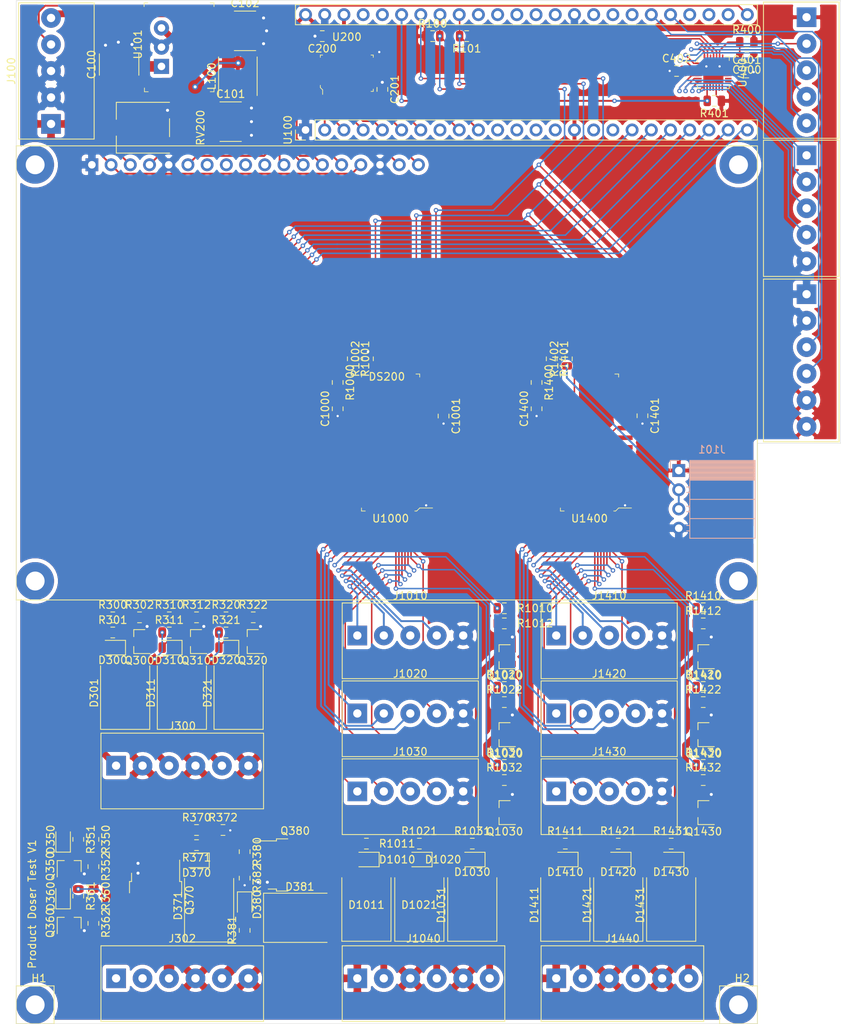
<source format=kicad_pcb>
(kicad_pcb (version 20171130) (host pcbnew "(5.1.6)-1")

  (general
    (thickness 1.6)
    (drawings 13)
    (tracks 1056)
    (zones 0)
    (modules 124)
    (nets 119)
  )

  (page A4)
  (layers
    (0 F.Cu signal)
    (31 B.Cu signal)
    (32 B.Adhes user)
    (33 F.Adhes user)
    (34 B.Paste user)
    (35 F.Paste user)
    (36 B.SilkS user)
    (37 F.SilkS user hide)
    (38 B.Mask user)
    (39 F.Mask user)
    (40 Dwgs.User user)
    (41 Cmts.User user)
    (42 Eco1.User user)
    (43 Eco2.User user)
    (44 Edge.Cuts user)
    (45 Margin user)
    (46 B.CrtYd user)
    (47 F.CrtYd user)
    (48 B.Fab user)
    (49 F.Fab user)
  )

  (setup
    (last_trace_width 0.25)
    (user_trace_width 0.2)
    (user_trace_width 0.9)
    (user_trace_width 1.4)
    (trace_clearance 0.2)
    (zone_clearance 0.508)
    (zone_45_only no)
    (trace_min 0.2)
    (via_size 0.8)
    (via_drill 0.4)
    (via_min_size 0.4)
    (via_min_drill 0.3)
    (user_via 0.6 0.3)
    (uvia_size 0.3)
    (uvia_drill 0.1)
    (uvias_allowed no)
    (uvia_min_size 0.2)
    (uvia_min_drill 0.1)
    (edge_width 0.05)
    (segment_width 0.2)
    (pcb_text_width 0.3)
    (pcb_text_size 1.5 1.5)
    (mod_edge_width 0.12)
    (mod_text_size 1 1)
    (mod_text_width 0.15)
    (pad_size 5 5)
    (pad_drill 2.5)
    (pad_to_mask_clearance 0.05)
    (aux_axis_origin 0 0)
    (visible_elements 7FFFFFFF)
    (pcbplotparams
      (layerselection 0x010fc_ffffffff)
      (usegerberextensions false)
      (usegerberattributes true)
      (usegerberadvancedattributes true)
      (creategerberjobfile true)
      (excludeedgelayer true)
      (linewidth 0.100000)
      (plotframeref false)
      (viasonmask false)
      (mode 1)
      (useauxorigin false)
      (hpglpennumber 1)
      (hpglpenspeed 20)
      (hpglpendiameter 15.000000)
      (psnegative false)
      (psa4output false)
      (plotreference true)
      (plotvalue true)
      (plotinvisibletext false)
      (padsonsilk false)
      (subtractmaskfromsilk false)
      (outputformat 1)
      (mirror false)
      (drillshape 1)
      (scaleselection 1)
      (outputdirectory ""))
  )

  (net 0 "")
  (net 1 GND)
  (net 2 +24V)
  (net 3 "Net-(C101-Pad1)")
  (net 4 +5V)
  (net 5 +3V3)
  (net 6 /ButtonExpander/RST)
  (net 7 "Net-(C1000-Pad2)")
  (net 8 "Net-(C1400-Pad2)")
  (net 9 "Net-(D300-Pad2)")
  (net 10 "Net-(D300-Pad1)")
  (net 11 "Net-(D310-Pad2)")
  (net 12 "Net-(D310-Pad1)")
  (net 13 "Net-(D320-Pad2)")
  (net 14 "Net-(D320-Pad1)")
  (net 15 "Net-(D350-Pad2)")
  (net 16 "Net-(D350-Pad1)")
  (net 17 "Net-(D360-Pad2)")
  (net 18 "Net-(D360-Pad1)")
  (net 19 "Net-(D370-Pad2)")
  (net 20 "Net-(D370-Pad1)")
  (net 21 "Net-(D380-Pad2)")
  (net 22 "Net-(D380-Pad1)")
  (net 23 "Net-(D1010-Pad2)")
  (net 24 "Net-(D1010-Pad1)")
  (net 25 "Net-(D1020-Pad2)")
  (net 26 "Net-(D1020-Pad1)")
  (net 27 "Net-(D1030-Pad2)")
  (net 28 "Net-(D1030-Pad1)")
  (net 29 "Net-(D1410-Pad2)")
  (net 30 "Net-(D1410-Pad1)")
  (net 31 "Net-(D1420-Pad2)")
  (net 32 "Net-(D1420-Pad1)")
  (net 33 "Net-(D1430-Pad2)")
  (net 34 "Net-(D1430-Pad1)")
  (net 35 "Net-(DS200-Pad18)")
  (net 36 "Net-(DS200-Pad17)")
  (net 37 "Net-(DS200-Pad14)")
  (net 38 "Net-(DS200-Pad13)")
  (net 39 "Net-(DS200-Pad12)")
  (net 40 "Net-(DS200-Pad11)")
  (net 41 "Net-(DS200-Pad6)")
  (net 42 "Net-(DS200-Pad4)")
  (net 43 "Net-(DS200-Pad3)")
  (net 44 "Net-(J100-Pad4)")
  (net 45 "Net-(J400-Pad5)")
  (net 46 "Net-(J400-Pad4)")
  (net 47 "Net-(J400-Pad3)")
  (net 48 "Net-(J400-Pad2)")
  (net 49 "Net-(J401-Pad4)")
  (net 50 "Net-(J401-Pad3)")
  (net 51 "Net-(J401-Pad2)")
  (net 52 "Net-(J401-Pad1)")
  (net 53 /ProbeSheet/Prb.Flow)
  (net 54 /ProbeSheet/Prb.Level1)
  (net 55 "Net-(J1010-Pad4)")
  (net 56 "Net-(J1010-Pad3)")
  (net 57 "Net-(J1010-Pad2)")
  (net 58 "Net-(J1010-Pad1)")
  (net 59 "Net-(J1020-Pad4)")
  (net 60 "Net-(J1020-Pad3)")
  (net 61 "Net-(J1020-Pad2)")
  (net 62 "Net-(J1020-Pad1)")
  (net 63 "Net-(J1030-Pad4)")
  (net 64 "Net-(J1030-Pad3)")
  (net 65 "Net-(J1030-Pad2)")
  (net 66 "Net-(J1030-Pad1)")
  (net 67 "Net-(J1410-Pad4)")
  (net 68 "Net-(J1410-Pad3)")
  (net 69 "Net-(J1410-Pad2)")
  (net 70 "Net-(J1410-Pad1)")
  (net 71 "Net-(J1420-Pad4)")
  (net 72 "Net-(J1420-Pad3)")
  (net 73 "Net-(J1420-Pad2)")
  (net 74 "Net-(J1420-Pad1)")
  (net 75 "Net-(J1430-Pad4)")
  (net 76 "Net-(J1430-Pad3)")
  (net 77 "Net-(J1430-Pad2)")
  (net 78 "Net-(J1430-Pad1)")
  (net 79 "Net-(Q300-Pad1)")
  (net 80 "Net-(Q310-Pad1)")
  (net 81 "Net-(Q320-Pad1)")
  (net 82 "Net-(Q350-Pad1)")
  (net 83 "Net-(Q360-Pad1)")
  (net 84 "Net-(Q370-Pad1)")
  (net 85 "Net-(Q380-Pad1)")
  (net 86 "Net-(Q1010-Pad1)")
  (net 87 "Net-(Q1020-Pad1)")
  (net 88 "Net-(Q1030-Pad1)")
  (net 89 "Net-(Q1410-Pad1)")
  (net 90 "Net-(Q1420-Pad1)")
  (net 91 "Net-(Q1430-Pad1)")
  (net 92 /ButtonExpander/SCL)
  (net 93 /ButtonExpander/SDA)
  (net 94 /ValvesSheet/Vlv.EndDrain)
  (net 95 /ValvesSheet/Vlv.Water)
  (net 96 /ValvesSheet/Vlv.MnfldDrain)
  (net 97 /ValvesSheet/Vlv.Pump1)
  (net 98 /ValvesSheet/Vlv.Pump2)
  (net 99 /ValvesSheet/Vlv.Pump3)
  (net 100 /ValvesSheet/Vlv.Pump4)
  (net 101 /ButtonExpander/INT2)
  (net 102 /GPIOexpander0/ADDR)
  (net 103 "Net-(R1010-Pad1)")
  (net 104 "Net-(R1020-Pad1)")
  (net 105 "Net-(R1030-Pad1)")
  (net 106 /GPIOexpander4/ADDR)
  (net 107 "Net-(R1410-Pad1)")
  (net 108 "Net-(R1420-Pad1)")
  (net 109 "Net-(R1430-Pad1)")
  (net 110 /GPIOexpander0/INT1)
  (net 111 /DisplaySheet/Disp.B)
  (net 112 /DisplaySheet/Disp.G)
  (net 113 /DisplaySheet/Disp.DB7)
  (net 114 /DisplaySheet/Disp.DB6)
  (net 115 /DisplaySheet/Disp.DB5)
  (net 116 /DisplaySheet/Disp.DB4)
  (net 117 /DisplaySheet/Disp.E)
  (net 118 /DisplaySheet/Disp.RS)

  (net_class Default "This is the default net class."
    (clearance 0.2)
    (trace_width 0.25)
    (via_dia 0.8)
    (via_drill 0.4)
    (uvia_dia 0.3)
    (uvia_drill 0.1)
    (add_net +24V)
    (add_net +3V3)
    (add_net +5V)
    (add_net /ButtonExpander/INT2)
    (add_net /ButtonExpander/RST)
    (add_net /ButtonExpander/SCL)
    (add_net /ButtonExpander/SDA)
    (add_net /DisplaySheet/Disp.B)
    (add_net /DisplaySheet/Disp.DB4)
    (add_net /DisplaySheet/Disp.DB5)
    (add_net /DisplaySheet/Disp.DB6)
    (add_net /DisplaySheet/Disp.DB7)
    (add_net /DisplaySheet/Disp.E)
    (add_net /DisplaySheet/Disp.G)
    (add_net /DisplaySheet/Disp.RS)
    (add_net /GPIOexpander0/ADDR)
    (add_net /GPIOexpander0/INT1)
    (add_net /GPIOexpander4/ADDR)
    (add_net /ProbeSheet/Prb.Flow)
    (add_net /ProbeSheet/Prb.Level1)
    (add_net /ValvesSheet/Vlv.EndDrain)
    (add_net /ValvesSheet/Vlv.MnfldDrain)
    (add_net /ValvesSheet/Vlv.Pump1)
    (add_net /ValvesSheet/Vlv.Pump2)
    (add_net /ValvesSheet/Vlv.Pump3)
    (add_net /ValvesSheet/Vlv.Pump4)
    (add_net /ValvesSheet/Vlv.Water)
    (add_net GND)
    (add_net "Net-(C1000-Pad2)")
    (add_net "Net-(C101-Pad1)")
    (add_net "Net-(C1400-Pad2)")
    (add_net "Net-(D1010-Pad1)")
    (add_net "Net-(D1010-Pad2)")
    (add_net "Net-(D1020-Pad1)")
    (add_net "Net-(D1020-Pad2)")
    (add_net "Net-(D1030-Pad1)")
    (add_net "Net-(D1030-Pad2)")
    (add_net "Net-(D1410-Pad1)")
    (add_net "Net-(D1410-Pad2)")
    (add_net "Net-(D1420-Pad1)")
    (add_net "Net-(D1420-Pad2)")
    (add_net "Net-(D1430-Pad1)")
    (add_net "Net-(D1430-Pad2)")
    (add_net "Net-(D300-Pad1)")
    (add_net "Net-(D300-Pad2)")
    (add_net "Net-(D310-Pad1)")
    (add_net "Net-(D310-Pad2)")
    (add_net "Net-(D320-Pad1)")
    (add_net "Net-(D320-Pad2)")
    (add_net "Net-(D350-Pad1)")
    (add_net "Net-(D350-Pad2)")
    (add_net "Net-(D360-Pad1)")
    (add_net "Net-(D360-Pad2)")
    (add_net "Net-(D370-Pad1)")
    (add_net "Net-(D370-Pad2)")
    (add_net "Net-(D380-Pad1)")
    (add_net "Net-(D380-Pad2)")
    (add_net "Net-(DS200-Pad11)")
    (add_net "Net-(DS200-Pad12)")
    (add_net "Net-(DS200-Pad13)")
    (add_net "Net-(DS200-Pad14)")
    (add_net "Net-(DS200-Pad17)")
    (add_net "Net-(DS200-Pad18)")
    (add_net "Net-(DS200-Pad3)")
    (add_net "Net-(DS200-Pad4)")
    (add_net "Net-(DS200-Pad6)")
    (add_net "Net-(J100-Pad4)")
    (add_net "Net-(J1010-Pad1)")
    (add_net "Net-(J1010-Pad2)")
    (add_net "Net-(J1010-Pad3)")
    (add_net "Net-(J1010-Pad4)")
    (add_net "Net-(J1020-Pad1)")
    (add_net "Net-(J1020-Pad2)")
    (add_net "Net-(J1020-Pad3)")
    (add_net "Net-(J1020-Pad4)")
    (add_net "Net-(J1030-Pad1)")
    (add_net "Net-(J1030-Pad2)")
    (add_net "Net-(J1030-Pad3)")
    (add_net "Net-(J1030-Pad4)")
    (add_net "Net-(J1410-Pad1)")
    (add_net "Net-(J1410-Pad2)")
    (add_net "Net-(J1410-Pad3)")
    (add_net "Net-(J1410-Pad4)")
    (add_net "Net-(J1420-Pad1)")
    (add_net "Net-(J1420-Pad2)")
    (add_net "Net-(J1420-Pad3)")
    (add_net "Net-(J1420-Pad4)")
    (add_net "Net-(J1430-Pad1)")
    (add_net "Net-(J1430-Pad2)")
    (add_net "Net-(J1430-Pad3)")
    (add_net "Net-(J1430-Pad4)")
    (add_net "Net-(J400-Pad2)")
    (add_net "Net-(J400-Pad3)")
    (add_net "Net-(J400-Pad4)")
    (add_net "Net-(J400-Pad5)")
    (add_net "Net-(J401-Pad1)")
    (add_net "Net-(J401-Pad2)")
    (add_net "Net-(J401-Pad3)")
    (add_net "Net-(J401-Pad4)")
    (add_net "Net-(Q1010-Pad1)")
    (add_net "Net-(Q1020-Pad1)")
    (add_net "Net-(Q1030-Pad1)")
    (add_net "Net-(Q1410-Pad1)")
    (add_net "Net-(Q1420-Pad1)")
    (add_net "Net-(Q1430-Pad1)")
    (add_net "Net-(Q300-Pad1)")
    (add_net "Net-(Q310-Pad1)")
    (add_net "Net-(Q320-Pad1)")
    (add_net "Net-(Q350-Pad1)")
    (add_net "Net-(Q360-Pad1)")
    (add_net "Net-(Q370-Pad1)")
    (add_net "Net-(Q380-Pad1)")
    (add_net "Net-(R1010-Pad1)")
    (add_net "Net-(R1020-Pad1)")
    (add_net "Net-(R1030-Pad1)")
    (add_net "Net-(R1410-Pad1)")
    (add_net "Net-(R1420-Pad1)")
    (add_net "Net-(R1430-Pad1)")
  )

  (module Connector_PinSocket_2.54mm:PinSocket_1x04_P2.54mm_Horizontal (layer B.Cu) (tedit 5A19A424) (tstamp 62460A52)
    (at 172.6 80.4 180)
    (descr "Through hole angled socket strip, 1x04, 2.54mm pitch, 8.51mm socket length, single row (from Kicad 4.0.7), script generated")
    (tags "Through hole angled socket strip THT 1x04 2.54mm single row")
    (path /6246578E)
    (fp_text reference J101 (at -4.38 2.77) (layer B.SilkS)
      (effects (font (size 1 1) (thickness 0.15)) (justify mirror))
    )
    (fp_text value Screw_Terminal_01x04 (at -4.38 -10.39) (layer B.Fab)
      (effects (font (size 1 1) (thickness 0.15)) (justify mirror))
    )
    (fp_line (start 1.75 -9.45) (end 1.75 1.75) (layer B.CrtYd) (width 0.05))
    (fp_line (start -10.55 -9.45) (end 1.75 -9.45) (layer B.CrtYd) (width 0.05))
    (fp_line (start -10.55 1.75) (end -10.55 -9.45) (layer B.CrtYd) (width 0.05))
    (fp_line (start 1.75 1.75) (end -10.55 1.75) (layer B.CrtYd) (width 0.05))
    (fp_line (start 0 1.33) (end 1.11 1.33) (layer B.SilkS) (width 0.12))
    (fp_line (start 1.11 1.33) (end 1.11 0) (layer B.SilkS) (width 0.12))
    (fp_line (start -10.09 1.33) (end -10.09 -8.95) (layer B.SilkS) (width 0.12))
    (fp_line (start -10.09 -8.95) (end -1.46 -8.95) (layer B.SilkS) (width 0.12))
    (fp_line (start -1.46 1.33) (end -1.46 -8.95) (layer B.SilkS) (width 0.12))
    (fp_line (start -10.09 1.33) (end -1.46 1.33) (layer B.SilkS) (width 0.12))
    (fp_line (start -10.09 -6.35) (end -1.46 -6.35) (layer B.SilkS) (width 0.12))
    (fp_line (start -10.09 -3.81) (end -1.46 -3.81) (layer B.SilkS) (width 0.12))
    (fp_line (start -10.09 -1.27) (end -1.46 -1.27) (layer B.SilkS) (width 0.12))
    (fp_line (start -1.46 -7.98) (end -1.05 -7.98) (layer B.SilkS) (width 0.12))
    (fp_line (start -1.46 -7.26) (end -1.05 -7.26) (layer B.SilkS) (width 0.12))
    (fp_line (start -1.46 -5.44) (end -1.05 -5.44) (layer B.SilkS) (width 0.12))
    (fp_line (start -1.46 -4.72) (end -1.05 -4.72) (layer B.SilkS) (width 0.12))
    (fp_line (start -1.46 -2.9) (end -1.05 -2.9) (layer B.SilkS) (width 0.12))
    (fp_line (start -1.46 -2.18) (end -1.05 -2.18) (layer B.SilkS) (width 0.12))
    (fp_line (start -1.46 -0.36) (end -1.11 -0.36) (layer B.SilkS) (width 0.12))
    (fp_line (start -1.46 0.36) (end -1.11 0.36) (layer B.SilkS) (width 0.12))
    (fp_line (start -10.09 -1.1519) (end -1.46 -1.1519) (layer B.SilkS) (width 0.12))
    (fp_line (start -10.09 -1.033805) (end -1.46 -1.033805) (layer B.SilkS) (width 0.12))
    (fp_line (start -10.09 -0.91571) (end -1.46 -0.91571) (layer B.SilkS) (width 0.12))
    (fp_line (start -10.09 -0.797615) (end -1.46 -0.797615) (layer B.SilkS) (width 0.12))
    (fp_line (start -10.09 -0.67952) (end -1.46 -0.67952) (layer B.SilkS) (width 0.12))
    (fp_line (start -10.09 -0.561425) (end -1.46 -0.561425) (layer B.SilkS) (width 0.12))
    (fp_line (start -10.09 -0.44333) (end -1.46 -0.44333) (layer B.SilkS) (width 0.12))
    (fp_line (start -10.09 -0.325235) (end -1.46 -0.325235) (layer B.SilkS) (width 0.12))
    (fp_line (start -10.09 -0.20714) (end -1.46 -0.20714) (layer B.SilkS) (width 0.12))
    (fp_line (start -10.09 -0.089045) (end -1.46 -0.089045) (layer B.SilkS) (width 0.12))
    (fp_line (start -10.09 0.02905) (end -1.46 0.02905) (layer B.SilkS) (width 0.12))
    (fp_line (start -10.09 0.147145) (end -1.46 0.147145) (layer B.SilkS) (width 0.12))
    (fp_line (start -10.09 0.26524) (end -1.46 0.26524) (layer B.SilkS) (width 0.12))
    (fp_line (start -10.09 0.383335) (end -1.46 0.383335) (layer B.SilkS) (width 0.12))
    (fp_line (start -10.09 0.50143) (end -1.46 0.50143) (layer B.SilkS) (width 0.12))
    (fp_line (start -10.09 0.619525) (end -1.46 0.619525) (layer B.SilkS) (width 0.12))
    (fp_line (start -10.09 0.73762) (end -1.46 0.73762) (layer B.SilkS) (width 0.12))
    (fp_line (start -10.09 0.855715) (end -1.46 0.855715) (layer B.SilkS) (width 0.12))
    (fp_line (start -10.09 0.97381) (end -1.46 0.97381) (layer B.SilkS) (width 0.12))
    (fp_line (start -10.09 1.091905) (end -1.46 1.091905) (layer B.SilkS) (width 0.12))
    (fp_line (start -10.09 1.21) (end -1.46 1.21) (layer B.SilkS) (width 0.12))
    (fp_line (start 0 -7.92) (end 0 -7.32) (layer B.Fab) (width 0.1))
    (fp_line (start -1.52 -7.92) (end 0 -7.92) (layer B.Fab) (width 0.1))
    (fp_line (start 0 -7.32) (end -1.52 -7.32) (layer B.Fab) (width 0.1))
    (fp_line (start 0 -5.38) (end 0 -4.78) (layer B.Fab) (width 0.1))
    (fp_line (start -1.52 -5.38) (end 0 -5.38) (layer B.Fab) (width 0.1))
    (fp_line (start 0 -4.78) (end -1.52 -4.78) (layer B.Fab) (width 0.1))
    (fp_line (start 0 -2.84) (end 0 -2.24) (layer B.Fab) (width 0.1))
    (fp_line (start -1.52 -2.84) (end 0 -2.84) (layer B.Fab) (width 0.1))
    (fp_line (start 0 -2.24) (end -1.52 -2.24) (layer B.Fab) (width 0.1))
    (fp_line (start 0 -0.3) (end 0 0.3) (layer B.Fab) (width 0.1))
    (fp_line (start -1.52 -0.3) (end 0 -0.3) (layer B.Fab) (width 0.1))
    (fp_line (start 0 0.3) (end -1.52 0.3) (layer B.Fab) (width 0.1))
    (fp_line (start -10.03 -8.89) (end -10.03 1.27) (layer B.Fab) (width 0.1))
    (fp_line (start -1.52 -8.89) (end -10.03 -8.89) (layer B.Fab) (width 0.1))
    (fp_line (start -1.52 0.3) (end -1.52 -8.89) (layer B.Fab) (width 0.1))
    (fp_line (start -2.49 1.27) (end -1.52 0.3) (layer B.Fab) (width 0.1))
    (fp_line (start -10.03 1.27) (end -2.49 1.27) (layer B.Fab) (width 0.1))
    (fp_text user %R (at -5.775 -3.81 270) (layer B.Fab)
      (effects (font (size 1 1) (thickness 0.15)) (justify mirror))
    )
    (pad 4 thru_hole oval (at 0 -7.62 180) (size 1.7 1.7) (drill 1) (layers *.Cu *.Mask)
      (net 1 GND))
    (pad 3 thru_hole oval (at 0 -5.08 180) (size 1.7 1.7) (drill 1) (layers *.Cu *.Mask)
      (net 106 /GPIOexpander4/ADDR))
    (pad 2 thru_hole oval (at 0 -2.54 180) (size 1.7 1.7) (drill 1) (layers *.Cu *.Mask)
      (net 106 /GPIOexpander4/ADDR))
    (pad 1 thru_hole rect (at 0 0 180) (size 1.7 1.7) (drill 1) (layers *.Cu *.Mask)
      (net 5 +3V3))
    (model ${KISYS3DMOD}/Connector_PinSocket_2.54mm.3dshapes/PinSocket_1x04_P2.54mm_Horizontal.wrl
      (at (xyz 0 0 0))
      (scale (xyz 1 1 1))
      (rotate (xyz 0 0 0))
    )
  )

  (module ProductDoser:Mountinghole (layer F.Cu) (tedit 624541EA) (tstamp 6245CDCF)
    (at 180.5 151)
    (path /62454E31)
    (fp_text reference H2 (at 0.5 -3.5) (layer F.SilkS)
      (effects (font (size 1 1) (thickness 0.15)))
    )
    (fp_text value MountingHole (at 0.5 -4.5) (layer F.Fab)
      (effects (font (size 1 1) (thickness 0.15)))
    )
    (fp_line (start -2.5 -2.5) (end 2.5 -2.5) (layer F.SilkS) (width 0.12))
    (fp_line (start 2.5 -2.5) (end 2.5 2.5) (layer F.SilkS) (width 0.12))
    (fp_line (start 2.5 2.5) (end -2.5 2.5) (layer F.SilkS) (width 0.12))
    (fp_line (start -2.5 2.5) (end -2.5 -2.5) (layer F.SilkS) (width 0.12))
    (pad 1 thru_hole circle (at 0 0) (size 5 5) (drill 2.5) (layers *.Cu *.Mask))
  )

  (module ProductDoser:Mountinghole (layer F.Cu) (tedit 624541EA) (tstamp 6245CDC6)
    (at 87.5 151)
    (path /62454A02)
    (fp_text reference H1 (at 0.5 -3.5) (layer F.SilkS)
      (effects (font (size 1 1) (thickness 0.15)))
    )
    (fp_text value MountingHole (at 0.5 -4.5) (layer F.Fab)
      (effects (font (size 1 1) (thickness 0.15)))
    )
    (fp_line (start -2.5 -2.5) (end 2.5 -2.5) (layer F.SilkS) (width 0.12))
    (fp_line (start 2.5 -2.5) (end 2.5 2.5) (layer F.SilkS) (width 0.12))
    (fp_line (start 2.5 2.5) (end -2.5 2.5) (layer F.SilkS) (width 0.12))
    (fp_line (start -2.5 2.5) (end -2.5 -2.5) (layer F.SilkS) (width 0.12))
    (pad 1 thru_hole circle (at 0 0) (size 5 5) (drill 2.5) (layers *.Cu *.Mask))
  )

  (module ProductDoser:WH2004A-CFH-JT (layer F.Cu) (tedit 619055D8) (tstamp 62099665)
    (at 95 40)
    (path /5FF0CABF/5FF1DD82)
    (fp_text reference DS200 (at 39 28) (layer F.SilkS)
      (effects (font (size 1 1) (thickness 0.15)))
    )
    (fp_text value WH2004A-CFH-JT (at 39 27) (layer F.Fab)
      (effects (font (size 1 1) (thickness 0.15)))
    )
    (fp_line (start -10 -2.5) (end 88 -2.5) (layer F.SilkS) (width 0.12))
    (fp_line (start 88 -2.5) (end 88 57.5) (layer F.SilkS) (width 0.12))
    (fp_line (start 88 57.5) (end -10 57.5) (layer F.SilkS) (width 0.12))
    (fp_line (start -10 57.5) (end -10 -2.5) (layer F.SilkS) (width 0.12))
    (pad 18 thru_hole circle (at 43.18 0) (size 1.7 1.7) (drill 1) (layers *.Cu *.Mask)
      (net 35 "Net-(DS200-Pad18)"))
    (pad 17 thru_hole circle (at 40.64 0) (size 1.7 1.7) (drill 1) (layers *.Cu *.Mask)
      (net 36 "Net-(DS200-Pad17)"))
    (pad 16 thru_hole circle (at 38.1 0) (size 1.7 1.7) (drill 1) (layers *.Cu *.Mask)
      (net 1 GND))
    (pad 15 thru_hole circle (at 35.56 0) (size 1.7 1.7) (drill 1) (layers *.Cu *.Mask)
      (net 4 +5V))
    (pad 14 thru_hole circle (at 33.02 0) (size 1.7 1.7) (drill 1) (layers *.Cu *.Mask)
      (net 37 "Net-(DS200-Pad14)"))
    (pad 13 thru_hole circle (at 30.48 0) (size 1.7 1.7) (drill 1) (layers *.Cu *.Mask)
      (net 38 "Net-(DS200-Pad13)"))
    (pad 12 thru_hole circle (at 27.94 0) (size 1.7 1.7) (drill 1) (layers *.Cu *.Mask)
      (net 39 "Net-(DS200-Pad12)"))
    (pad 11 thru_hole circle (at 25.4 0) (size 1.7 1.7) (drill 1) (layers *.Cu *.Mask)
      (net 40 "Net-(DS200-Pad11)"))
    (pad 10 thru_hole circle (at 22.86 0) (size 1.7 1.7) (drill 1) (layers *.Cu *.Mask))
    (pad 9 thru_hole circle (at 20.32 0) (size 1.7 1.7) (drill 1) (layers *.Cu *.Mask))
    (pad 8 thru_hole circle (at 17.78 0) (size 1.7 1.7) (drill 1) (layers *.Cu *.Mask))
    (pad 7 thru_hole circle (at 15.24 0) (size 1.7 1.7) (drill 1) (layers *.Cu *.Mask))
    (pad 6 thru_hole circle (at 12.7 0) (size 1.7 1.7) (drill 1) (layers *.Cu *.Mask)
      (net 41 "Net-(DS200-Pad6)"))
    (pad 5 thru_hole circle (at 10.16 0) (size 1.7 1.7) (drill 1) (layers *.Cu *.Mask)
      (net 1 GND))
    (pad 4 thru_hole circle (at 7.62 0) (size 1.7 1.7) (drill 1) (layers *.Cu *.Mask)
      (net 42 "Net-(DS200-Pad4)"))
    (pad 3 thru_hole circle (at 5.08 0) (size 1.7 1.7) (drill 1) (layers *.Cu *.Mask)
      (net 43 "Net-(DS200-Pad3)"))
    (pad 2 thru_hole circle (at 2.54 0) (size 1.7 1.7) (drill 1) (layers *.Cu *.Mask)
      (net 4 +5V))
    (pad 1 thru_hole rect (at 0 0) (size 1.7 1.7) (drill 1) (layers *.Cu *.Mask)
      (net 1 GND))
    (pad 22 thru_hole circle (at 85.5 55) (size 5 5) (drill 2.5) (layers *.Cu *.Mask))
    (pad 21 thru_hole circle (at -7.5 55) (size 5 5) (drill 2.5) (layers *.Cu *.Mask))
    (pad 20 thru_hole circle (at 85.5 0) (size 5 5) (drill 2.5) (layers *.Cu *.Mask))
    (pad 19 thru_hole circle (at -7.5 0) (size 5 5) (drill 2.5) (layers *.Cu *.Mask))
  )

  (module digikey-footprints:SOIC-28_W7.5mm (layer F.Cu) (tedit 5D28A5C9) (tstamp 622F56C4)
    (at 134.5 76.7 180)
    (path /600B4DD2/61D87CC2)
    (attr smd)
    (fp_text reference U1000 (at 0 -10.04) (layer F.SilkS)
      (effects (font (size 1 1) (thickness 0.15)))
    )
    (fp_text value MCP23018T-E_SO (at 0 10.15) (layer F.Fab)
      (effects (font (size 1 1) (thickness 0.15)))
    )
    (fp_line (start 5.95 -9.21) (end -5.95 -9.21) (layer F.CrtYd) (width 0.05))
    (fp_line (start -5.95 9.21) (end -5.95 -9.21) (layer F.CrtYd) (width 0.05))
    (fp_line (start 5.95 9.21) (end 5.95 -9.21) (layer F.CrtYd) (width 0.05))
    (fp_line (start 5.95 9.21) (end -5.95 9.21) (layer F.CrtYd) (width 0.05))
    (fp_line (start -3.85 -8.65) (end -3.45 -9.05) (layer F.SilkS) (width 0.1))
    (fp_line (start -3.45 -9.05) (end -3.2 -9.05) (layer F.SilkS) (width 0.1))
    (fp_line (start -3.75 -8.6) (end -3.75 8.95) (layer F.Fab) (width 0.1))
    (fp_line (start -3.4 -8.95) (end 3.75 -8.95) (layer F.Fab) (width 0.1))
    (fp_line (start -3.75 -8.6) (end -3.4 -8.95) (layer F.Fab) (width 0.1))
    (fp_line (start -3.85 9.05) (end -3.85 8.65) (layer F.SilkS) (width 0.1))
    (fp_line (start -3.85 9.05) (end -3.35 9.05) (layer F.SilkS) (width 0.1))
    (fp_line (start 3.85 9.05) (end 3.85 8.65) (layer F.SilkS) (width 0.1))
    (fp_line (start 3.85 9.05) (end 3.35 9.05) (layer F.SilkS) (width 0.1))
    (fp_line (start 3.85 -9.05) (end 3.85 -8.65) (layer F.SilkS) (width 0.1))
    (fp_line (start 3.85 -9.05) (end 3.35 -9.05) (layer F.SilkS) (width 0.1))
    (fp_line (start -3.85 -8.65) (end -5.55 -8.65) (layer F.SilkS) (width 0.1))
    (fp_line (start 3.75 8.95) (end -3.75 8.95) (layer F.Fab) (width 0.1))
    (fp_line (start 3.75 -8.95) (end 3.75 8.95) (layer F.Fab) (width 0.1))
    (fp_text user %R (at 0 0) (layer F.Fab)
      (effects (font (size 1 1) (thickness 0.15)))
    )
    (pad 28 smd rect (at 4.7 -8.255 180) (size 2 0.6) (layers F.Cu F.Paste F.Mask))
    (pad 27 smd rect (at 4.7 -6.985 180) (size 2 0.6) (layers F.Cu F.Paste F.Mask)
      (net 60 "Net-(J1020-Pad3)"))
    (pad 26 smd rect (at 4.7 -5.715 180) (size 2 0.6) (layers F.Cu F.Paste F.Mask)
      (net 61 "Net-(J1020-Pad2)"))
    (pad 25 smd rect (at 4.7 -4.445 180) (size 2 0.6) (layers F.Cu F.Paste F.Mask)
      (net 62 "Net-(J1020-Pad1)"))
    (pad 24 smd rect (at 4.7 -3.175 180) (size 2 0.6) (layers F.Cu F.Paste F.Mask)
      (net 103 "Net-(R1010-Pad1)"))
    (pad 23 smd rect (at 4.7 -1.905 180) (size 2 0.6) (layers F.Cu F.Paste F.Mask)
      (net 55 "Net-(J1010-Pad4)"))
    (pad 22 smd rect (at 4.7 -0.635 180) (size 2 0.6) (layers F.Cu F.Paste F.Mask)
      (net 56 "Net-(J1010-Pad3)"))
    (pad 21 smd rect (at 4.7 0.635 180) (size 2 0.6) (layers F.Cu F.Paste F.Mask)
      (net 57 "Net-(J1010-Pad2)"))
    (pad 20 smd rect (at 4.7 1.905 180) (size 2 0.6) (layers F.Cu F.Paste F.Mask)
      (net 58 "Net-(J1010-Pad1)"))
    (pad 19 smd rect (at 4.7 3.175 180) (size 2 0.6) (layers F.Cu F.Paste F.Mask)
      (net 110 /GPIOexpander0/INT1))
    (pad 18 smd rect (at 4.7 4.445 180) (size 2 0.6) (layers F.Cu F.Paste F.Mask)
      (net 110 /GPIOexpander0/INT1))
    (pad 17 smd rect (at 4.7 5.715 180) (size 2 0.6) (layers F.Cu F.Paste F.Mask))
    (pad 16 smd rect (at 4.7 6.985 180) (size 2 0.6) (layers F.Cu F.Paste F.Mask)
      (net 7 "Net-(C1000-Pad2)"))
    (pad 15 smd rect (at 4.7 8.255 180) (size 2 0.6) (layers F.Cu F.Paste F.Mask)
      (net 102 /GPIOexpander0/ADDR))
    (pad 14 smd rect (at -4.7 8.255 180) (size 2 0.6) (layers F.Cu F.Paste F.Mask))
    (pad 13 smd rect (at -4.7 6.985 180) (size 2 0.6) (layers F.Cu F.Paste F.Mask)
      (net 93 /ButtonExpander/SDA))
    (pad 12 smd rect (at -4.7 5.715 180) (size 2 0.6) (layers F.Cu F.Paste F.Mask)
      (net 92 /ButtonExpander/SCL))
    (pad 11 smd rect (at -4.7 4.445 180) (size 2 0.6) (layers F.Cu F.Paste F.Mask)
      (net 5 +3V3))
    (pad 10 smd rect (at -4.7 3.175 180) (size 2 0.6) (layers F.Cu F.Paste F.Mask))
    (pad 9 smd rect (at -4.7 1.905 180) (size 2 0.6) (layers F.Cu F.Paste F.Mask)
      (net 105 "Net-(R1030-Pad1)"))
    (pad 8 smd rect (at -4.7 0.635 180) (size 2 0.6) (layers F.Cu F.Paste F.Mask)
      (net 63 "Net-(J1030-Pad4)"))
    (pad 7 smd rect (at -4.7 -0.635 180) (size 2 0.6) (layers F.Cu F.Paste F.Mask)
      (net 64 "Net-(J1030-Pad3)"))
    (pad 6 smd rect (at -4.7 -1.905 180) (size 2 0.6) (layers F.Cu F.Paste F.Mask)
      (net 65 "Net-(J1030-Pad2)"))
    (pad 5 smd rect (at -4.7 -3.175 180) (size 2 0.6) (layers F.Cu F.Paste F.Mask)
      (net 66 "Net-(J1030-Pad1)"))
    (pad 4 smd rect (at -4.7 -4.445 180) (size 2 0.6) (layers F.Cu F.Paste F.Mask)
      (net 104 "Net-(R1020-Pad1)"))
    (pad 3 smd rect (at -4.7 -5.715 180) (size 2 0.6) (layers F.Cu F.Paste F.Mask)
      (net 59 "Net-(J1020-Pad4)"))
    (pad 2 smd rect (at -4.7 -6.985 180) (size 2 0.6) (layers F.Cu F.Paste F.Mask))
    (pad 1 smd rect (at -4.7 -8.255 180) (size 2 0.6) (layers F.Cu F.Paste F.Mask)
      (net 1 GND))
  )

  (module Capacitor_SMD:C_0805_2012Metric (layer F.Cu) (tedit 5B36C52B) (tstamp 62099426)
    (at 141.5 73.2 270)
    (descr "Capacitor SMD 0805 (2012 Metric), square (rectangular) end terminal, IPC_7351 nominal, (Body size source: https://docs.google.com/spreadsheets/d/1BsfQQcO9C6DZCsRaXUlFlo91Tg2WpOkGARC1WS5S8t0/edit?usp=sharing), generated with kicad-footprint-generator")
    (tags capacitor)
    (path /600B4DD2/5FFF331A)
    (attr smd)
    (fp_text reference C1001 (at 0 -1.65 90) (layer F.SilkS)
      (effects (font (size 1 1) (thickness 0.15)))
    )
    (fp_text value 0.1µF (at 0 1.65 90) (layer F.Fab)
      (effects (font (size 1 1) (thickness 0.15)))
    )
    (fp_line (start -1 0.6) (end -1 -0.6) (layer F.Fab) (width 0.1))
    (fp_line (start -1 -0.6) (end 1 -0.6) (layer F.Fab) (width 0.1))
    (fp_line (start 1 -0.6) (end 1 0.6) (layer F.Fab) (width 0.1))
    (fp_line (start 1 0.6) (end -1 0.6) (layer F.Fab) (width 0.1))
    (fp_line (start -0.258578 -0.71) (end 0.258578 -0.71) (layer F.SilkS) (width 0.12))
    (fp_line (start -0.258578 0.71) (end 0.258578 0.71) (layer F.SilkS) (width 0.12))
    (fp_line (start -1.68 0.95) (end -1.68 -0.95) (layer F.CrtYd) (width 0.05))
    (fp_line (start -1.68 -0.95) (end 1.68 -0.95) (layer F.CrtYd) (width 0.05))
    (fp_line (start 1.68 -0.95) (end 1.68 0.95) (layer F.CrtYd) (width 0.05))
    (fp_line (start 1.68 0.95) (end -1.68 0.95) (layer F.CrtYd) (width 0.05))
    (fp_text user %R (at 0 0 90) (layer F.Fab)
      (effects (font (size 0.5 0.5) (thickness 0.08)))
    )
    (pad 2 smd roundrect (at 0.9375 0 270) (size 0.975 1.4) (layers F.Cu F.Paste F.Mask) (roundrect_rratio 0.25)
      (net 1 GND))
    (pad 1 smd roundrect (at -0.9375 0 270) (size 0.975 1.4) (layers F.Cu F.Paste F.Mask) (roundrect_rratio 0.25)
      (net 5 +3V3))
    (model ${KISYS3DMOD}/Capacitor_SMD.3dshapes/C_0805_2012Metric.wrl
      (at (xyz 0 0 0))
      (scale (xyz 1 1 1))
      (rotate (xyz 0 0 0))
    )
  )

  (module Resistor_SMD:R_0805_2012Metric (layer F.Cu) (tedit 5B36C52B) (tstamp 622F922A)
    (at 127.5 68.7625 270)
    (descr "Resistor SMD 0805 (2012 Metric), square (rectangular) end terminal, IPC_7351 nominal, (Body size source: https://docs.google.com/spreadsheets/d/1BsfQQcO9C6DZCsRaXUlFlo91Tg2WpOkGARC1WS5S8t0/edit?usp=sharing), generated with kicad-footprint-generator")
    (tags resistor)
    (path /600B4DD2/5FFF52A3)
    (attr smd)
    (fp_text reference R1000 (at 0 -1.65 90) (layer F.SilkS)
      (effects (font (size 1 1) (thickness 0.15)))
    )
    (fp_text value 10K (at 0 1.65 90) (layer F.Fab)
      (effects (font (size 1 1) (thickness 0.15)))
    )
    (fp_line (start -1 0.6) (end -1 -0.6) (layer F.Fab) (width 0.1))
    (fp_line (start -1 -0.6) (end 1 -0.6) (layer F.Fab) (width 0.1))
    (fp_line (start 1 -0.6) (end 1 0.6) (layer F.Fab) (width 0.1))
    (fp_line (start 1 0.6) (end -1 0.6) (layer F.Fab) (width 0.1))
    (fp_line (start -0.258578 -0.71) (end 0.258578 -0.71) (layer F.SilkS) (width 0.12))
    (fp_line (start -0.258578 0.71) (end 0.258578 0.71) (layer F.SilkS) (width 0.12))
    (fp_line (start -1.68 0.95) (end -1.68 -0.95) (layer F.CrtYd) (width 0.05))
    (fp_line (start -1.68 -0.95) (end 1.68 -0.95) (layer F.CrtYd) (width 0.05))
    (fp_line (start 1.68 -0.95) (end 1.68 0.95) (layer F.CrtYd) (width 0.05))
    (fp_line (start 1.68 0.95) (end -1.68 0.95) (layer F.CrtYd) (width 0.05))
    (fp_text user %R (at 0 0 90) (layer F.Fab)
      (effects (font (size 0.5 0.5) (thickness 0.08)))
    )
    (pad 2 smd roundrect (at 0.9375 0 270) (size 0.975 1.4) (layers F.Cu F.Paste F.Mask) (roundrect_rratio 0.25)
      (net 7 "Net-(C1000-Pad2)"))
    (pad 1 smd roundrect (at -0.9375 0 270) (size 0.975 1.4) (layers F.Cu F.Paste F.Mask) (roundrect_rratio 0.25)
      (net 5 +3V3))
    (model ${KISYS3DMOD}/Resistor_SMD.3dshapes/R_0805_2012Metric.wrl
      (at (xyz 0 0 0))
      (scale (xyz 1 1 1))
      (rotate (xyz 0 0 0))
    )
  )

  (module Resistor_SMD:R_0805_2012Metric (layer F.Cu) (tedit 5B36C52B) (tstamp 622F5552)
    (at 138.3 129.7)
    (descr "Resistor SMD 0805 (2012 Metric), square (rectangular) end terminal, IPC_7351 nominal, (Body size source: https://docs.google.com/spreadsheets/d/1BsfQQcO9C6DZCsRaXUlFlo91Tg2WpOkGARC1WS5S8t0/edit?usp=sharing), generated with kicad-footprint-generator")
    (tags resistor)
    (path /600B4DD2/5FFE3E1A)
    (attr smd)
    (fp_text reference R1021 (at 0 -1.65) (layer F.SilkS)
      (effects (font (size 1 1) (thickness 0.15)))
    )
    (fp_text value 1.1K (at 0 1.65) (layer F.Fab)
      (effects (font (size 1 1) (thickness 0.15)))
    )
    (fp_line (start -1 0.6) (end -1 -0.6) (layer F.Fab) (width 0.1))
    (fp_line (start -1 -0.6) (end 1 -0.6) (layer F.Fab) (width 0.1))
    (fp_line (start 1 -0.6) (end 1 0.6) (layer F.Fab) (width 0.1))
    (fp_line (start 1 0.6) (end -1 0.6) (layer F.Fab) (width 0.1))
    (fp_line (start -0.258578 -0.71) (end 0.258578 -0.71) (layer F.SilkS) (width 0.12))
    (fp_line (start -0.258578 0.71) (end 0.258578 0.71) (layer F.SilkS) (width 0.12))
    (fp_line (start -1.68 0.95) (end -1.68 -0.95) (layer F.CrtYd) (width 0.05))
    (fp_line (start -1.68 -0.95) (end 1.68 -0.95) (layer F.CrtYd) (width 0.05))
    (fp_line (start 1.68 -0.95) (end 1.68 0.95) (layer F.CrtYd) (width 0.05))
    (fp_line (start 1.68 0.95) (end -1.68 0.95) (layer F.CrtYd) (width 0.05))
    (fp_text user %R (at 0 0) (layer F.Fab)
      (effects (font (size 0.5 0.5) (thickness 0.08)))
    )
    (pad 2 smd roundrect (at 0.9375 0) (size 0.975 1.4) (layers F.Cu F.Paste F.Mask) (roundrect_rratio 0.25)
      (net 25 "Net-(D1020-Pad2)"))
    (pad 1 smd roundrect (at -0.9375 0) (size 0.975 1.4) (layers F.Cu F.Paste F.Mask) (roundrect_rratio 0.25)
      (net 2 +24V))
    (model ${KISYS3DMOD}/Resistor_SMD.3dshapes/R_0805_2012Metric.wrl
      (at (xyz 0 0 0))
      (scale (xyz 1 1 1))
      (rotate (xyz 0 0 0))
    )
  )

  (module Resistor_SMD:R_0805_2012Metric (layer F.Cu) (tedit 5B36C52B) (tstamp 622F5612)
    (at 145.3 129.7)
    (descr "Resistor SMD 0805 (2012 Metric), square (rectangular) end terminal, IPC_7351 nominal, (Body size source: https://docs.google.com/spreadsheets/d/1BsfQQcO9C6DZCsRaXUlFlo91Tg2WpOkGARC1WS5S8t0/edit?usp=sharing), generated with kicad-footprint-generator")
    (tags resistor)
    (path /600B4DD2/5FFE3DD3)
    (attr smd)
    (fp_text reference R1031 (at 0 -1.65) (layer F.SilkS)
      (effects (font (size 1 1) (thickness 0.15)))
    )
    (fp_text value 1.1K (at 0 1.65) (layer F.Fab)
      (effects (font (size 1 1) (thickness 0.15)))
    )
    (fp_line (start -1 0.6) (end -1 -0.6) (layer F.Fab) (width 0.1))
    (fp_line (start -1 -0.6) (end 1 -0.6) (layer F.Fab) (width 0.1))
    (fp_line (start 1 -0.6) (end 1 0.6) (layer F.Fab) (width 0.1))
    (fp_line (start 1 0.6) (end -1 0.6) (layer F.Fab) (width 0.1))
    (fp_line (start -0.258578 -0.71) (end 0.258578 -0.71) (layer F.SilkS) (width 0.12))
    (fp_line (start -0.258578 0.71) (end 0.258578 0.71) (layer F.SilkS) (width 0.12))
    (fp_line (start -1.68 0.95) (end -1.68 -0.95) (layer F.CrtYd) (width 0.05))
    (fp_line (start -1.68 -0.95) (end 1.68 -0.95) (layer F.CrtYd) (width 0.05))
    (fp_line (start 1.68 -0.95) (end 1.68 0.95) (layer F.CrtYd) (width 0.05))
    (fp_line (start 1.68 0.95) (end -1.68 0.95) (layer F.CrtYd) (width 0.05))
    (fp_text user %R (at 0 0) (layer F.Fab)
      (effects (font (size 0.5 0.5) (thickness 0.08)))
    )
    (pad 2 smd roundrect (at 0.9375 0) (size 0.975 1.4) (layers F.Cu F.Paste F.Mask) (roundrect_rratio 0.25)
      (net 27 "Net-(D1030-Pad2)"))
    (pad 1 smd roundrect (at -0.9375 0) (size 0.975 1.4) (layers F.Cu F.Paste F.Mask) (roundrect_rratio 0.25)
      (net 2 +24V))
    (model ${KISYS3DMOD}/Resistor_SMD.3dshapes/R_0805_2012Metric.wrl
      (at (xyz 0 0 0))
      (scale (xyz 1 1 1))
      (rotate (xyz 0 0 0))
    )
  )

  (module Package_TO_SOT_SMD:TO-252-3_TabPin2 (layer F.Cu) (tedit 5A70F30B) (tstamp 622F1D5B)
    (at 103.425 137.175 270)
    (descr "TO-252 / DPAK SMD package, http://www.infineon.com/cms/en/product/packages/PG-TO252/PG-TO252-3-1/")
    (tags "DPAK TO-252 DPAK-3 TO-252-3 SOT-428")
    (path /5FFA47D2/61E50E19)
    (attr smd)
    (fp_text reference Q370 (at 0 -4.5 90) (layer F.SilkS)
      (effects (font (size 1 1) (thickness 0.15)))
    )
    (fp_text value IPD050N03LG (at 0 4.5 90) (layer F.Fab)
      (effects (font (size 1 1) (thickness 0.15)))
    )
    (fp_line (start 3.95 -2.7) (end 4.95 -2.7) (layer F.Fab) (width 0.1))
    (fp_line (start 4.95 -2.7) (end 4.95 2.7) (layer F.Fab) (width 0.1))
    (fp_line (start 4.95 2.7) (end 3.95 2.7) (layer F.Fab) (width 0.1))
    (fp_line (start 3.95 -3.25) (end 3.95 3.25) (layer F.Fab) (width 0.1))
    (fp_line (start 3.95 3.25) (end -2.27 3.25) (layer F.Fab) (width 0.1))
    (fp_line (start -2.27 3.25) (end -2.27 -2.25) (layer F.Fab) (width 0.1))
    (fp_line (start -2.27 -2.25) (end -1.27 -3.25) (layer F.Fab) (width 0.1))
    (fp_line (start -1.27 -3.25) (end 3.95 -3.25) (layer F.Fab) (width 0.1))
    (fp_line (start -1.865 -2.655) (end -4.97 -2.655) (layer F.Fab) (width 0.1))
    (fp_line (start -4.97 -2.655) (end -4.97 -1.905) (layer F.Fab) (width 0.1))
    (fp_line (start -4.97 -1.905) (end -2.27 -1.905) (layer F.Fab) (width 0.1))
    (fp_line (start -2.27 -0.375) (end -4.97 -0.375) (layer F.Fab) (width 0.1))
    (fp_line (start -4.97 -0.375) (end -4.97 0.375) (layer F.Fab) (width 0.1))
    (fp_line (start -4.97 0.375) (end -2.27 0.375) (layer F.Fab) (width 0.1))
    (fp_line (start -2.27 1.905) (end -4.97 1.905) (layer F.Fab) (width 0.1))
    (fp_line (start -4.97 1.905) (end -4.97 2.655) (layer F.Fab) (width 0.1))
    (fp_line (start -4.97 2.655) (end -2.27 2.655) (layer F.Fab) (width 0.1))
    (fp_line (start -0.97 -3.45) (end -2.47 -3.45) (layer F.SilkS) (width 0.12))
    (fp_line (start -2.47 -3.45) (end -2.47 -3.18) (layer F.SilkS) (width 0.12))
    (fp_line (start -2.47 -3.18) (end -5.3 -3.18) (layer F.SilkS) (width 0.12))
    (fp_line (start -0.97 3.45) (end -2.47 3.45) (layer F.SilkS) (width 0.12))
    (fp_line (start -2.47 3.45) (end -2.47 3.18) (layer F.SilkS) (width 0.12))
    (fp_line (start -2.47 3.18) (end -3.57 3.18) (layer F.SilkS) (width 0.12))
    (fp_line (start -5.55 -3.5) (end -5.55 3.5) (layer F.CrtYd) (width 0.05))
    (fp_line (start -5.55 3.5) (end 5.55 3.5) (layer F.CrtYd) (width 0.05))
    (fp_line (start 5.55 3.5) (end 5.55 -3.5) (layer F.CrtYd) (width 0.05))
    (fp_line (start 5.55 -3.5) (end -5.55 -3.5) (layer F.CrtYd) (width 0.05))
    (fp_text user %R (at 0 0 90) (layer F.Fab)
      (effects (font (size 1 1) (thickness 0.15)))
    )
    (pad "" smd rect (at 0.425 1.525 270) (size 3.05 2.75) (layers F.Paste))
    (pad "" smd rect (at 3.775 -1.525 270) (size 3.05 2.75) (layers F.Paste))
    (pad "" smd rect (at 0.425 -1.525 270) (size 3.05 2.75) (layers F.Paste))
    (pad "" smd rect (at 3.775 1.525 270) (size 3.05 2.75) (layers F.Paste))
    (pad 2 smd rect (at 2.1 0 270) (size 6.4 5.8) (layers F.Cu F.Mask)
      (net 20 "Net-(D370-Pad1)"))
    (pad 3 smd rect (at -4.2 2.28 270) (size 2.2 1.2) (layers F.Cu F.Paste F.Mask)
      (net 1 GND))
    (pad 2 smd rect (at -4.2 0 270) (size 2.2 1.2) (layers F.Cu F.Paste F.Mask)
      (net 20 "Net-(D370-Pad1)"))
    (pad 1 smd rect (at -4.2 -2.28 270) (size 2.2 1.2) (layers F.Cu F.Paste F.Mask)
      (net 84 "Net-(Q370-Pad1)"))
    (model ${KISYS3DMOD}/Package_TO_SOT_SMD.3dshapes/TO-252-3_TabPin2.wrl
      (at (xyz 0 0 0))
      (scale (xyz 1 1 1))
      (rotate (xyz 0 0 0))
    )
  )

  (module Resistor_SMD:R_0805_2012Metric (layer F.Cu) (tedit 5B36C52B) (tstamp 620999DC)
    (at 95.2 132.7375 270)
    (descr "Resistor SMD 0805 (2012 Metric), square (rectangular) end terminal, IPC_7351 nominal, (Body size source: https://docs.google.com/spreadsheets/d/1BsfQQcO9C6DZCsRaXUlFlo91Tg2WpOkGARC1WS5S8t0/edit?usp=sharing), generated with kicad-footprint-generator")
    (tags resistor)
    (path /5FFA47D2/61D922E7)
    (attr smd)
    (fp_text reference R352 (at 0 -1.65 90) (layer F.SilkS)
      (effects (font (size 1 1) (thickness 0.15)))
    )
    (fp_text value 10K (at 0 1.65 90) (layer F.Fab)
      (effects (font (size 1 1) (thickness 0.15)))
    )
    (fp_line (start -1 0.6) (end -1 -0.6) (layer F.Fab) (width 0.1))
    (fp_line (start -1 -0.6) (end 1 -0.6) (layer F.Fab) (width 0.1))
    (fp_line (start 1 -0.6) (end 1 0.6) (layer F.Fab) (width 0.1))
    (fp_line (start 1 0.6) (end -1 0.6) (layer F.Fab) (width 0.1))
    (fp_line (start -0.258578 -0.71) (end 0.258578 -0.71) (layer F.SilkS) (width 0.12))
    (fp_line (start -0.258578 0.71) (end 0.258578 0.71) (layer F.SilkS) (width 0.12))
    (fp_line (start -1.68 0.95) (end -1.68 -0.95) (layer F.CrtYd) (width 0.05))
    (fp_line (start -1.68 -0.95) (end 1.68 -0.95) (layer F.CrtYd) (width 0.05))
    (fp_line (start 1.68 -0.95) (end 1.68 0.95) (layer F.CrtYd) (width 0.05))
    (fp_line (start 1.68 0.95) (end -1.68 0.95) (layer F.CrtYd) (width 0.05))
    (fp_text user %R (at 0 0 90) (layer F.Fab)
      (effects (font (size 0.5 0.5) (thickness 0.08)))
    )
    (pad 2 smd roundrect (at 0.9375 0 270) (size 0.975 1.4) (layers F.Cu F.Paste F.Mask) (roundrect_rratio 0.25)
      (net 1 GND))
    (pad 1 smd roundrect (at -0.9375 0 270) (size 0.975 1.4) (layers F.Cu F.Paste F.Mask) (roundrect_rratio 0.25)
      (net 82 "Net-(Q350-Pad1)"))
    (model ${KISYS3DMOD}/Resistor_SMD.3dshapes/R_0805_2012Metric.wrl
      (at (xyz 0 0 0))
      (scale (xyz 1 1 1))
      (rotate (xyz 0 0 0))
    )
  )

  (module Resistor_SMD:R_0805_2012Metric (layer F.Cu) (tedit 5B36C52B) (tstamp 620999BA)
    (at 95.2 129.1375 270)
    (descr "Resistor SMD 0805 (2012 Metric), square (rectangular) end terminal, IPC_7351 nominal, (Body size source: https://docs.google.com/spreadsheets/d/1BsfQQcO9C6DZCsRaXUlFlo91Tg2WpOkGARC1WS5S8t0/edit?usp=sharing), generated with kicad-footprint-generator")
    (tags resistor)
    (path /5FFA47D2/60011A01)
    (attr smd)
    (fp_text reference R350 (at 0 -1.65 90) (layer F.SilkS)
      (effects (font (size 1 1) (thickness 0.15)))
    )
    (fp_text value 1K (at 0 1.65 90) (layer F.Fab)
      (effects (font (size 1 1) (thickness 0.15)))
    )
    (fp_line (start -1 0.6) (end -1 -0.6) (layer F.Fab) (width 0.1))
    (fp_line (start -1 -0.6) (end 1 -0.6) (layer F.Fab) (width 0.1))
    (fp_line (start 1 -0.6) (end 1 0.6) (layer F.Fab) (width 0.1))
    (fp_line (start 1 0.6) (end -1 0.6) (layer F.Fab) (width 0.1))
    (fp_line (start -0.258578 -0.71) (end 0.258578 -0.71) (layer F.SilkS) (width 0.12))
    (fp_line (start -0.258578 0.71) (end 0.258578 0.71) (layer F.SilkS) (width 0.12))
    (fp_line (start -1.68 0.95) (end -1.68 -0.95) (layer F.CrtYd) (width 0.05))
    (fp_line (start -1.68 -0.95) (end 1.68 -0.95) (layer F.CrtYd) (width 0.05))
    (fp_line (start 1.68 -0.95) (end 1.68 0.95) (layer F.CrtYd) (width 0.05))
    (fp_line (start 1.68 0.95) (end -1.68 0.95) (layer F.CrtYd) (width 0.05))
    (fp_text user %R (at 0 0 90) (layer F.Fab)
      (effects (font (size 0.5 0.5) (thickness 0.08)))
    )
    (pad 2 smd roundrect (at 0.9375 0 270) (size 0.975 1.4) (layers F.Cu F.Paste F.Mask) (roundrect_rratio 0.25)
      (net 82 "Net-(Q350-Pad1)"))
    (pad 1 smd roundrect (at -0.9375 0 270) (size 0.975 1.4) (layers F.Cu F.Paste F.Mask) (roundrect_rratio 0.25)
      (net 97 /ValvesSheet/Vlv.Pump1))
    (model ${KISYS3DMOD}/Resistor_SMD.3dshapes/R_0805_2012Metric.wrl
      (at (xyz 0 0 0))
      (scale (xyz 1 1 1))
      (rotate (xyz 0 0 0))
    )
  )

  (module Resistor_SMD:R_0805_2012Metric (layer F.Cu) (tedit 5B36C52B) (tstamp 620999CB)
    (at 93.2 129.1375 270)
    (descr "Resistor SMD 0805 (2012 Metric), square (rectangular) end terminal, IPC_7351 nominal, (Body size source: https://docs.google.com/spreadsheets/d/1BsfQQcO9C6DZCsRaXUlFlo91Tg2WpOkGARC1WS5S8t0/edit?usp=sharing), generated with kicad-footprint-generator")
    (tags resistor)
    (path /5FFA47D2/60011A08)
    (attr smd)
    (fp_text reference R351 (at 0 -1.65 90) (layer F.SilkS)
      (effects (font (size 1 1) (thickness 0.15)))
    )
    (fp_text value 1.1K (at 0 1.65 90) (layer F.Fab)
      (effects (font (size 1 1) (thickness 0.15)))
    )
    (fp_line (start -1 0.6) (end -1 -0.6) (layer F.Fab) (width 0.1))
    (fp_line (start -1 -0.6) (end 1 -0.6) (layer F.Fab) (width 0.1))
    (fp_line (start 1 -0.6) (end 1 0.6) (layer F.Fab) (width 0.1))
    (fp_line (start 1 0.6) (end -1 0.6) (layer F.Fab) (width 0.1))
    (fp_line (start -0.258578 -0.71) (end 0.258578 -0.71) (layer F.SilkS) (width 0.12))
    (fp_line (start -0.258578 0.71) (end 0.258578 0.71) (layer F.SilkS) (width 0.12))
    (fp_line (start -1.68 0.95) (end -1.68 -0.95) (layer F.CrtYd) (width 0.05))
    (fp_line (start -1.68 -0.95) (end 1.68 -0.95) (layer F.CrtYd) (width 0.05))
    (fp_line (start 1.68 -0.95) (end 1.68 0.95) (layer F.CrtYd) (width 0.05))
    (fp_line (start 1.68 0.95) (end -1.68 0.95) (layer F.CrtYd) (width 0.05))
    (fp_text user %R (at 0 0 90) (layer F.Fab)
      (effects (font (size 0.5 0.5) (thickness 0.08)))
    )
    (pad 2 smd roundrect (at 0.9375 0 270) (size 0.975 1.4) (layers F.Cu F.Paste F.Mask) (roundrect_rratio 0.25)
      (net 15 "Net-(D350-Pad2)"))
    (pad 1 smd roundrect (at -0.9375 0 270) (size 0.975 1.4) (layers F.Cu F.Paste F.Mask) (roundrect_rratio 0.25)
      (net 2 +24V))
    (model ${KISYS3DMOD}/Resistor_SMD.3dshapes/R_0805_2012Metric.wrl
      (at (xyz 0 0 0))
      (scale (xyz 1 1 1))
      (rotate (xyz 0 0 0))
    )
  )

  (module Package_TO_SOT_SMD:SOT-23 (layer F.Cu) (tedit 5A02FF57) (tstamp 6209980B)
    (at 92 132.7 90)
    (descr "SOT-23, Standard")
    (tags SOT-23)
    (path /5FFA47D2/61F5B8D1)
    (attr smd)
    (fp_text reference Q350 (at 0 -2.5 90) (layer F.SilkS)
      (effects (font (size 1 1) (thickness 0.15)))
    )
    (fp_text value SI3402-TP (at 0 2.5 90) (layer F.Fab)
      (effects (font (size 1 1) (thickness 0.15)))
    )
    (fp_line (start -0.7 -0.95) (end -0.7 1.5) (layer F.Fab) (width 0.1))
    (fp_line (start -0.15 -1.52) (end 0.7 -1.52) (layer F.Fab) (width 0.1))
    (fp_line (start -0.7 -0.95) (end -0.15 -1.52) (layer F.Fab) (width 0.1))
    (fp_line (start 0.7 -1.52) (end 0.7 1.52) (layer F.Fab) (width 0.1))
    (fp_line (start -0.7 1.52) (end 0.7 1.52) (layer F.Fab) (width 0.1))
    (fp_line (start 0.76 1.58) (end 0.76 0.65) (layer F.SilkS) (width 0.12))
    (fp_line (start 0.76 -1.58) (end 0.76 -0.65) (layer F.SilkS) (width 0.12))
    (fp_line (start -1.7 -1.75) (end 1.7 -1.75) (layer F.CrtYd) (width 0.05))
    (fp_line (start 1.7 -1.75) (end 1.7 1.75) (layer F.CrtYd) (width 0.05))
    (fp_line (start 1.7 1.75) (end -1.7 1.75) (layer F.CrtYd) (width 0.05))
    (fp_line (start -1.7 1.75) (end -1.7 -1.75) (layer F.CrtYd) (width 0.05))
    (fp_line (start 0.76 -1.58) (end -1.4 -1.58) (layer F.SilkS) (width 0.12))
    (fp_line (start 0.76 1.58) (end -0.7 1.58) (layer F.SilkS) (width 0.12))
    (fp_text user %R (at 0 0) (layer F.Fab)
      (effects (font (size 0.5 0.5) (thickness 0.075)))
    )
    (pad 3 smd rect (at 1 0 90) (size 0.9 0.8) (layers F.Cu F.Paste F.Mask)
      (net 16 "Net-(D350-Pad1)"))
    (pad 2 smd rect (at -1 0.95 90) (size 0.9 0.8) (layers F.Cu F.Paste F.Mask)
      (net 1 GND))
    (pad 1 smd rect (at -1 -0.95 90) (size 0.9 0.8) (layers F.Cu F.Paste F.Mask)
      (net 82 "Net-(Q350-Pad1)"))
    (model ${KISYS3DMOD}/Package_TO_SOT_SMD.3dshapes/SOT-23.wrl
      (at (xyz 0 0 0))
      (scale (xyz 1 1 1))
      (rotate (xyz 0 0 0))
    )
  )

  (module LED_SMD:LED_0805_2012Metric (layer F.Cu) (tedit 5B36C52C) (tstamp 620994DC)
    (at 91.2 129.1375 90)
    (descr "LED SMD 0805 (2012 Metric), square (rectangular) end terminal, IPC_7351 nominal, (Body size source: https://docs.google.com/spreadsheets/d/1BsfQQcO9C6DZCsRaXUlFlo91Tg2WpOkGARC1WS5S8t0/edit?usp=sharing), generated with kicad-footprint-generator")
    (tags diode)
    (path /5FFA47D2/60011A0E)
    (attr smd)
    (fp_text reference D350 (at 0 -1.65 90) (layer F.SilkS)
      (effects (font (size 1 1) (thickness 0.15)))
    )
    (fp_text value LED (at 0 1.65 90) (layer F.Fab)
      (effects (font (size 1 1) (thickness 0.15)))
    )
    (fp_line (start 1 -0.6) (end -0.7 -0.6) (layer F.Fab) (width 0.1))
    (fp_line (start -0.7 -0.6) (end -1 -0.3) (layer F.Fab) (width 0.1))
    (fp_line (start -1 -0.3) (end -1 0.6) (layer F.Fab) (width 0.1))
    (fp_line (start -1 0.6) (end 1 0.6) (layer F.Fab) (width 0.1))
    (fp_line (start 1 0.6) (end 1 -0.6) (layer F.Fab) (width 0.1))
    (fp_line (start 1 -0.96) (end -1.685 -0.96) (layer F.SilkS) (width 0.12))
    (fp_line (start -1.685 -0.96) (end -1.685 0.96) (layer F.SilkS) (width 0.12))
    (fp_line (start -1.685 0.96) (end 1 0.96) (layer F.SilkS) (width 0.12))
    (fp_line (start -1.68 0.95) (end -1.68 -0.95) (layer F.CrtYd) (width 0.05))
    (fp_line (start -1.68 -0.95) (end 1.68 -0.95) (layer F.CrtYd) (width 0.05))
    (fp_line (start 1.68 -0.95) (end 1.68 0.95) (layer F.CrtYd) (width 0.05))
    (fp_line (start 1.68 0.95) (end -1.68 0.95) (layer F.CrtYd) (width 0.05))
    (fp_text user %R (at 0 0 90) (layer F.Fab)
      (effects (font (size 0.5 0.5) (thickness 0.08)))
    )
    (pad 2 smd roundrect (at 0.9375 0 90) (size 0.975 1.4) (layers F.Cu F.Paste F.Mask) (roundrect_rratio 0.25)
      (net 15 "Net-(D350-Pad2)"))
    (pad 1 smd roundrect (at -0.9375 0 90) (size 0.975 1.4) (layers F.Cu F.Paste F.Mask) (roundrect_rratio 0.25)
      (net 16 "Net-(D350-Pad1)"))
    (model ${KISYS3DMOD}/LED_SMD.3dshapes/LED_0805_2012Metric.wrl
      (at (xyz 0 0 0))
      (scale (xyz 1 1 1))
      (rotate (xyz 0 0 0))
    )
  )

  (module ProductDoser:Wanjie_3.50mm_Angled_6_Pin_Terminal_Blocks (layer F.Cu) (tedit 623BF224) (tstamp 622F535D)
    (at 130.1 147.5)
    (descr "simple 2-pin terminal block, pitch 5.08mm, revamped version of bornier2")
    (tags "terminal block bornier2")
    (path /600B4DD2/61EF72B9)
    (fp_text reference J1040 (at 8.75 -5.25) (layer F.SilkS)
      (effects (font (size 1 1) (thickness 0.15)))
    )
    (fp_text value Screw_Terminal_01x06 (at 8.75 4.45) (layer F.Fab)
      (effects (font (size 1 1) (thickness 0.15)))
    )
    (fp_line (start -2.08 5.75) (end 19.58 5.75) (layer F.CrtYd) (width 0.05))
    (fp_line (start 19.58 -4.35) (end 19.58 5.75) (layer F.CrtYd) (width 0.05))
    (fp_line (start -2.08 -4.35) (end -2.08 5.75) (layer F.CrtYd) (width 0.05))
    (fp_line (start -2.08 -4.35) (end 19.58 -4.35) (layer F.CrtYd) (width 0.05))
    (fp_line (start -2 5.7) (end 19.5 5.7) (layer F.SilkS) (width 0.12))
    (fp_line (start -2 -4.3) (end -2 5.7) (layer F.SilkS) (width 0.12))
    (fp_line (start -2 -4.3) (end 19.5 -4.3) (layer F.SilkS) (width 0.12))
    (fp_line (start 19.5 -4.3) (end 19.5 5.7) (layer F.SilkS) (width 0.12))
    (fp_line (start -1.92 -4.22) (end 19.42 -4.22) (layer F.Fab) (width 0.1))
    (fp_line (start 19.42 -4.22) (end 19.42 5.62) (layer F.Fab) (width 0.1))
    (fp_line (start -1.92 5.62) (end 19.42 5.62) (layer F.Fab) (width 0.1))
    (fp_line (start -1.92 -4.22) (end -1.92 5.62) (layer F.Fab) (width 0.1))
    (fp_text user %R (at 8.75 2.7) (layer F.Fab)
      (effects (font (size 1 1) (thickness 0.15)))
    )
    (pad 6 thru_hole circle (at 17.5 0) (size 2.6 2.6) (drill 1.1) (layers *.Cu *.Mask)
      (net 28 "Net-(D1030-Pad1)"))
    (pad 5 thru_hole circle (at 14 0) (size 2.6 2.6) (drill 1.1) (layers *.Cu *.Mask)
      (net 2 +24V))
    (pad 4 thru_hole circle (at 10.5 0) (size 2.6 2.6) (drill 1.1) (layers *.Cu *.Mask)
      (net 26 "Net-(D1020-Pad1)"))
    (pad 3 thru_hole circle (at 7 0) (size 2.6 2.6) (drill 1.1) (layers *.Cu *.Mask)
      (net 2 +24V))
    (pad 2 thru_hole circle (at 3.5 0) (size 2.6 2.6) (drill 1.1) (layers *.Cu *.Mask)
      (net 24 "Net-(D1010-Pad1)"))
    (pad 1 thru_hole rect (at 0 0) (size 2.6 2.6) (drill 1.1) (layers *.Cu *.Mask)
      (net 2 +24V))
    (model ${KISYS3DMOD}/TerminalBlock.3dshapes/TerminalBlock_bornier-2_P5.08mm.wrl
      (offset (xyz 2.539999961853027 0 0))
      (scale (xyz 1 1 1))
      (rotate (xyz 0 0 0))
    )
  )

  (module Resistor_SMD:R_0805_2012Metric (layer F.Cu) (tedit 5B36C52B) (tstamp 620DA6E3)
    (at 155.8 65.6375 270)
    (descr "Resistor SMD 0805 (2012 Metric), square (rectangular) end terminal, IPC_7351 nominal, (Body size source: https://docs.google.com/spreadsheets/d/1BsfQQcO9C6DZCsRaXUlFlo91Tg2WpOkGARC1WS5S8t0/edit?usp=sharing), generated with kicad-footprint-generator")
    (tags resistor)
    (path /61DE4173)
    (attr smd)
    (fp_text reference R1401 (at 0 -1.65 90) (layer F.SilkS)
      (effects (font (size 1 1) (thickness 0.15)))
    )
    (fp_text value R (at 0 1.65 90) (layer F.Fab)
      (effects (font (size 1 1) (thickness 0.15)))
    )
    (fp_line (start -1 0.6) (end -1 -0.6) (layer F.Fab) (width 0.1))
    (fp_line (start -1 -0.6) (end 1 -0.6) (layer F.Fab) (width 0.1))
    (fp_line (start 1 -0.6) (end 1 0.6) (layer F.Fab) (width 0.1))
    (fp_line (start 1 0.6) (end -1 0.6) (layer F.Fab) (width 0.1))
    (fp_line (start -0.258578 -0.71) (end 0.258578 -0.71) (layer F.SilkS) (width 0.12))
    (fp_line (start -0.258578 0.71) (end 0.258578 0.71) (layer F.SilkS) (width 0.12))
    (fp_line (start -1.68 0.95) (end -1.68 -0.95) (layer F.CrtYd) (width 0.05))
    (fp_line (start -1.68 -0.95) (end 1.68 -0.95) (layer F.CrtYd) (width 0.05))
    (fp_line (start 1.68 -0.95) (end 1.68 0.95) (layer F.CrtYd) (width 0.05))
    (fp_line (start 1.68 0.95) (end -1.68 0.95) (layer F.CrtYd) (width 0.05))
    (fp_text user %R (at 0 0 90) (layer F.Fab)
      (effects (font (size 0.5 0.5) (thickness 0.08)))
    )
    (pad 2 smd roundrect (at 0.9375 0 270) (size 0.975 1.4) (layers F.Cu F.Paste F.Mask) (roundrect_rratio 0.25)
      (net 106 /GPIOexpander4/ADDR))
    (pad 1 smd roundrect (at -0.9375 0 270) (size 0.975 1.4) (layers F.Cu F.Paste F.Mask) (roundrect_rratio 0.25)
      (net 5 +3V3))
    (model ${KISYS3DMOD}/Resistor_SMD.3dshapes/R_0805_2012Metric.wrl
      (at (xyz 0 0 0))
      (scale (xyz 1 1 1))
      (rotate (xyz 0 0 0))
    )
  )

  (module Resistor_SMD:R_0805_2012Metric (layer F.Cu) (tedit 5B36C52B) (tstamp 62099B96)
    (at 157.8 65.6375 90)
    (descr "Resistor SMD 0805 (2012 Metric), square (rectangular) end terminal, IPC_7351 nominal, (Body size source: https://docs.google.com/spreadsheets/d/1BsfQQcO9C6DZCsRaXUlFlo91Tg2WpOkGARC1WS5S8t0/edit?usp=sharing), generated with kicad-footprint-generator")
    (tags resistor)
    (path /61DE416D)
    (attr smd)
    (fp_text reference R1402 (at 0 -1.65 90) (layer F.SilkS)
      (effects (font (size 1 1) (thickness 0.15)))
    )
    (fp_text value R (at 0 1.65 90) (layer F.Fab)
      (effects (font (size 1 1) (thickness 0.15)))
    )
    (fp_line (start -1 0.6) (end -1 -0.6) (layer F.Fab) (width 0.1))
    (fp_line (start -1 -0.6) (end 1 -0.6) (layer F.Fab) (width 0.1))
    (fp_line (start 1 -0.6) (end 1 0.6) (layer F.Fab) (width 0.1))
    (fp_line (start 1 0.6) (end -1 0.6) (layer F.Fab) (width 0.1))
    (fp_line (start -0.258578 -0.71) (end 0.258578 -0.71) (layer F.SilkS) (width 0.12))
    (fp_line (start -0.258578 0.71) (end 0.258578 0.71) (layer F.SilkS) (width 0.12))
    (fp_line (start -1.68 0.95) (end -1.68 -0.95) (layer F.CrtYd) (width 0.05))
    (fp_line (start -1.68 -0.95) (end 1.68 -0.95) (layer F.CrtYd) (width 0.05))
    (fp_line (start 1.68 -0.95) (end 1.68 0.95) (layer F.CrtYd) (width 0.05))
    (fp_line (start 1.68 0.95) (end -1.68 0.95) (layer F.CrtYd) (width 0.05))
    (fp_text user %R (at 0 0 90) (layer F.Fab)
      (effects (font (size 0.5 0.5) (thickness 0.08)))
    )
    (pad 2 smd roundrect (at 0.9375 0 90) (size 0.975 1.4) (layers F.Cu F.Paste F.Mask) (roundrect_rratio 0.25)
      (net 1 GND))
    (pad 1 smd roundrect (at -0.9375 0 90) (size 0.975 1.4) (layers F.Cu F.Paste F.Mask) (roundrect_rratio 0.25)
      (net 106 /GPIOexpander4/ADDR))
    (model ${KISYS3DMOD}/Resistor_SMD.3dshapes/R_0805_2012Metric.wrl
      (at (xyz 0 0 0))
      (scale (xyz 1 1 1))
      (rotate (xyz 0 0 0))
    )
  )

  (module ProductDoser:Wanjie_3.50mm_Angled_5_Pin_Terminal_Blocks (layer F.Cu) (tedit 623BC220) (tstamp 622F5224)
    (at 130.1 122.8)
    (descr "simple 2-pin terminal block, pitch 5.08mm, revamped version of bornier2")
    (tags "terminal block bornier2")
    (path /600B4DD2/6175C8C8)
    (fp_text reference J1030 (at 7 -5.25) (layer F.SilkS)
      (effects (font (size 1 1) (thickness 0.15)))
    )
    (fp_text value Screw_Terminal_01x05 (at 7 4.45) (layer F.Fab)
      (effects (font (size 1 1) (thickness 0.15)))
    )
    (fp_line (start -2.08 5.75) (end 16.08 5.75) (layer F.CrtYd) (width 0.05))
    (fp_line (start 16.08 -4.35) (end 16.08 5.75) (layer F.CrtYd) (width 0.05))
    (fp_line (start -2.08 -4.35) (end -2.08 5.75) (layer F.CrtYd) (width 0.05))
    (fp_line (start -2.08 -4.35) (end 16.08 -4.35) (layer F.CrtYd) (width 0.05))
    (fp_line (start -2 5.7) (end 16 5.7) (layer F.SilkS) (width 0.12))
    (fp_line (start -2 -4.3) (end -2 5.7) (layer F.SilkS) (width 0.12))
    (fp_line (start -2 -4.3) (end 16 -4.3) (layer F.SilkS) (width 0.12))
    (fp_line (start 16 -4.3) (end 16 5.7) (layer F.SilkS) (width 0.12))
    (fp_line (start -1.92 -4.22) (end 15.92 -4.22) (layer F.Fab) (width 0.1))
    (fp_line (start 15.92 -4.22) (end 15.92 5.62) (layer F.Fab) (width 0.1))
    (fp_line (start -1.92 5.62) (end 15.92 5.62) (layer F.Fab) (width 0.1))
    (fp_line (start -1.92 -4.22) (end -1.92 5.62) (layer F.Fab) (width 0.1))
    (fp_text user %R (at 7 2.7) (layer F.Fab)
      (effects (font (size 1 1) (thickness 0.15)))
    )
    (pad 5 thru_hole circle (at 14 0) (size 2.6 2.6) (drill 1.1) (layers *.Cu *.Mask)
      (net 1 GND))
    (pad 4 thru_hole circle (at 10.5 0) (size 2.6 2.6) (drill 1.1) (layers *.Cu *.Mask)
      (net 63 "Net-(J1030-Pad4)"))
    (pad 3 thru_hole circle (at 7 0) (size 2.6 2.6) (drill 1.1) (layers *.Cu *.Mask)
      (net 64 "Net-(J1030-Pad3)"))
    (pad 2 thru_hole circle (at 3.5 0) (size 2.6 2.6) (drill 1.1) (layers *.Cu *.Mask)
      (net 65 "Net-(J1030-Pad2)"))
    (pad 1 thru_hole rect (at 0 0) (size 2.6 2.6) (drill 1.1) (layers *.Cu *.Mask)
      (net 66 "Net-(J1030-Pad1)"))
    (model ${KISYS3DMOD}/TerminalBlock.3dshapes/TerminalBlock_bornier-2_P5.08mm.wrl
      (offset (xyz 2.539999961853027 0 0))
      (scale (xyz 1 1 1))
      (rotate (xyz 0 0 0))
    )
  )

  (module ProductDoser:Teensy4.1 (layer F.Cu) (tedit 61ABFB37) (tstamp 620BC8A0)
    (at 123.25 35.4 90)
    (descr "Through hole straight pin header, 1x24, 2.54mm pitch, single row")
    (tags "Through hole pin header THT 1x24 2.54mm single row")
    (path /5FA7B7CC)
    (fp_text reference U100 (at 0 -2.33 90) (layer F.SilkS)
      (effects (font (size 1 1) (thickness 0.15)))
    )
    (fp_text value Teensy4.1 (at 7.62 -2.54 90) (layer F.Fab)
      (effects (font (size 1 1) (thickness 0.15)))
    )
    (fp_line (start 1.8 -1.8) (end -1.8 -1.8) (layer F.CrtYd) (width 0.05))
    (fp_line (start 1.8 60.2) (end 1.8 -1.8) (layer F.CrtYd) (width 0.05))
    (fp_line (start -1.8 60.2) (end 1.8 60.2) (layer F.CrtYd) (width 0.05))
    (fp_line (start -1.8 -1.8) (end -1.8 60.2) (layer F.CrtYd) (width 0.05))
    (fp_line (start -1.33 -1.33) (end 0 -1.33) (layer F.SilkS) (width 0.12))
    (fp_line (start -1.33 0) (end -1.33 -1.33) (layer F.SilkS) (width 0.12))
    (fp_line (start -1.33 1.27) (end 1.33 1.27) (layer F.SilkS) (width 0.12))
    (fp_line (start 1.33 1.27) (end 1.33 59.75) (layer F.SilkS) (width 0.12))
    (fp_line (start -1.33 1.27) (end -1.33 59.75) (layer F.SilkS) (width 0.12))
    (fp_line (start -1.33 59.75) (end 1.33 59.75) (layer F.SilkS) (width 0.12))
    (fp_line (start -1.27 -0.635) (end -0.635 -1.27) (layer F.Fab) (width 0.1))
    (fp_line (start -1.27 59.69) (end -1.27 -0.635) (layer F.Fab) (width 0.1))
    (fp_line (start 1.27 59.69) (end -1.27 59.69) (layer F.Fab) (width 0.1))
    (fp_line (start 1.27 -1.27) (end 1.27 59.69) (layer F.Fab) (width 0.1))
    (fp_line (start -0.635 -1.27) (end 1.27 -1.27) (layer F.Fab) (width 0.1))
    (fp_line (start 13.44 60.2) (end 17.04 60.2) (layer F.CrtYd) (width 0.05))
    (fp_line (start 13.91 -1.33) (end 16.57 -1.33) (layer F.SilkS) (width 0.12))
    (fp_line (start 16.51 -1.27) (end 16.51 59.69) (layer F.Fab) (width 0.1))
    (fp_line (start 16.57 -1.33) (end 16.57 59.75) (layer F.SilkS) (width 0.12))
    (fp_line (start 13.97 -1.27) (end 16.51 -1.27) (layer F.Fab) (width 0.1))
    (fp_line (start 16.51 59.69) (end 13.97 59.69) (layer F.Fab) (width 0.1))
    (fp_line (start 17.04 -1.8) (end 13.44 -1.8) (layer F.CrtYd) (width 0.05))
    (fp_line (start 17.04 60.2) (end 17.04 -1.8) (layer F.CrtYd) (width 0.05))
    (fp_line (start 13.91 59.75) (end 16.57 59.75) (layer F.SilkS) (width 0.12))
    (fp_line (start 13.97 59.69) (end 13.97 -1.27) (layer F.Fab) (width 0.1))
    (fp_line (start 13.91 -1.33) (end 13.91 59.75) (layer F.SilkS) (width 0.12))
    (fp_line (start 13.44 -1.8) (end 13.44 60.2) (layer F.CrtYd) (width 0.05))
    (fp_text user %R (at 7.62 0 270) (layer F.Fab)
      (effects (font (size 1 1) (thickness 0.15)))
    )
    (pad 43 thru_hole oval (at 15.24 12.7 90) (size 1.7 1.7) (drill 1) (layers *.Cu *.Mask)
      (net 101 /ButtonExpander/INT2))
    (pad 42 thru_hole oval (at 15.24 15.24 90) (size 1.7 1.7) (drill 1) (layers *.Cu *.Mask)
      (net 110 /GPIOexpander0/INT1))
    (pad 40 thru_hole oval (at 15.24 20.32 90) (size 1.7 1.7) (drill 1) (layers *.Cu *.Mask)
      (net 93 /ButtonExpander/SDA))
    (pad 46 thru_hole oval (at 15.24 5.08 90) (size 1.7 1.7) (drill 1) (layers *.Cu *.Mask)
      (net 5 +3V3))
    (pad 44 thru_hole oval (at 15.24 10.16 90) (size 1.7 1.7) (drill 1) (layers *.Cu *.Mask))
    (pad 48 thru_hole circle (at 15.24 0 90) (size 1.7 1.7) (drill 1) (layers *.Cu *.Mask)
      (net 4 +5V))
    (pad 37 thru_hole oval (at 15.24 27.94 90) (size 1.7 1.7) (drill 1) (layers *.Cu *.Mask))
    (pad 47 thru_hole oval (at 15.24 2.54 90) (size 1.7 1.7) (drill 1) (layers *.Cu *.Mask)
      (net 1 GND))
    (pad 45 thru_hole oval (at 15.24 7.62 90) (size 1.7 1.7) (drill 1) (layers *.Cu *.Mask))
    (pad 41 thru_hole oval (at 15.24 17.78 90) (size 1.7 1.7) (drill 1) (layers *.Cu *.Mask)
      (net 92 /ButtonExpander/SCL))
    (pad 39 thru_hole oval (at 15.24 22.86 90) (size 1.7 1.7) (drill 1) (layers *.Cu *.Mask))
    (pad 38 thru_hole oval (at 15.24 25.4 90) (size 1.7 1.7) (drill 1) (layers *.Cu *.Mask))
    (pad 36 thru_hole oval (at 15.24 30.48 90) (size 1.7 1.7) (drill 1) (layers *.Cu *.Mask))
    (pad 32 thru_hole oval (at 15.24 40.64 90) (size 1.7 1.7) (drill 1) (layers *.Cu *.Mask))
    (pad 33 thru_hole oval (at 15.24 38.1 90) (size 1.7 1.7) (drill 1) (layers *.Cu *.Mask))
    (pad 31 thru_hole oval (at 15.24 43.18 90) (size 1.7 1.7) (drill 1) (layers *.Cu *.Mask))
    (pad 35 thru_hole oval (at 15.24 33.02 90) (size 1.7 1.7) (drill 1) (layers *.Cu *.Mask))
    (pad 28 thru_hole oval (at 15.24 50.8 90) (size 1.7 1.7) (drill 1) (layers *.Cu *.Mask))
    (pad 27 thru_hole oval (at 15.24 53.34 90) (size 1.7 1.7) (drill 1) (layers *.Cu *.Mask))
    (pad 29 thru_hole oval (at 15.24 48.26 90) (size 1.7 1.7) (drill 1) (layers *.Cu *.Mask)
      (net 53 /ProbeSheet/Prb.Flow))
    (pad 26 thru_hole oval (at 15.24 55.88 90) (size 1.7 1.7) (drill 1) (layers *.Cu *.Mask))
    (pad 25 thru_hole oval (at 15.24 58.42 90) (size 1.7 1.7) (drill 1) (layers *.Cu *.Mask)
      (net 44 "Net-(J100-Pad4)"))
    (pad 34 thru_hole oval (at 15.24 35.56 90) (size 1.7 1.7) (drill 1) (layers *.Cu *.Mask)
      (net 1 GND))
    (pad 30 thru_hole oval (at 15.24 45.72 90) (size 1.7 1.7) (drill 1) (layers *.Cu *.Mask)
      (net 54 /ProbeSheet/Prb.Level1))
    (pad 24 thru_hole oval (at 0 58.42 90) (size 1.7 1.7) (drill 1) (layers *.Cu *.Mask)
      (net 100 /ValvesSheet/Vlv.Pump4))
    (pad 23 thru_hole oval (at 0 55.88 90) (size 1.7 1.7) (drill 1) (layers *.Cu *.Mask)
      (net 99 /ValvesSheet/Vlv.Pump3))
    (pad 22 thru_hole oval (at 0 53.34 90) (size 1.7 1.7) (drill 1) (layers *.Cu *.Mask)
      (net 98 /ValvesSheet/Vlv.Pump2))
    (pad 21 thru_hole oval (at 0 50.8 90) (size 1.7 1.7) (drill 1) (layers *.Cu *.Mask)
      (net 97 /ValvesSheet/Vlv.Pump1))
    (pad 20 thru_hole oval (at 0 48.26 90) (size 1.7 1.7) (drill 1) (layers *.Cu *.Mask)
      (net 96 /ValvesSheet/Vlv.MnfldDrain))
    (pad 19 thru_hole oval (at 0 45.72 90) (size 1.7 1.7) (drill 1) (layers *.Cu *.Mask)
      (net 95 /ValvesSheet/Vlv.Water))
    (pad 18 thru_hole oval (at 0 43.18 90) (size 1.7 1.7) (drill 1) (layers *.Cu *.Mask)
      (net 94 /ValvesSheet/Vlv.EndDrain))
    (pad 17 thru_hole oval (at 0 40.64 90) (size 1.7 1.7) (drill 1) (layers *.Cu *.Mask))
    (pad 16 thru_hole oval (at 0 38.1 90) (size 1.7 1.7) (drill 1) (layers *.Cu *.Mask))
    (pad 15 thru_hole oval (at 0 35.56 90) (size 1.7 1.7) (drill 1) (layers *.Cu *.Mask)
      (net 5 +3V3))
    (pad 14 thru_hole oval (at 0 33.02 90) (size 1.7 1.7) (drill 1) (layers *.Cu *.Mask))
    (pad 13 thru_hole oval (at 0 30.48 90) (size 1.7 1.7) (drill 1) (layers *.Cu *.Mask))
    (pad 12 thru_hole oval (at 0 27.94 90) (size 1.7 1.7) (drill 1) (layers *.Cu *.Mask))
    (pad 11 thru_hole oval (at 0 25.4 90) (size 1.7 1.7) (drill 1) (layers *.Cu *.Mask))
    (pad 10 thru_hole oval (at 0 22.86 90) (size 1.7 1.7) (drill 1) (layers *.Cu *.Mask)
      (net 111 /DisplaySheet/Disp.B))
    (pad 9 thru_hole oval (at 0 20.32 90) (size 1.7 1.7) (drill 1) (layers *.Cu *.Mask)
      (net 112 /DisplaySheet/Disp.G))
    (pad 8 thru_hole oval (at 0 17.78 90) (size 1.7 1.7) (drill 1) (layers *.Cu *.Mask))
    (pad 7 thru_hole oval (at 0 15.24 90) (size 1.7 1.7) (drill 1) (layers *.Cu *.Mask)
      (net 113 /DisplaySheet/Disp.DB7))
    (pad 6 thru_hole oval (at 0 12.7 90) (size 1.7 1.7) (drill 1) (layers *.Cu *.Mask)
      (net 114 /DisplaySheet/Disp.DB6))
    (pad 5 thru_hole oval (at 0 10.16 90) (size 1.7 1.7) (drill 1) (layers *.Cu *.Mask)
      (net 115 /DisplaySheet/Disp.DB5))
    (pad 4 thru_hole oval (at 0 7.62 90) (size 1.7 1.7) (drill 1) (layers *.Cu *.Mask)
      (net 116 /DisplaySheet/Disp.DB4))
    (pad 3 thru_hole oval (at 0 5.08 90) (size 1.7 1.7) (drill 1) (layers *.Cu *.Mask)
      (net 117 /DisplaySheet/Disp.E))
    (pad 2 thru_hole oval (at 0 2.54 90) (size 1.7 1.7) (drill 1) (layers *.Cu *.Mask)
      (net 118 /DisplaySheet/Disp.RS))
    (pad 1 thru_hole rect (at 0 0 90) (size 1.7 1.7) (drill 1) (layers *.Cu *.Mask)
      (net 1 GND))
    (model ${KISYS3DMOD}/Connector_PinHeader_2.54mm.3dshapes/PinHeader_1x24_P2.54mm_Vertical.wrl
      (at (xyz 0 0 0))
      (scale (xyz 1 1 1))
      (rotate (xyz 0 0 0))
    )
  )

  (module Capacitor_SMD:C_0805_2012Metric (layer F.Cu) (tedit 5B36C52B) (tstamp 620C2C6B)
    (at 172.3125 27.6)
    (descr "Capacitor SMD 0805 (2012 Metric), square (rectangular) end terminal, IPC_7351 nominal, (Body size source: https://docs.google.com/spreadsheets/d/1BsfQQcO9C6DZCsRaXUlFlo91Tg2WpOkGARC1WS5S8t0/edit?usp=sharing), generated with kicad-footprint-generator")
    (tags capacitor)
    (path /5FFF88E1/6000A476)
    (attr smd)
    (fp_text reference C402 (at 0 -1.65) (layer F.SilkS)
      (effects (font (size 1 1) (thickness 0.15)))
    )
    (fp_text value 0.1µF (at 0 1.65) (layer F.Fab)
      (effects (font (size 1 1) (thickness 0.15)))
    )
    (fp_line (start -1 0.6) (end -1 -0.6) (layer F.Fab) (width 0.1))
    (fp_line (start -1 -0.6) (end 1 -0.6) (layer F.Fab) (width 0.1))
    (fp_line (start 1 -0.6) (end 1 0.6) (layer F.Fab) (width 0.1))
    (fp_line (start 1 0.6) (end -1 0.6) (layer F.Fab) (width 0.1))
    (fp_line (start -0.258578 -0.71) (end 0.258578 -0.71) (layer F.SilkS) (width 0.12))
    (fp_line (start -0.258578 0.71) (end 0.258578 0.71) (layer F.SilkS) (width 0.12))
    (fp_line (start -1.68 0.95) (end -1.68 -0.95) (layer F.CrtYd) (width 0.05))
    (fp_line (start -1.68 -0.95) (end 1.68 -0.95) (layer F.CrtYd) (width 0.05))
    (fp_line (start 1.68 -0.95) (end 1.68 0.95) (layer F.CrtYd) (width 0.05))
    (fp_line (start 1.68 0.95) (end -1.68 0.95) (layer F.CrtYd) (width 0.05))
    (fp_text user %R (at 0 0) (layer F.Fab)
      (effects (font (size 0.5 0.5) (thickness 0.08)))
    )
    (pad 2 smd roundrect (at 0.9375 0) (size 0.975 1.4) (layers F.Cu F.Paste F.Mask) (roundrect_rratio 0.25)
      (net 5 +3V3))
    (pad 1 smd roundrect (at -0.9375 0) (size 0.975 1.4) (layers F.Cu F.Paste F.Mask) (roundrect_rratio 0.25)
      (net 1 GND))
    (model ${KISYS3DMOD}/Capacitor_SMD.3dshapes/C_0805_2012Metric.wrl
      (at (xyz 0 0 0))
      (scale (xyz 1 1 1))
      (rotate (xyz 0 0 0))
    )
  )

  (module Capacitor_SMD:C_0805_2012Metric (layer F.Cu) (tedit 5B36C52B) (tstamp 620993F3)
    (at 181.5875 27.8)
    (descr "Capacitor SMD 0805 (2012 Metric), square (rectangular) end terminal, IPC_7351 nominal, (Body size source: https://docs.google.com/spreadsheets/d/1BsfQQcO9C6DZCsRaXUlFlo91Tg2WpOkGARC1WS5S8t0/edit?usp=sharing), generated with kicad-footprint-generator")
    (tags capacitor)
    (path /5FFF88E1/6000B46D)
    (attr smd)
    (fp_text reference C401 (at 0 -1.65) (layer F.SilkS)
      (effects (font (size 1 1) (thickness 0.15)))
    )
    (fp_text value 0.1µF (at 0 1.65) (layer F.Fab)
      (effects (font (size 1 1) (thickness 0.15)))
    )
    (fp_line (start -1 0.6) (end -1 -0.6) (layer F.Fab) (width 0.1))
    (fp_line (start -1 -0.6) (end 1 -0.6) (layer F.Fab) (width 0.1))
    (fp_line (start 1 -0.6) (end 1 0.6) (layer F.Fab) (width 0.1))
    (fp_line (start 1 0.6) (end -1 0.6) (layer F.Fab) (width 0.1))
    (fp_line (start -0.258578 -0.71) (end 0.258578 -0.71) (layer F.SilkS) (width 0.12))
    (fp_line (start -0.258578 0.71) (end 0.258578 0.71) (layer F.SilkS) (width 0.12))
    (fp_line (start -1.68 0.95) (end -1.68 -0.95) (layer F.CrtYd) (width 0.05))
    (fp_line (start -1.68 -0.95) (end 1.68 -0.95) (layer F.CrtYd) (width 0.05))
    (fp_line (start 1.68 -0.95) (end 1.68 0.95) (layer F.CrtYd) (width 0.05))
    (fp_line (start 1.68 0.95) (end -1.68 0.95) (layer F.CrtYd) (width 0.05))
    (fp_text user %R (at 0 0) (layer F.Fab)
      (effects (font (size 0.5 0.5) (thickness 0.08)))
    )
    (pad 2 smd roundrect (at 0.9375 0) (size 0.975 1.4) (layers F.Cu F.Paste F.Mask) (roundrect_rratio 0.25)
      (net 1 GND))
    (pad 1 smd roundrect (at -0.9375 0) (size 0.975 1.4) (layers F.Cu F.Paste F.Mask) (roundrect_rratio 0.25)
      (net 5 +3V3))
    (model ${KISYS3DMOD}/Capacitor_SMD.3dshapes/C_0805_2012Metric.wrl
      (at (xyz 0 0 0))
      (scale (xyz 1 1 1))
      (rotate (xyz 0 0 0))
    )
  )

  (module digikey-footprints:UFQFN-28-1EP_4x4mm (layer F.Cu) (tedit 5D28ACF9) (tstamp 620BE244)
    (at 177.175 27.825 270)
    (descr http://www.semtech.com/images/datasheet/sx150x_89b.pdf)
    (path /5FFF88E1/61DADBEB)
    (attr smd)
    (fp_text reference U400 (at 0 -3.87 90) (layer F.SilkS)
      (effects (font (size 1 1) (thickness 0.15)))
    )
    (fp_text value SX1509BIULTRT (at 0 3.62 90) (layer F.Fab)
      (effects (font (size 1 1) (thickness 0.15)))
    )
    (fp_line (start -2.65 -2.65) (end -2.65 2.65) (layer F.CrtYd) (width 0.05))
    (fp_line (start -2.65 2.65) (end 2.65 2.65) (layer F.CrtYd) (width 0.05))
    (fp_line (start 2.65 -2.65) (end 2.65 2.65) (layer F.CrtYd) (width 0.05))
    (fp_line (start -2.65 -2.65) (end 2.65 -2.65) (layer F.CrtYd) (width 0.05))
    (fp_line (start -2.1 -2.1) (end -2.1 -1.6) (layer F.SilkS) (width 0.1))
    (fp_line (start -2.1 -2.1) (end -1.6 -2.1) (layer F.SilkS) (width 0.1))
    (fp_line (start -2.1 1.5) (end -2.1 1.7) (layer F.SilkS) (width 0.1))
    (fp_line (start -2.1 1.7) (end -1.7 2.1) (layer F.SilkS) (width 0.1))
    (fp_line (start -1.7 2.1) (end -1.4 2.1) (layer F.SilkS) (width 0.1))
    (fp_line (start -1.4 2.1) (end -1.4 2.4) (layer F.SilkS) (width 0.1))
    (fp_line (start 2.1 2.1) (end 1.6 2.1) (layer F.SilkS) (width 0.1))
    (fp_line (start 2.1 2.1) (end 2.1 1.6) (layer F.SilkS) (width 0.1))
    (fp_line (start 2.1 -2.1) (end 2.1 -1.6) (layer F.SilkS) (width 0.1))
    (fp_line (start 2.1 -2.1) (end 1.6 -2.1) (layer F.SilkS) (width 0.1))
    (fp_line (start -2 1.6) (end -2 -2) (layer F.Fab) (width 0.1))
    (fp_line (start -1.6 2) (end 2 2) (layer F.Fab) (width 0.1))
    (fp_line (start -2 1.6) (end -1.6 2) (layer F.Fab) (width 0.1))
    (fp_line (start -2 -2) (end 2 -2) (layer F.Fab) (width 0.1))
    (fp_line (start 2 -2) (end 2 2) (layer F.Fab) (width 0.1))
    (fp_text user %R (at 0 0 90) (layer F.Fab)
      (effects (font (size 0.75 0.75) (thickness 0.075)))
    )
    (pad 29 smd rect (at 0 0 270) (size 2.65 2.65) (layers F.Cu F.Paste F.Mask)
      (net 1 GND))
    (pad 28 smd rect (at -1.975 1.175 270) (size 0.85 0.2) (layers F.Cu F.Paste F.Mask)
      (net 47 "Net-(J400-Pad3)"))
    (pad 27 smd rect (at -1.975 0.775 270) (size 0.85 0.2) (layers F.Cu F.Paste F.Mask)
      (net 48 "Net-(J400-Pad2)"))
    (pad 26 smd rect (at -1.975 0.375 270) (size 0.85 0.2) (layers F.Cu F.Paste F.Mask)
      (net 1 GND))
    (pad 25 smd rect (at -1.975 -0.025 270) (size 0.85 0.2) (layers F.Cu F.Paste F.Mask)
      (net 92 /ButtonExpander/SCL))
    (pad 24 smd rect (at -1.975 -0.425 270) (size 0.85 0.2) (layers F.Cu F.Paste F.Mask)
      (net 93 /ButtonExpander/SDA))
    (pad 23 smd rect (at -1.975 -0.825 270) (size 0.85 0.2) (layers F.Cu F.Paste F.Mask)
      (net 6 /ButtonExpander/RST))
    (pad 21 smd rect (at -1.225 -1.975 270) (size 0.2 0.85) (layers F.Cu F.Paste F.Mask))
    (pad 20 smd rect (at -0.825 -1.975 270) (size 0.2 0.85) (layers F.Cu F.Paste F.Mask))
    (pad 19 smd rect (at -0.425 -1.975 270) (size 0.2 0.85) (layers F.Cu F.Paste F.Mask))
    (pad 18 smd rect (at -0.025 -1.975 270) (size 0.2 0.85) (layers F.Cu F.Paste F.Mask)
      (net 5 +3V3))
    (pad 17 smd rect (at 0.375 -1.975 270) (size 0.2 0.85) (layers F.Cu F.Paste F.Mask)
      (net 1 GND))
    (pad 16 smd rect (at 0.775 -1.975 270) (size 0.2 0.85) (layers F.Cu F.Paste F.Mask))
    (pad 14 smd rect (at 1.975 -1.175 270) (size 0.85 0.2) (layers F.Cu F.Paste F.Mask))
    (pad 13 smd rect (at 1.975 -0.775 270) (size 0.85 0.2) (layers F.Cu F.Paste F.Mask))
    (pad 12 smd rect (at 1.975 -0.375 270) (size 0.85 0.2) (layers F.Cu F.Paste F.Mask)
      (net 5 +3V3))
    (pad 11 smd rect (at 1.975 0.025 270) (size 0.85 0.2) (layers F.Cu F.Paste F.Mask))
    (pad 10 smd rect (at 1.975 0.425 270) (size 0.85 0.2) (layers F.Cu F.Paste F.Mask)
      (net 1 GND))
    (pad 9 smd rect (at 1.975 0.825 270) (size 0.85 0.2) (layers F.Cu F.Paste F.Mask)
      (net 101 /ButtonExpander/INT2))
    (pad 7 smd rect (at 1.175 1.975 270) (size 0.2 0.85) (layers F.Cu F.Paste F.Mask)
      (net 50 "Net-(J401-Pad3)"))
    (pad 6 smd rect (at 0.775 1.975 270) (size 0.2 0.85) (layers F.Cu F.Paste F.Mask)
      (net 51 "Net-(J401-Pad2)"))
    (pad 5 smd rect (at 0.375 1.975 270) (size 0.2 0.85) (layers F.Cu F.Paste F.Mask)
      (net 52 "Net-(J401-Pad1)"))
    (pad 4 smd rect (at -0.025 1.975 270) (size 0.2 0.85) (layers F.Cu F.Paste F.Mask)
      (net 5 +3V3))
    (pad 3 smd rect (at -0.425 1.975 270) (size 0.2 0.85) (layers F.Cu F.Paste F.Mask)
      (net 1 GND))
    (pad 2 smd rect (at -0.825 1.975 270) (size 0.2 0.85) (layers F.Cu F.Paste F.Mask)
      (net 45 "Net-(J400-Pad5)"))
    (pad 1 smd rect (at -1.225 1.975 270) (size 0.2 0.85) (layers F.Cu F.Paste F.Mask)
      (net 46 "Net-(J400-Pad4)"))
    (pad 8 smd rect (at 1.975 1.225 270) (size 0.85 0.2) (layers F.Cu F.Paste F.Mask)
      (net 49 "Net-(J401-Pad4)"))
    (pad 15 smd rect (at 1.175 -1.975 270) (size 0.2 0.85) (layers F.Cu F.Paste F.Mask))
    (pad 22 smd rect (at -1.975 -1.225 270) (size 0.85 0.2) (layers F.Cu F.Paste F.Mask))
  )

  (module ProductDoser:Wanjie_3.50mm_Angled_6_Pin_Terminal_Blocks (layer F.Cu) (tedit 623BF224) (tstamp 620996EC)
    (at 189.5 57.1 270)
    (descr "simple 2-pin terminal block, pitch 5.08mm, revamped version of bornier2")
    (tags "terminal block bornier2")
    (path /600D2DF1/61F35D8B)
    (fp_text reference J500 (at 8.75 -5.25 90) (layer F.SilkS)
      (effects (font (size 1 1) (thickness 0.15)))
    )
    (fp_text value Screw_Terminal_01x06 (at 8.75 4.45 90) (layer F.Fab)
      (effects (font (size 1 1) (thickness 0.15)))
    )
    (fp_line (start -2.08 5.75) (end 19.58 5.75) (layer F.CrtYd) (width 0.05))
    (fp_line (start 19.58 -4.35) (end 19.58 5.75) (layer F.CrtYd) (width 0.05))
    (fp_line (start -2.08 -4.35) (end -2.08 5.75) (layer F.CrtYd) (width 0.05))
    (fp_line (start -2.08 -4.35) (end 19.58 -4.35) (layer F.CrtYd) (width 0.05))
    (fp_line (start -2 5.7) (end 19.5 5.7) (layer F.SilkS) (width 0.12))
    (fp_line (start -2 -4.3) (end -2 5.7) (layer F.SilkS) (width 0.12))
    (fp_line (start -2 -4.3) (end 19.5 -4.3) (layer F.SilkS) (width 0.12))
    (fp_line (start 19.5 -4.3) (end 19.5 5.7) (layer F.SilkS) (width 0.12))
    (fp_line (start -1.92 -4.22) (end 19.42 -4.22) (layer F.Fab) (width 0.1))
    (fp_line (start 19.42 -4.22) (end 19.42 5.62) (layer F.Fab) (width 0.1))
    (fp_line (start -1.92 5.62) (end 19.42 5.62) (layer F.Fab) (width 0.1))
    (fp_line (start -1.92 -4.22) (end -1.92 5.62) (layer F.Fab) (width 0.1))
    (fp_text user %R (at 8.75 2.7 90) (layer F.Fab)
      (effects (font (size 1 1) (thickness 0.15)))
    )
    (pad 6 thru_hole circle (at 17.5 0 270) (size 2.6 2.6) (drill 1.1) (layers *.Cu *.Mask)
      (net 5 +3V3))
    (pad 5 thru_hole circle (at 14 0 270) (size 2.6 2.6) (drill 1.1) (layers *.Cu *.Mask)
      (net 5 +3V3))
    (pad 4 thru_hole circle (at 10.5 0 270) (size 2.6 2.6) (drill 1.1) (layers *.Cu *.Mask)
      (net 53 /ProbeSheet/Prb.Flow))
    (pad 3 thru_hole circle (at 7 0 270) (size 2.6 2.6) (drill 1.1) (layers *.Cu *.Mask)
      (net 54 /ProbeSheet/Prb.Level1))
    (pad 2 thru_hole circle (at 3.5 0 270) (size 2.6 2.6) (drill 1.1) (layers *.Cu *.Mask)
      (net 1 GND))
    (pad 1 thru_hole rect (at 0 0 270) (size 2.6 2.6) (drill 1.1) (layers *.Cu *.Mask)
      (net 1 GND))
    (model ${KISYS3DMOD}/TerminalBlock.3dshapes/TerminalBlock_bornier-2_P5.08mm.wrl
      (offset (xyz 2.539999961853027 0 0))
      (scale (xyz 1 1 1))
      (rotate (xyz 0 0 0))
    )
  )

  (module Resistor_SMD:R_0805_2012Metric (layer F.Cu) (tedit 5B36C52B) (tstamp 620998FF)
    (at 140.0625 23)
    (descr "Resistor SMD 0805 (2012 Metric), square (rectangular) end terminal, IPC_7351 nominal, (Body size source: https://docs.google.com/spreadsheets/d/1BsfQQcO9C6DZCsRaXUlFlo91Tg2WpOkGARC1WS5S8t0/edit?usp=sharing), generated with kicad-footprint-generator")
    (tags resistor)
    (path /61E022C7)
    (attr smd)
    (fp_text reference R100 (at 0 -1.65) (layer F.SilkS)
      (effects (font (size 1 1) (thickness 0.15)))
    )
    (fp_text value 10K (at 0 1.65) (layer F.Fab)
      (effects (font (size 1 1) (thickness 0.15)))
    )
    (fp_line (start -1 0.6) (end -1 -0.6) (layer F.Fab) (width 0.1))
    (fp_line (start -1 -0.6) (end 1 -0.6) (layer F.Fab) (width 0.1))
    (fp_line (start 1 -0.6) (end 1 0.6) (layer F.Fab) (width 0.1))
    (fp_line (start 1 0.6) (end -1 0.6) (layer F.Fab) (width 0.1))
    (fp_line (start -0.258578 -0.71) (end 0.258578 -0.71) (layer F.SilkS) (width 0.12))
    (fp_line (start -0.258578 0.71) (end 0.258578 0.71) (layer F.SilkS) (width 0.12))
    (fp_line (start -1.68 0.95) (end -1.68 -0.95) (layer F.CrtYd) (width 0.05))
    (fp_line (start -1.68 -0.95) (end 1.68 -0.95) (layer F.CrtYd) (width 0.05))
    (fp_line (start 1.68 -0.95) (end 1.68 0.95) (layer F.CrtYd) (width 0.05))
    (fp_line (start 1.68 0.95) (end -1.68 0.95) (layer F.CrtYd) (width 0.05))
    (fp_text user %R (at 0 0) (layer F.Fab)
      (effects (font (size 0.5 0.5) (thickness 0.08)))
    )
    (pad 2 smd roundrect (at 0.9375 0) (size 0.975 1.4) (layers F.Cu F.Paste F.Mask) (roundrect_rratio 0.25)
      (net 92 /ButtonExpander/SCL))
    (pad 1 smd roundrect (at -0.9375 0) (size 0.975 1.4) (layers F.Cu F.Paste F.Mask) (roundrect_rratio 0.25)
      (net 5 +3V3))
    (model ${KISYS3DMOD}/Resistor_SMD.3dshapes/R_0805_2012Metric.wrl
      (at (xyz 0 0 0))
      (scale (xyz 1 1 1))
      (rotate (xyz 0 0 0))
    )
  )

  (module Capacitor_SMD:C_2220_5650Metric (layer F.Cu) (tedit 5B301BBE) (tstamp 6209939E)
    (at 113.35 34.3)
    (descr "Capacitor SMD 2220 (5650 Metric), square (rectangular) end terminal, IPC_7351 nominal, (Body size from: http://datasheets.avx.com/AVX-HV_MLCC.pdf), generated with kicad-footprint-generator")
    (tags capacitor)
    (path /617E2563)
    (attr smd)
    (fp_text reference C101 (at 0 -3.65) (layer F.SilkS)
      (effects (font (size 1 1) (thickness 0.15)))
    )
    (fp_text value 22µF (at 0 3.65) (layer F.Fab)
      (effects (font (size 1 1) (thickness 0.15)))
    )
    (fp_line (start -2.85 2.5) (end -2.85 -2.5) (layer F.Fab) (width 0.1))
    (fp_line (start -2.85 -2.5) (end 2.85 -2.5) (layer F.Fab) (width 0.1))
    (fp_line (start 2.85 -2.5) (end 2.85 2.5) (layer F.Fab) (width 0.1))
    (fp_line (start 2.85 2.5) (end -2.85 2.5) (layer F.Fab) (width 0.1))
    (fp_line (start -1.415748 -2.61) (end 1.415748 -2.61) (layer F.SilkS) (width 0.12))
    (fp_line (start -1.415748 2.61) (end 1.415748 2.61) (layer F.SilkS) (width 0.12))
    (fp_line (start -3.7 2.95) (end -3.7 -2.95) (layer F.CrtYd) (width 0.05))
    (fp_line (start -3.7 -2.95) (end 3.7 -2.95) (layer F.CrtYd) (width 0.05))
    (fp_line (start 3.7 -2.95) (end 3.7 2.95) (layer F.CrtYd) (width 0.05))
    (fp_line (start 3.7 2.95) (end -3.7 2.95) (layer F.CrtYd) (width 0.05))
    (fp_text user %R (at 0 0) (layer F.Fab)
      (effects (font (size 1 1) (thickness 0.15)))
    )
    (pad 2 smd roundrect (at 2.55 0) (size 1.8 5.4) (layers F.Cu F.Paste F.Mask) (roundrect_rratio 0.138889)
      (net 1 GND))
    (pad 1 smd roundrect (at -2.55 0) (size 1.8 5.4) (layers F.Cu F.Paste F.Mask) (roundrect_rratio 0.138889)
      (net 3 "Net-(C101-Pad1)"))
    (model ${KISYS3DMOD}/Capacitor_SMD.3dshapes/C_2220_5650Metric.wrl
      (at (xyz 0 0 0))
      (scale (xyz 1 1 1))
      (rotate (xyz 0 0 0))
    )
  )

  (module Capacitor_SMD:C_0805_2012Metric (layer F.Cu) (tedit 5B36C52B) (tstamp 6209E11D)
    (at 133.41 30.0375 270)
    (descr "Capacitor SMD 0805 (2012 Metric), square (rectangular) end terminal, IPC_7351 nominal, (Body size source: https://docs.google.com/spreadsheets/d/1BsfQQcO9C6DZCsRaXUlFlo91Tg2WpOkGARC1WS5S8t0/edit?usp=sharing), generated with kicad-footprint-generator")
    (tags capacitor)
    (path /5FF0CABF/6178C8C3)
    (attr smd)
    (fp_text reference C201 (at 0 -1.65 90) (layer F.SilkS)
      (effects (font (size 1 1) (thickness 0.15)))
    )
    (fp_text value 0.1µF (at 0 1.65 90) (layer F.Fab)
      (effects (font (size 1 1) (thickness 0.15)))
    )
    (fp_line (start -1 0.6) (end -1 -0.6) (layer F.Fab) (width 0.1))
    (fp_line (start -1 -0.6) (end 1 -0.6) (layer F.Fab) (width 0.1))
    (fp_line (start 1 -0.6) (end 1 0.6) (layer F.Fab) (width 0.1))
    (fp_line (start 1 0.6) (end -1 0.6) (layer F.Fab) (width 0.1))
    (fp_line (start -0.258578 -0.71) (end 0.258578 -0.71) (layer F.SilkS) (width 0.12))
    (fp_line (start -0.258578 0.71) (end 0.258578 0.71) (layer F.SilkS) (width 0.12))
    (fp_line (start -1.68 0.95) (end -1.68 -0.95) (layer F.CrtYd) (width 0.05))
    (fp_line (start -1.68 -0.95) (end 1.68 -0.95) (layer F.CrtYd) (width 0.05))
    (fp_line (start 1.68 -0.95) (end 1.68 0.95) (layer F.CrtYd) (width 0.05))
    (fp_line (start 1.68 0.95) (end -1.68 0.95) (layer F.CrtYd) (width 0.05))
    (fp_text user %R (at 0 0 90) (layer F.Fab)
      (effects (font (size 0.5 0.5) (thickness 0.08)))
    )
    (pad 2 smd roundrect (at 0.9375 0 270) (size 0.975 1.4) (layers F.Cu F.Paste F.Mask) (roundrect_rratio 0.25)
      (net 5 +3V3))
    (pad 1 smd roundrect (at -0.9375 0 270) (size 0.975 1.4) (layers F.Cu F.Paste F.Mask) (roundrect_rratio 0.25)
      (net 1 GND))
    (model ${KISYS3DMOD}/Capacitor_SMD.3dshapes/C_0805_2012Metric.wrl
      (at (xyz 0 0 0))
      (scale (xyz 1 1 1))
      (rotate (xyz 0 0 0))
    )
  )

  (module Capacitor_SMD:C_0805_2012Metric (layer F.Cu) (tedit 5B36C52B) (tstamp 6209E0ED)
    (at 125.4625 23 180)
    (descr "Capacitor SMD 0805 (2012 Metric), square (rectangular) end terminal, IPC_7351 nominal, (Body size source: https://docs.google.com/spreadsheets/d/1BsfQQcO9C6DZCsRaXUlFlo91Tg2WpOkGARC1WS5S8t0/edit?usp=sharing), generated with kicad-footprint-generator")
    (tags capacitor)
    (path /5FF0CABF/6178E14B)
    (attr smd)
    (fp_text reference C200 (at 0 -1.65) (layer F.SilkS)
      (effects (font (size 1 1) (thickness 0.15)))
    )
    (fp_text value 0.1µF (at 0 1.65) (layer F.Fab)
      (effects (font (size 1 1) (thickness 0.15)))
    )
    (fp_line (start -1 0.6) (end -1 -0.6) (layer F.Fab) (width 0.1))
    (fp_line (start -1 -0.6) (end 1 -0.6) (layer F.Fab) (width 0.1))
    (fp_line (start 1 -0.6) (end 1 0.6) (layer F.Fab) (width 0.1))
    (fp_line (start 1 0.6) (end -1 0.6) (layer F.Fab) (width 0.1))
    (fp_line (start -0.258578 -0.71) (end 0.258578 -0.71) (layer F.SilkS) (width 0.12))
    (fp_line (start -0.258578 0.71) (end 0.258578 0.71) (layer F.SilkS) (width 0.12))
    (fp_line (start -1.68 0.95) (end -1.68 -0.95) (layer F.CrtYd) (width 0.05))
    (fp_line (start -1.68 -0.95) (end 1.68 -0.95) (layer F.CrtYd) (width 0.05))
    (fp_line (start 1.68 -0.95) (end 1.68 0.95) (layer F.CrtYd) (width 0.05))
    (fp_line (start 1.68 0.95) (end -1.68 0.95) (layer F.CrtYd) (width 0.05))
    (fp_text user %R (at 0 0) (layer F.Fab)
      (effects (font (size 0.5 0.5) (thickness 0.08)))
    )
    (pad 2 smd roundrect (at 0.9375 0 180) (size 0.975 1.4) (layers F.Cu F.Paste F.Mask) (roundrect_rratio 0.25)
      (net 1 GND))
    (pad 1 smd roundrect (at -0.9375 0 180) (size 0.975 1.4) (layers F.Cu F.Paste F.Mask) (roundrect_rratio 0.25)
      (net 4 +5V))
    (model ${KISYS3DMOD}/Capacitor_SMD.3dshapes/C_0805_2012Metric.wrl
      (at (xyz 0 0 0))
      (scale (xyz 1 1 1))
      (rotate (xyz 0 0 0))
    )
  )

  (module digikey-footprints:TSSOP-20_W4.4mm (layer F.Cu) (tedit 5D28AC99) (tstamp 6209DF63)
    (at 128.71 27.9)
    (descr http://www.ti.com/lit/ds/symlink/txb0108.pdf)
    (path /5FF0CABF/5FF1DD7C)
    (attr smd)
    (fp_text reference U200 (at 0 -4.79) (layer F.SilkS)
      (effects (font (size 1 1) (thickness 0.15)))
    )
    (fp_text value TXB0108PWR (at 0 5.22) (layer F.Fab)
      (effects (font (size 1 1) (thickness 0.15)))
    )
    (fp_line (start -3.5 3.85) (end 3.5 3.85) (layer F.CrtYd) (width 0.05))
    (fp_line (start -3.5 -3.85) (end 3.5 -3.85) (layer F.CrtYd) (width 0.05))
    (fp_line (start 3.5 -3.85) (end 3.5 3.85) (layer F.CrtYd) (width 0.05))
    (fp_line (start -3.5 -3.85) (end -3.5 3.85) (layer F.CrtYd) (width 0.05))
    (fp_line (start -3.5 1.6) (end -3.5 1.9) (layer F.SilkS) (width 0.1))
    (fp_line (start -3.5 1.9) (end -3.2 2.2) (layer F.SilkS) (width 0.1))
    (fp_line (start -3.2 2.2) (end -3.2 2.8) (layer F.SilkS) (width 0.1))
    (fp_line (start 3.25 2.2) (end -2.73 2.2) (layer F.Fab) (width 0.1))
    (fp_line (start -3.25 -2.2) (end -3.25 1.73) (layer F.Fab) (width 0.1))
    (fp_line (start -3.24 1.74) (end -2.74 2.2) (layer F.Fab) (width 0.1))
    (fp_line (start 3.5 2.4) (end 3.2 2.4) (layer F.SilkS) (width 0.1))
    (fp_line (start 3.5 2.4) (end 3.5 2.1) (layer F.SilkS) (width 0.1))
    (fp_line (start -3.2 -2.4) (end -3.5 -2.4) (layer F.SilkS) (width 0.1))
    (fp_line (start -3.5 -2.4) (end -3.5 -2.1) (layer F.SilkS) (width 0.1))
    (fp_line (start 3.2 -2.4) (end 3.5 -2.4) (layer F.SilkS) (width 0.1))
    (fp_line (start 3.5 -2.4) (end 3.5 -2.1) (layer F.SilkS) (width 0.1))
    (fp_line (start -3.25 -2.2) (end 3.25 -2.2) (layer F.Fab) (width 0.1))
    (fp_line (start 3.25 -2.2) (end 3.25 2.2) (layer F.Fab) (width 0.1))
    (fp_text user REF** (at 0 0) (layer F.Fab)
      (effects (font (size 1 1) (thickness 0.1)))
    )
    (pad 20 smd rect (at -2.925 -2.8) (size 0.3 1.6) (layers F.Cu F.Paste F.Mask)
      (net 42 "Net-(DS200-Pad4)") (solder_mask_margin 0.07))
    (pad 19 smd rect (at -2.275 -2.8) (size 0.3 1.6) (layers F.Cu F.Paste F.Mask)
      (net 4 +5V) (solder_mask_margin 0.07))
    (pad 18 smd rect (at -1.625 -2.8) (size 0.3 1.6) (layers F.Cu F.Paste F.Mask)
      (net 41 "Net-(DS200-Pad6)") (solder_mask_margin 0.07))
    (pad 17 smd rect (at -0.975 -2.8) (size 0.3 1.6) (layers F.Cu F.Paste F.Mask)
      (net 40 "Net-(DS200-Pad11)") (solder_mask_margin 0.07))
    (pad 16 smd rect (at -0.325 -2.8) (size 0.3 1.6) (layers F.Cu F.Paste F.Mask)
      (net 39 "Net-(DS200-Pad12)") (solder_mask_margin 0.07))
    (pad 15 smd rect (at 0.325 -2.8) (size 0.3 1.6) (layers F.Cu F.Paste F.Mask)
      (net 38 "Net-(DS200-Pad13)") (solder_mask_margin 0.07))
    (pad 14 smd rect (at 0.975 -2.8) (size 0.3 1.6) (layers F.Cu F.Paste F.Mask)
      (net 37 "Net-(DS200-Pad14)") (solder_mask_margin 0.07))
    (pad 13 smd rect (at 1.625 -2.8) (size 0.3 1.6) (layers F.Cu F.Paste F.Mask)
      (net 36 "Net-(DS200-Pad17)") (solder_mask_margin 0.07))
    (pad 12 smd rect (at 2.275 -2.8) (size 0.3 1.6) (layers F.Cu F.Paste F.Mask)
      (net 35 "Net-(DS200-Pad18)") (solder_mask_margin 0.07))
    (pad 11 smd rect (at 2.925 -2.8) (size 0.3 1.6) (layers F.Cu F.Paste F.Mask)
      (net 1 GND) (solder_mask_margin 0.07))
    (pad 10 smd rect (at 2.925 2.8) (size 0.3 1.6) (layers F.Cu F.Paste F.Mask)
      (net 5 +3V3) (solder_mask_margin 0.07))
    (pad 9 smd rect (at 2.275 2.8) (size 0.3 1.6) (layers F.Cu F.Paste F.Mask)
      (net 111 /DisplaySheet/Disp.B) (solder_mask_margin 0.07))
    (pad 8 smd rect (at 1.625 2.8) (size 0.3 1.6) (layers F.Cu F.Paste F.Mask)
      (net 112 /DisplaySheet/Disp.G) (solder_mask_margin 0.07))
    (pad 7 smd rect (at 0.975 2.8) (size 0.3 1.6) (layers F.Cu F.Paste F.Mask)
      (net 113 /DisplaySheet/Disp.DB7) (solder_mask_margin 0.07))
    (pad 6 smd rect (at 0.325 2.8) (size 0.3 1.6) (layers F.Cu F.Paste F.Mask)
      (net 114 /DisplaySheet/Disp.DB6) (solder_mask_margin 0.07))
    (pad 5 smd rect (at -0.325 2.8) (size 0.3 1.6) (layers F.Cu F.Paste F.Mask)
      (net 115 /DisplaySheet/Disp.DB5) (solder_mask_margin 0.07))
    (pad 4 smd rect (at -0.975 2.8) (size 0.3 1.6) (layers F.Cu F.Paste F.Mask)
      (net 116 /DisplaySheet/Disp.DB4) (solder_mask_margin 0.07))
    (pad 3 smd rect (at -1.625 2.8) (size 0.3 1.6) (layers F.Cu F.Paste F.Mask)
      (net 117 /DisplaySheet/Disp.E) (solder_mask_margin 0.07))
    (pad 2 smd rect (at -2.275 2.8) (size 0.3 1.6) (layers F.Cu F.Paste F.Mask)
      (net 5 +3V3) (solder_mask_margin 0.07))
    (pad 1 smd rect (at -2.925 2.8) (size 0.3 1.6) (layers F.Cu F.Paste F.Mask)
      (net 118 /DisplaySheet/Disp.RS) (solder_mask_margin 0.07))
  )

  (module digikey-footprints:SOIC-28_W7.5mm (layer F.Cu) (tedit 5D28A5C9) (tstamp 62099D73)
    (at 160.8 76.7 180)
    (path /600BE288/61D87CC2)
    (attr smd)
    (fp_text reference U1400 (at 0 -10.04) (layer F.SilkS)
      (effects (font (size 1 1) (thickness 0.15)))
    )
    (fp_text value MCP23018T-E_SO (at 0 10.15) (layer F.Fab)
      (effects (font (size 1 1) (thickness 0.15)))
    )
    (fp_line (start 5.95 -9.21) (end -5.95 -9.21) (layer F.CrtYd) (width 0.05))
    (fp_line (start -5.95 9.21) (end -5.95 -9.21) (layer F.CrtYd) (width 0.05))
    (fp_line (start 5.95 9.21) (end 5.95 -9.21) (layer F.CrtYd) (width 0.05))
    (fp_line (start 5.95 9.21) (end -5.95 9.21) (layer F.CrtYd) (width 0.05))
    (fp_line (start -3.85 -8.65) (end -3.45 -9.05) (layer F.SilkS) (width 0.1))
    (fp_line (start -3.45 -9.05) (end -3.2 -9.05) (layer F.SilkS) (width 0.1))
    (fp_line (start -3.75 -8.6) (end -3.75 8.95) (layer F.Fab) (width 0.1))
    (fp_line (start -3.4 -8.95) (end 3.75 -8.95) (layer F.Fab) (width 0.1))
    (fp_line (start -3.75 -8.6) (end -3.4 -8.95) (layer F.Fab) (width 0.1))
    (fp_line (start -3.85 9.05) (end -3.85 8.65) (layer F.SilkS) (width 0.1))
    (fp_line (start -3.85 9.05) (end -3.35 9.05) (layer F.SilkS) (width 0.1))
    (fp_line (start 3.85 9.05) (end 3.85 8.65) (layer F.SilkS) (width 0.1))
    (fp_line (start 3.85 9.05) (end 3.35 9.05) (layer F.SilkS) (width 0.1))
    (fp_line (start 3.85 -9.05) (end 3.85 -8.65) (layer F.SilkS) (width 0.1))
    (fp_line (start 3.85 -9.05) (end 3.35 -9.05) (layer F.SilkS) (width 0.1))
    (fp_line (start -3.85 -8.65) (end -5.55 -8.65) (layer F.SilkS) (width 0.1))
    (fp_line (start 3.75 8.95) (end -3.75 8.95) (layer F.Fab) (width 0.1))
    (fp_line (start 3.75 -8.95) (end 3.75 8.95) (layer F.Fab) (width 0.1))
    (fp_text user %R (at 0 0) (layer F.Fab)
      (effects (font (size 1 1) (thickness 0.15)))
    )
    (pad 28 smd rect (at 4.7 -8.255 180) (size 2 0.6) (layers F.Cu F.Paste F.Mask))
    (pad 27 smd rect (at 4.7 -6.985 180) (size 2 0.6) (layers F.Cu F.Paste F.Mask)
      (net 72 "Net-(J1420-Pad3)"))
    (pad 26 smd rect (at 4.7 -5.715 180) (size 2 0.6) (layers F.Cu F.Paste F.Mask)
      (net 73 "Net-(J1420-Pad2)"))
    (pad 25 smd rect (at 4.7 -4.445 180) (size 2 0.6) (layers F.Cu F.Paste F.Mask)
      (net 74 "Net-(J1420-Pad1)"))
    (pad 24 smd rect (at 4.7 -3.175 180) (size 2 0.6) (layers F.Cu F.Paste F.Mask)
      (net 107 "Net-(R1410-Pad1)"))
    (pad 23 smd rect (at 4.7 -1.905 180) (size 2 0.6) (layers F.Cu F.Paste F.Mask)
      (net 67 "Net-(J1410-Pad4)"))
    (pad 22 smd rect (at 4.7 -0.635 180) (size 2 0.6) (layers F.Cu F.Paste F.Mask)
      (net 68 "Net-(J1410-Pad3)"))
    (pad 21 smd rect (at 4.7 0.635 180) (size 2 0.6) (layers F.Cu F.Paste F.Mask)
      (net 69 "Net-(J1410-Pad2)"))
    (pad 20 smd rect (at 4.7 1.905 180) (size 2 0.6) (layers F.Cu F.Paste F.Mask)
      (net 70 "Net-(J1410-Pad1)"))
    (pad 19 smd rect (at 4.7 3.175 180) (size 2 0.6) (layers F.Cu F.Paste F.Mask)
      (net 110 /GPIOexpander0/INT1))
    (pad 18 smd rect (at 4.7 4.445 180) (size 2 0.6) (layers F.Cu F.Paste F.Mask)
      (net 110 /GPIOexpander0/INT1))
    (pad 17 smd rect (at 4.7 5.715 180) (size 2 0.6) (layers F.Cu F.Paste F.Mask))
    (pad 16 smd rect (at 4.7 6.985 180) (size 2 0.6) (layers F.Cu F.Paste F.Mask)
      (net 8 "Net-(C1400-Pad2)"))
    (pad 15 smd rect (at 4.7 8.255 180) (size 2 0.6) (layers F.Cu F.Paste F.Mask)
      (net 106 /GPIOexpander4/ADDR))
    (pad 14 smd rect (at -4.7 8.255 180) (size 2 0.6) (layers F.Cu F.Paste F.Mask))
    (pad 13 smd rect (at -4.7 6.985 180) (size 2 0.6) (layers F.Cu F.Paste F.Mask)
      (net 93 /ButtonExpander/SDA))
    (pad 12 smd rect (at -4.7 5.715 180) (size 2 0.6) (layers F.Cu F.Paste F.Mask)
      (net 92 /ButtonExpander/SCL))
    (pad 11 smd rect (at -4.7 4.445 180) (size 2 0.6) (layers F.Cu F.Paste F.Mask)
      (net 5 +3V3))
    (pad 10 smd rect (at -4.7 3.175 180) (size 2 0.6) (layers F.Cu F.Paste F.Mask))
    (pad 9 smd rect (at -4.7 1.905 180) (size 2 0.6) (layers F.Cu F.Paste F.Mask)
      (net 109 "Net-(R1430-Pad1)"))
    (pad 8 smd rect (at -4.7 0.635 180) (size 2 0.6) (layers F.Cu F.Paste F.Mask)
      (net 75 "Net-(J1430-Pad4)"))
    (pad 7 smd rect (at -4.7 -0.635 180) (size 2 0.6) (layers F.Cu F.Paste F.Mask)
      (net 76 "Net-(J1430-Pad3)"))
    (pad 6 smd rect (at -4.7 -1.905 180) (size 2 0.6) (layers F.Cu F.Paste F.Mask)
      (net 77 "Net-(J1430-Pad2)"))
    (pad 5 smd rect (at -4.7 -3.175 180) (size 2 0.6) (layers F.Cu F.Paste F.Mask)
      (net 78 "Net-(J1430-Pad1)"))
    (pad 4 smd rect (at -4.7 -4.445 180) (size 2 0.6) (layers F.Cu F.Paste F.Mask)
      (net 108 "Net-(R1420-Pad1)"))
    (pad 3 smd rect (at -4.7 -5.715 180) (size 2 0.6) (layers F.Cu F.Paste F.Mask)
      (net 71 "Net-(J1420-Pad4)"))
    (pad 2 smd rect (at -4.7 -6.985 180) (size 2 0.6) (layers F.Cu F.Paste F.Mask))
    (pad 1 smd rect (at -4.7 -8.255 180) (size 2 0.6) (layers F.Cu F.Paste F.Mask)
      (net 1 GND))
  )

  (module digikey-footprints:3-SIP_Module_V7805-1000 (layer F.Cu) (tedit 59C4038A) (tstamp 62099CAD)
    (at 104.2 27 90)
    (descr http://www.cui.com/product/resource/v78xx-1000.pdf)
    (path /617B9F43)
    (fp_text reference U101 (at 2.91 -3.12 90) (layer F.SilkS)
      (effects (font (size 1 1) (thickness 0.15)))
    )
    (fp_text value V7805-1000 (at 2.53 8.04 90) (layer F.Fab)
      (effects (font (size 1 1) (thickness 0.15)))
    )
    (fp_line (start 8.55 7.1) (end -3.45 7.1) (layer F.CrtYd) (width 0.05))
    (fp_line (start -3.45 -2.4) (end -3.45 7.1) (layer F.CrtYd) (width 0.05))
    (fp_line (start 8.55 -2.4) (end -3.45 -2.4) (layer F.CrtYd) (width 0.05))
    (fp_line (start 8.55 -2.4) (end 8.55 7.1) (layer F.CrtYd) (width 0.05))
    (fp_line (start -3.35 6.95) (end -3.35 6.45) (layer F.SilkS) (width 0.1))
    (fp_line (start -3.35 6.95) (end -2.85 6.95) (layer F.SilkS) (width 0.1))
    (fp_line (start 8.4 6.95) (end 7.9 6.95) (layer F.SilkS) (width 0.1))
    (fp_line (start 8.4 6.95) (end 8.4 6.45) (layer F.SilkS) (width 0.1))
    (fp_line (start -3.35 -2.25) (end -3.35 -1.75) (layer F.SilkS) (width 0.1))
    (fp_line (start -3.35 -2.25) (end -2.85 -2.25) (layer F.SilkS) (width 0.1))
    (fp_line (start 8.4 -2.3) (end 7.9 -2.3) (layer F.SilkS) (width 0.1))
    (fp_line (start 8.4 -2.3) (end 8.4 -1.8) (layer F.SilkS) (width 0.1))
    (fp_line (start -3.205 6.85) (end 8.295 6.85) (layer F.Fab) (width 0.1))
    (fp_line (start -3.21 -2.15) (end -3.21 6.85) (layer F.Fab) (width 0.1))
    (fp_line (start -3.2 -2.15) (end -3.2 6.85) (layer F.Fab) (width 0.1))
    (fp_line (start 8.3 -2.15) (end 8.3 6.85) (layer F.Fab) (width 0.1))
    (fp_line (start -3.205 -2.15) (end 8.295 -2.15) (layer F.Fab) (width 0.1))
    (fp_text user %R (at 2.51 3.57 90) (layer F.Fab)
      (effects (font (size 1 1) (thickness 0.15)))
    )
    (pad 3 thru_hole circle (at 5.08 0 90) (size 2 2) (drill 1) (layers *.Cu *.Mask)
      (net 3 "Net-(C101-Pad1)"))
    (pad 2 thru_hole circle (at 2.54 0 90) (size 2 2) (drill 1) (layers *.Cu *.Mask)
      (net 1 GND))
    (pad 1 thru_hole rect (at 0 0 90) (size 2 2) (drill 1) (layers *.Cu *.Mask)
      (net 2 +24V))
  )

  (module ProductDoser:Potentiometer_Bourns_3361_Horizontal (layer F.Cu) (tedit 61AC45AE) (tstamp 62099C44)
    (at 101.75 35.1 270)
    (descr "Potentiometer, horizontal, Bourns 3314S, http://www.bourns.com/docs/Product-Datasheets/3314.pdf")
    (tags "Potentiometer horizontal Bourns 3314S")
    (path /5FF0CABF/5FF1DD96)
    (attr smd)
    (fp_text reference RV200 (at 0 -7.62 90) (layer F.SilkS)
      (effects (font (size 1 1) (thickness 0.15)))
    )
    (fp_text value 10K (at 0 4.15 90) (layer F.Fab)
      (effects (font (size 1 1) (thickness 0.15)))
    )
    (fp_line (start -3.515 -6.065) (end 3.515 -6.065) (layer F.CrtYd) (width 0.05))
    (fp_line (start 3.515 -6.065) (end 3.515 6.065) (layer F.CrtYd) (width 0.05))
    (fp_line (start -3.515 6.065) (end 3.515 6.065) (layer F.CrtYd) (width 0.05))
    (fp_line (start -3.515 -6.065) (end -3.515 6.065) (layer F.CrtYd) (width 0.05))
    (fp_line (start 3.355 -3.52) (end 3.355 3.52) (layer F.SilkS) (width 0.12))
    (fp_line (start -3.355 -3.52) (end -3.355 3.52) (layer F.SilkS) (width 0.12))
    (fp_line (start 3.355 3.52) (end 1.1 3.52) (layer F.SilkS) (width 0.12))
    (fp_line (start -3.355 3.52) (end -1.1 3.52) (layer F.SilkS) (width 0.12))
    (fp_line (start -1.19 -3.52) (end 1.19 -3.52) (layer F.SilkS) (width 0.12))
    (fp_line (start -3.275 -3.44) (end 3.275 -3.44) (layer F.Fab) (width 0.1))
    (fp_line (start 3.275 -3.44) (end 3.275 3.44) (layer F.Fab) (width 0.1))
    (fp_line (start -3.275 3.44) (end 3.275 3.44) (layer F.Fab) (width 0.1))
    (fp_line (start -3.275 -3.44) (end -3.275 3.44) (layer F.Fab) (width 0.1))
    (fp_text user %R (at 0 0 90) (layer F.Fab)
      (effects (font (size 1 1) (thickness 0.15)))
    )
    (pad 3 smd rect (at -2.29 -4.255 270) (size 1.2 3.3) (layers F.Cu F.Paste F.Mask)
      (net 1 GND))
    (pad 2 smd rect (at 0 4.255 270) (size 1.2 3.3) (layers F.Cu F.Paste F.Mask)
      (net 43 "Net-(DS200-Pad3)"))
    (pad 1 smd rect (at 2.29 -4.255 270) (size 1.2 3.3) (layers F.Cu F.Paste F.Mask)
      (net 4 +5V))
    (model ${KISYS3DMOD}/Potentiometer_SMD.3dshapes/Potentiometer_Bourns_3314S_Horizontal.wrl
      (at (xyz 0 0 0))
      (scale (xyz 1 1 1))
      (rotate (xyz 0 0 0))
    )
  )

  (module Resistor_SMD:R_0805_2012Metric (layer F.Cu) (tedit 5B36C52B) (tstamp 62099C2F)
    (at 175.8375 121.3)
    (descr "Resistor SMD 0805 (2012 Metric), square (rectangular) end terminal, IPC_7351 nominal, (Body size source: https://docs.google.com/spreadsheets/d/1BsfQQcO9C6DZCsRaXUlFlo91Tg2WpOkGARC1WS5S8t0/edit?usp=sharing), generated with kicad-footprint-generator")
    (tags resistor)
    (path /600BE288/61DA82DA)
    (attr smd)
    (fp_text reference R1432 (at 0 -1.65) (layer F.SilkS)
      (effects (font (size 1 1) (thickness 0.15)))
    )
    (fp_text value 10K (at 0 1.65) (layer F.Fab)
      (effects (font (size 1 1) (thickness 0.15)))
    )
    (fp_line (start -1 0.6) (end -1 -0.6) (layer F.Fab) (width 0.1))
    (fp_line (start -1 -0.6) (end 1 -0.6) (layer F.Fab) (width 0.1))
    (fp_line (start 1 -0.6) (end 1 0.6) (layer F.Fab) (width 0.1))
    (fp_line (start 1 0.6) (end -1 0.6) (layer F.Fab) (width 0.1))
    (fp_line (start -0.258578 -0.71) (end 0.258578 -0.71) (layer F.SilkS) (width 0.12))
    (fp_line (start -0.258578 0.71) (end 0.258578 0.71) (layer F.SilkS) (width 0.12))
    (fp_line (start -1.68 0.95) (end -1.68 -0.95) (layer F.CrtYd) (width 0.05))
    (fp_line (start -1.68 -0.95) (end 1.68 -0.95) (layer F.CrtYd) (width 0.05))
    (fp_line (start 1.68 -0.95) (end 1.68 0.95) (layer F.CrtYd) (width 0.05))
    (fp_line (start 1.68 0.95) (end -1.68 0.95) (layer F.CrtYd) (width 0.05))
    (fp_text user %R (at 0 0) (layer F.Fab)
      (effects (font (size 0.5 0.5) (thickness 0.08)))
    )
    (pad 2 smd roundrect (at 0.9375 0) (size 0.975 1.4) (layers F.Cu F.Paste F.Mask) (roundrect_rratio 0.25)
      (net 1 GND))
    (pad 1 smd roundrect (at -0.9375 0) (size 0.975 1.4) (layers F.Cu F.Paste F.Mask) (roundrect_rratio 0.25)
      (net 91 "Net-(Q1430-Pad1)"))
    (model ${KISYS3DMOD}/Resistor_SMD.3dshapes/R_0805_2012Metric.wrl
      (at (xyz 0 0 0))
      (scale (xyz 1 1 1))
      (rotate (xyz 0 0 0))
    )
  )

  (module Resistor_SMD:R_0805_2012Metric (layer F.Cu) (tedit 5B36C52B) (tstamp 62099C1E)
    (at 171.6 129.7)
    (descr "Resistor SMD 0805 (2012 Metric), square (rectangular) end terminal, IPC_7351 nominal, (Body size source: https://docs.google.com/spreadsheets/d/1BsfQQcO9C6DZCsRaXUlFlo91Tg2WpOkGARC1WS5S8t0/edit?usp=sharing), generated with kicad-footprint-generator")
    (tags resistor)
    (path /600BE288/5FFE3DD3)
    (attr smd)
    (fp_text reference R1431 (at 0 -1.65) (layer F.SilkS)
      (effects (font (size 1 1) (thickness 0.15)))
    )
    (fp_text value 1.1K (at 0 1.65) (layer F.Fab)
      (effects (font (size 1 1) (thickness 0.15)))
    )
    (fp_line (start -1 0.6) (end -1 -0.6) (layer F.Fab) (width 0.1))
    (fp_line (start -1 -0.6) (end 1 -0.6) (layer F.Fab) (width 0.1))
    (fp_line (start 1 -0.6) (end 1 0.6) (layer F.Fab) (width 0.1))
    (fp_line (start 1 0.6) (end -1 0.6) (layer F.Fab) (width 0.1))
    (fp_line (start -0.258578 -0.71) (end 0.258578 -0.71) (layer F.SilkS) (width 0.12))
    (fp_line (start -0.258578 0.71) (end 0.258578 0.71) (layer F.SilkS) (width 0.12))
    (fp_line (start -1.68 0.95) (end -1.68 -0.95) (layer F.CrtYd) (width 0.05))
    (fp_line (start -1.68 -0.95) (end 1.68 -0.95) (layer F.CrtYd) (width 0.05))
    (fp_line (start 1.68 -0.95) (end 1.68 0.95) (layer F.CrtYd) (width 0.05))
    (fp_line (start 1.68 0.95) (end -1.68 0.95) (layer F.CrtYd) (width 0.05))
    (fp_text user %R (at 0 0) (layer F.Fab)
      (effects (font (size 0.5 0.5) (thickness 0.08)))
    )
    (pad 2 smd roundrect (at 0.9375 0) (size 0.975 1.4) (layers F.Cu F.Paste F.Mask) (roundrect_rratio 0.25)
      (net 33 "Net-(D1430-Pad2)"))
    (pad 1 smd roundrect (at -0.9375 0) (size 0.975 1.4) (layers F.Cu F.Paste F.Mask) (roundrect_rratio 0.25)
      (net 2 +24V))
    (model ${KISYS3DMOD}/Resistor_SMD.3dshapes/R_0805_2012Metric.wrl
      (at (xyz 0 0 0))
      (scale (xyz 1 1 1))
      (rotate (xyz 0 0 0))
    )
  )

  (module Resistor_SMD:R_0805_2012Metric (layer F.Cu) (tedit 5B36C52B) (tstamp 62099C0D)
    (at 175.8375 119.3)
    (descr "Resistor SMD 0805 (2012 Metric), square (rectangular) end terminal, IPC_7351 nominal, (Body size source: https://docs.google.com/spreadsheets/d/1BsfQQcO9C6DZCsRaXUlFlo91Tg2WpOkGARC1WS5S8t0/edit?usp=sharing), generated with kicad-footprint-generator")
    (tags resistor)
    (path /600BE288/5FFE3DE5)
    (attr smd)
    (fp_text reference R1430 (at 0 -1.65) (layer F.SilkS)
      (effects (font (size 1 1) (thickness 0.15)))
    )
    (fp_text value 1K (at 0 1.65) (layer F.Fab)
      (effects (font (size 1 1) (thickness 0.15)))
    )
    (fp_line (start -1 0.6) (end -1 -0.6) (layer F.Fab) (width 0.1))
    (fp_line (start -1 -0.6) (end 1 -0.6) (layer F.Fab) (width 0.1))
    (fp_line (start 1 -0.6) (end 1 0.6) (layer F.Fab) (width 0.1))
    (fp_line (start 1 0.6) (end -1 0.6) (layer F.Fab) (width 0.1))
    (fp_line (start -0.258578 -0.71) (end 0.258578 -0.71) (layer F.SilkS) (width 0.12))
    (fp_line (start -0.258578 0.71) (end 0.258578 0.71) (layer F.SilkS) (width 0.12))
    (fp_line (start -1.68 0.95) (end -1.68 -0.95) (layer F.CrtYd) (width 0.05))
    (fp_line (start -1.68 -0.95) (end 1.68 -0.95) (layer F.CrtYd) (width 0.05))
    (fp_line (start 1.68 -0.95) (end 1.68 0.95) (layer F.CrtYd) (width 0.05))
    (fp_line (start 1.68 0.95) (end -1.68 0.95) (layer F.CrtYd) (width 0.05))
    (fp_text user %R (at 0 0) (layer F.Fab)
      (effects (font (size 0.5 0.5) (thickness 0.08)))
    )
    (pad 2 smd roundrect (at 0.9375 0) (size 0.975 1.4) (layers F.Cu F.Paste F.Mask) (roundrect_rratio 0.25)
      (net 91 "Net-(Q1430-Pad1)"))
    (pad 1 smd roundrect (at -0.9375 0) (size 0.975 1.4) (layers F.Cu F.Paste F.Mask) (roundrect_rratio 0.25)
      (net 109 "Net-(R1430-Pad1)"))
    (model ${KISYS3DMOD}/Resistor_SMD.3dshapes/R_0805_2012Metric.wrl
      (at (xyz 0 0 0))
      (scale (xyz 1 1 1))
      (rotate (xyz 0 0 0))
    )
  )

  (module Resistor_SMD:R_0805_2012Metric (layer F.Cu) (tedit 5B36C52B) (tstamp 62099BFC)
    (at 175.8375 111)
    (descr "Resistor SMD 0805 (2012 Metric), square (rectangular) end terminal, IPC_7351 nominal, (Body size source: https://docs.google.com/spreadsheets/d/1BsfQQcO9C6DZCsRaXUlFlo91Tg2WpOkGARC1WS5S8t0/edit?usp=sharing), generated with kicad-footprint-generator")
    (tags resistor)
    (path /600BE288/61DA6732)
    (attr smd)
    (fp_text reference R1422 (at 0 -1.65) (layer F.SilkS)
      (effects (font (size 1 1) (thickness 0.15)))
    )
    (fp_text value 10K (at 0 1.65) (layer F.Fab)
      (effects (font (size 1 1) (thickness 0.15)))
    )
    (fp_line (start -1 0.6) (end -1 -0.6) (layer F.Fab) (width 0.1))
    (fp_line (start -1 -0.6) (end 1 -0.6) (layer F.Fab) (width 0.1))
    (fp_line (start 1 -0.6) (end 1 0.6) (layer F.Fab) (width 0.1))
    (fp_line (start 1 0.6) (end -1 0.6) (layer F.Fab) (width 0.1))
    (fp_line (start -0.258578 -0.71) (end 0.258578 -0.71) (layer F.SilkS) (width 0.12))
    (fp_line (start -0.258578 0.71) (end 0.258578 0.71) (layer F.SilkS) (width 0.12))
    (fp_line (start -1.68 0.95) (end -1.68 -0.95) (layer F.CrtYd) (width 0.05))
    (fp_line (start -1.68 -0.95) (end 1.68 -0.95) (layer F.CrtYd) (width 0.05))
    (fp_line (start 1.68 -0.95) (end 1.68 0.95) (layer F.CrtYd) (width 0.05))
    (fp_line (start 1.68 0.95) (end -1.68 0.95) (layer F.CrtYd) (width 0.05))
    (fp_text user %R (at 0 0) (layer F.Fab)
      (effects (font (size 0.5 0.5) (thickness 0.08)))
    )
    (pad 2 smd roundrect (at 0.9375 0) (size 0.975 1.4) (layers F.Cu F.Paste F.Mask) (roundrect_rratio 0.25)
      (net 1 GND))
    (pad 1 smd roundrect (at -0.9375 0) (size 0.975 1.4) (layers F.Cu F.Paste F.Mask) (roundrect_rratio 0.25)
      (net 90 "Net-(Q1420-Pad1)"))
    (model ${KISYS3DMOD}/Resistor_SMD.3dshapes/R_0805_2012Metric.wrl
      (at (xyz 0 0 0))
      (scale (xyz 1 1 1))
      (rotate (xyz 0 0 0))
    )
  )

  (module Resistor_SMD:R_0805_2012Metric (layer F.Cu) (tedit 5B36C52B) (tstamp 62099BEB)
    (at 164.6 129.7)
    (descr "Resistor SMD 0805 (2012 Metric), square (rectangular) end terminal, IPC_7351 nominal, (Body size source: https://docs.google.com/spreadsheets/d/1BsfQQcO9C6DZCsRaXUlFlo91Tg2WpOkGARC1WS5S8t0/edit?usp=sharing), generated with kicad-footprint-generator")
    (tags resistor)
    (path /600BE288/5FFE3E1A)
    (attr smd)
    (fp_text reference R1421 (at 0 -1.65) (layer F.SilkS)
      (effects (font (size 1 1) (thickness 0.15)))
    )
    (fp_text value 1.1K (at 0 1.65) (layer F.Fab)
      (effects (font (size 1 1) (thickness 0.15)))
    )
    (fp_line (start -1 0.6) (end -1 -0.6) (layer F.Fab) (width 0.1))
    (fp_line (start -1 -0.6) (end 1 -0.6) (layer F.Fab) (width 0.1))
    (fp_line (start 1 -0.6) (end 1 0.6) (layer F.Fab) (width 0.1))
    (fp_line (start 1 0.6) (end -1 0.6) (layer F.Fab) (width 0.1))
    (fp_line (start -0.258578 -0.71) (end 0.258578 -0.71) (layer F.SilkS) (width 0.12))
    (fp_line (start -0.258578 0.71) (end 0.258578 0.71) (layer F.SilkS) (width 0.12))
    (fp_line (start -1.68 0.95) (end -1.68 -0.95) (layer F.CrtYd) (width 0.05))
    (fp_line (start -1.68 -0.95) (end 1.68 -0.95) (layer F.CrtYd) (width 0.05))
    (fp_line (start 1.68 -0.95) (end 1.68 0.95) (layer F.CrtYd) (width 0.05))
    (fp_line (start 1.68 0.95) (end -1.68 0.95) (layer F.CrtYd) (width 0.05))
    (fp_text user %R (at 0 0) (layer F.Fab)
      (effects (font (size 0.5 0.5) (thickness 0.08)))
    )
    (pad 2 smd roundrect (at 0.9375 0) (size 0.975 1.4) (layers F.Cu F.Paste F.Mask) (roundrect_rratio 0.25)
      (net 31 "Net-(D1420-Pad2)"))
    (pad 1 smd roundrect (at -0.9375 0) (size 0.975 1.4) (layers F.Cu F.Paste F.Mask) (roundrect_rratio 0.25)
      (net 2 +24V))
    (model ${KISYS3DMOD}/Resistor_SMD.3dshapes/R_0805_2012Metric.wrl
      (at (xyz 0 0 0))
      (scale (xyz 1 1 1))
      (rotate (xyz 0 0 0))
    )
  )

  (module Resistor_SMD:R_0805_2012Metric (layer F.Cu) (tedit 5B36C52B) (tstamp 62099BDA)
    (at 175.8375 109)
    (descr "Resistor SMD 0805 (2012 Metric), square (rectangular) end terminal, IPC_7351 nominal, (Body size source: https://docs.google.com/spreadsheets/d/1BsfQQcO9C6DZCsRaXUlFlo91Tg2WpOkGARC1WS5S8t0/edit?usp=sharing), generated with kicad-footprint-generator")
    (tags resistor)
    (path /600BE288/5FFE3E05)
    (attr smd)
    (fp_text reference R1420 (at 0 -1.65) (layer F.SilkS)
      (effects (font (size 1 1) (thickness 0.15)))
    )
    (fp_text value 1K (at 0 1.65) (layer F.Fab)
      (effects (font (size 1 1) (thickness 0.15)))
    )
    (fp_line (start -1 0.6) (end -1 -0.6) (layer F.Fab) (width 0.1))
    (fp_line (start -1 -0.6) (end 1 -0.6) (layer F.Fab) (width 0.1))
    (fp_line (start 1 -0.6) (end 1 0.6) (layer F.Fab) (width 0.1))
    (fp_line (start 1 0.6) (end -1 0.6) (layer F.Fab) (width 0.1))
    (fp_line (start -0.258578 -0.71) (end 0.258578 -0.71) (layer F.SilkS) (width 0.12))
    (fp_line (start -0.258578 0.71) (end 0.258578 0.71) (layer F.SilkS) (width 0.12))
    (fp_line (start -1.68 0.95) (end -1.68 -0.95) (layer F.CrtYd) (width 0.05))
    (fp_line (start -1.68 -0.95) (end 1.68 -0.95) (layer F.CrtYd) (width 0.05))
    (fp_line (start 1.68 -0.95) (end 1.68 0.95) (layer F.CrtYd) (width 0.05))
    (fp_line (start 1.68 0.95) (end -1.68 0.95) (layer F.CrtYd) (width 0.05))
    (fp_text user %R (at 0 0) (layer F.Fab)
      (effects (font (size 0.5 0.5) (thickness 0.08)))
    )
    (pad 2 smd roundrect (at 0.9375 0) (size 0.975 1.4) (layers F.Cu F.Paste F.Mask) (roundrect_rratio 0.25)
      (net 90 "Net-(Q1420-Pad1)"))
    (pad 1 smd roundrect (at -0.9375 0) (size 0.975 1.4) (layers F.Cu F.Paste F.Mask) (roundrect_rratio 0.25)
      (net 108 "Net-(R1420-Pad1)"))
    (model ${KISYS3DMOD}/Resistor_SMD.3dshapes/R_0805_2012Metric.wrl
      (at (xyz 0 0 0))
      (scale (xyz 1 1 1))
      (rotate (xyz 0 0 0))
    )
  )

  (module Resistor_SMD:R_0805_2012Metric (layer F.Cu) (tedit 5B36C52B) (tstamp 62099BC9)
    (at 175.8375 100.6)
    (descr "Resistor SMD 0805 (2012 Metric), square (rectangular) end terminal, IPC_7351 nominal, (Body size source: https://docs.google.com/spreadsheets/d/1BsfQQcO9C6DZCsRaXUlFlo91Tg2WpOkGARC1WS5S8t0/edit?usp=sharing), generated with kicad-footprint-generator")
    (tags resistor)
    (path /600BE288/61DA4E51)
    (attr smd)
    (fp_text reference R1412 (at 0 -1.65) (layer F.SilkS)
      (effects (font (size 1 1) (thickness 0.15)))
    )
    (fp_text value 10K (at 0 1.65) (layer F.Fab)
      (effects (font (size 1 1) (thickness 0.15)))
    )
    (fp_line (start -1 0.6) (end -1 -0.6) (layer F.Fab) (width 0.1))
    (fp_line (start -1 -0.6) (end 1 -0.6) (layer F.Fab) (width 0.1))
    (fp_line (start 1 -0.6) (end 1 0.6) (layer F.Fab) (width 0.1))
    (fp_line (start 1 0.6) (end -1 0.6) (layer F.Fab) (width 0.1))
    (fp_line (start -0.258578 -0.71) (end 0.258578 -0.71) (layer F.SilkS) (width 0.12))
    (fp_line (start -0.258578 0.71) (end 0.258578 0.71) (layer F.SilkS) (width 0.12))
    (fp_line (start -1.68 0.95) (end -1.68 -0.95) (layer F.CrtYd) (width 0.05))
    (fp_line (start -1.68 -0.95) (end 1.68 -0.95) (layer F.CrtYd) (width 0.05))
    (fp_line (start 1.68 -0.95) (end 1.68 0.95) (layer F.CrtYd) (width 0.05))
    (fp_line (start 1.68 0.95) (end -1.68 0.95) (layer F.CrtYd) (width 0.05))
    (fp_text user %R (at 0 0) (layer F.Fab)
      (effects (font (size 0.5 0.5) (thickness 0.08)))
    )
    (pad 2 smd roundrect (at 0.9375 0) (size 0.975 1.4) (layers F.Cu F.Paste F.Mask) (roundrect_rratio 0.25)
      (net 1 GND))
    (pad 1 smd roundrect (at -0.9375 0) (size 0.975 1.4) (layers F.Cu F.Paste F.Mask) (roundrect_rratio 0.25)
      (net 89 "Net-(Q1410-Pad1)"))
    (model ${KISYS3DMOD}/Resistor_SMD.3dshapes/R_0805_2012Metric.wrl
      (at (xyz 0 0 0))
      (scale (xyz 1 1 1))
      (rotate (xyz 0 0 0))
    )
  )

  (module Resistor_SMD:R_0805_2012Metric (layer F.Cu) (tedit 5B36C52B) (tstamp 62099BB8)
    (at 157.6 129.7)
    (descr "Resistor SMD 0805 (2012 Metric), square (rectangular) end terminal, IPC_7351 nominal, (Body size source: https://docs.google.com/spreadsheets/d/1BsfQQcO9C6DZCsRaXUlFlo91Tg2WpOkGARC1WS5S8t0/edit?usp=sharing), generated with kicad-footprint-generator")
    (tags resistor)
    (path /600BE288/5FFE3E37)
    (attr smd)
    (fp_text reference R1411 (at 0 -1.65) (layer F.SilkS)
      (effects (font (size 1 1) (thickness 0.15)))
    )
    (fp_text value 1.1K (at 0 1.65) (layer F.Fab)
      (effects (font (size 1 1) (thickness 0.15)))
    )
    (fp_line (start -1 0.6) (end -1 -0.6) (layer F.Fab) (width 0.1))
    (fp_line (start -1 -0.6) (end 1 -0.6) (layer F.Fab) (width 0.1))
    (fp_line (start 1 -0.6) (end 1 0.6) (layer F.Fab) (width 0.1))
    (fp_line (start 1 0.6) (end -1 0.6) (layer F.Fab) (width 0.1))
    (fp_line (start -0.258578 -0.71) (end 0.258578 -0.71) (layer F.SilkS) (width 0.12))
    (fp_line (start -0.258578 0.71) (end 0.258578 0.71) (layer F.SilkS) (width 0.12))
    (fp_line (start -1.68 0.95) (end -1.68 -0.95) (layer F.CrtYd) (width 0.05))
    (fp_line (start -1.68 -0.95) (end 1.68 -0.95) (layer F.CrtYd) (width 0.05))
    (fp_line (start 1.68 -0.95) (end 1.68 0.95) (layer F.CrtYd) (width 0.05))
    (fp_line (start 1.68 0.95) (end -1.68 0.95) (layer F.CrtYd) (width 0.05))
    (fp_text user %R (at 0 0) (layer F.Fab)
      (effects (font (size 0.5 0.5) (thickness 0.08)))
    )
    (pad 2 smd roundrect (at 0.9375 0) (size 0.975 1.4) (layers F.Cu F.Paste F.Mask) (roundrect_rratio 0.25)
      (net 29 "Net-(D1410-Pad2)"))
    (pad 1 smd roundrect (at -0.9375 0) (size 0.975 1.4) (layers F.Cu F.Paste F.Mask) (roundrect_rratio 0.25)
      (net 2 +24V))
    (model ${KISYS3DMOD}/Resistor_SMD.3dshapes/R_0805_2012Metric.wrl
      (at (xyz 0 0 0))
      (scale (xyz 1 1 1))
      (rotate (xyz 0 0 0))
    )
  )

  (module Resistor_SMD:R_0805_2012Metric (layer F.Cu) (tedit 5B36C52B) (tstamp 62099BA7)
    (at 175.8375 98.6)
    (descr "Resistor SMD 0805 (2012 Metric), square (rectangular) end terminal, IPC_7351 nominal, (Body size source: https://docs.google.com/spreadsheets/d/1BsfQQcO9C6DZCsRaXUlFlo91Tg2WpOkGARC1WS5S8t0/edit?usp=sharing), generated with kicad-footprint-generator")
    (tags resistor)
    (path /600BE288/5FFE3DFE)
    (attr smd)
    (fp_text reference R1410 (at 0 -1.65) (layer F.SilkS)
      (effects (font (size 1 1) (thickness 0.15)))
    )
    (fp_text value 1K (at 0 1.65) (layer F.Fab)
      (effects (font (size 1 1) (thickness 0.15)))
    )
    (fp_line (start -1 0.6) (end -1 -0.6) (layer F.Fab) (width 0.1))
    (fp_line (start -1 -0.6) (end 1 -0.6) (layer F.Fab) (width 0.1))
    (fp_line (start 1 -0.6) (end 1 0.6) (layer F.Fab) (width 0.1))
    (fp_line (start 1 0.6) (end -1 0.6) (layer F.Fab) (width 0.1))
    (fp_line (start -0.258578 -0.71) (end 0.258578 -0.71) (layer F.SilkS) (width 0.12))
    (fp_line (start -0.258578 0.71) (end 0.258578 0.71) (layer F.SilkS) (width 0.12))
    (fp_line (start -1.68 0.95) (end -1.68 -0.95) (layer F.CrtYd) (width 0.05))
    (fp_line (start -1.68 -0.95) (end 1.68 -0.95) (layer F.CrtYd) (width 0.05))
    (fp_line (start 1.68 -0.95) (end 1.68 0.95) (layer F.CrtYd) (width 0.05))
    (fp_line (start 1.68 0.95) (end -1.68 0.95) (layer F.CrtYd) (width 0.05))
    (fp_text user %R (at 0 0) (layer F.Fab)
      (effects (font (size 0.5 0.5) (thickness 0.08)))
    )
    (pad 2 smd roundrect (at 0.9375 0) (size 0.975 1.4) (layers F.Cu F.Paste F.Mask) (roundrect_rratio 0.25)
      (net 89 "Net-(Q1410-Pad1)"))
    (pad 1 smd roundrect (at -0.9375 0) (size 0.975 1.4) (layers F.Cu F.Paste F.Mask) (roundrect_rratio 0.25)
      (net 107 "Net-(R1410-Pad1)"))
    (model ${KISYS3DMOD}/Resistor_SMD.3dshapes/R_0805_2012Metric.wrl
      (at (xyz 0 0 0))
      (scale (xyz 1 1 1))
      (rotate (xyz 0 0 0))
    )
  )

  (module Resistor_SMD:R_0805_2012Metric (layer F.Cu) (tedit 5B36C52B) (tstamp 62099B74)
    (at 153.8 68.7625 270)
    (descr "Resistor SMD 0805 (2012 Metric), square (rectangular) end terminal, IPC_7351 nominal, (Body size source: https://docs.google.com/spreadsheets/d/1BsfQQcO9C6DZCsRaXUlFlo91Tg2WpOkGARC1WS5S8t0/edit?usp=sharing), generated with kicad-footprint-generator")
    (tags resistor)
    (path /600BE288/5FFF52A3)
    (attr smd)
    (fp_text reference R1400 (at 0 -1.65 90) (layer F.SilkS)
      (effects (font (size 1 1) (thickness 0.15)))
    )
    (fp_text value 10K (at 0 1.65 90) (layer F.Fab)
      (effects (font (size 1 1) (thickness 0.15)))
    )
    (fp_line (start -1 0.6) (end -1 -0.6) (layer F.Fab) (width 0.1))
    (fp_line (start -1 -0.6) (end 1 -0.6) (layer F.Fab) (width 0.1))
    (fp_line (start 1 -0.6) (end 1 0.6) (layer F.Fab) (width 0.1))
    (fp_line (start 1 0.6) (end -1 0.6) (layer F.Fab) (width 0.1))
    (fp_line (start -0.258578 -0.71) (end 0.258578 -0.71) (layer F.SilkS) (width 0.12))
    (fp_line (start -0.258578 0.71) (end 0.258578 0.71) (layer F.SilkS) (width 0.12))
    (fp_line (start -1.68 0.95) (end -1.68 -0.95) (layer F.CrtYd) (width 0.05))
    (fp_line (start -1.68 -0.95) (end 1.68 -0.95) (layer F.CrtYd) (width 0.05))
    (fp_line (start 1.68 -0.95) (end 1.68 0.95) (layer F.CrtYd) (width 0.05))
    (fp_line (start 1.68 0.95) (end -1.68 0.95) (layer F.CrtYd) (width 0.05))
    (fp_text user %R (at 0 0 90) (layer F.Fab)
      (effects (font (size 0.5 0.5) (thickness 0.08)))
    )
    (pad 2 smd roundrect (at 0.9375 0 270) (size 0.975 1.4) (layers F.Cu F.Paste F.Mask) (roundrect_rratio 0.25)
      (net 8 "Net-(C1400-Pad2)"))
    (pad 1 smd roundrect (at -0.9375 0 270) (size 0.975 1.4) (layers F.Cu F.Paste F.Mask) (roundrect_rratio 0.25)
      (net 5 +3V3))
    (model ${KISYS3DMOD}/Resistor_SMD.3dshapes/R_0805_2012Metric.wrl
      (at (xyz 0 0 0))
      (scale (xyz 1 1 1))
      (rotate (xyz 0 0 0))
    )
  )

  (module Resistor_SMD:R_0805_2012Metric (layer F.Cu) (tedit 5B36C52B) (tstamp 622F5492)
    (at 149.5375 121.3)
    (descr "Resistor SMD 0805 (2012 Metric), square (rectangular) end terminal, IPC_7351 nominal, (Body size source: https://docs.google.com/spreadsheets/d/1BsfQQcO9C6DZCsRaXUlFlo91Tg2WpOkGARC1WS5S8t0/edit?usp=sharing), generated with kicad-footprint-generator")
    (tags resistor)
    (path /600B4DD2/61DA82DA)
    (attr smd)
    (fp_text reference R1032 (at 0 -1.65) (layer F.SilkS)
      (effects (font (size 1 1) (thickness 0.15)))
    )
    (fp_text value 10K (at 0 1.65) (layer F.Fab)
      (effects (font (size 1 1) (thickness 0.15)))
    )
    (fp_line (start -1 0.6) (end -1 -0.6) (layer F.Fab) (width 0.1))
    (fp_line (start -1 -0.6) (end 1 -0.6) (layer F.Fab) (width 0.1))
    (fp_line (start 1 -0.6) (end 1 0.6) (layer F.Fab) (width 0.1))
    (fp_line (start 1 0.6) (end -1 0.6) (layer F.Fab) (width 0.1))
    (fp_line (start -0.258578 -0.71) (end 0.258578 -0.71) (layer F.SilkS) (width 0.12))
    (fp_line (start -0.258578 0.71) (end 0.258578 0.71) (layer F.SilkS) (width 0.12))
    (fp_line (start -1.68 0.95) (end -1.68 -0.95) (layer F.CrtYd) (width 0.05))
    (fp_line (start -1.68 -0.95) (end 1.68 -0.95) (layer F.CrtYd) (width 0.05))
    (fp_line (start 1.68 -0.95) (end 1.68 0.95) (layer F.CrtYd) (width 0.05))
    (fp_line (start 1.68 0.95) (end -1.68 0.95) (layer F.CrtYd) (width 0.05))
    (fp_text user %R (at 0 0) (layer F.Fab)
      (effects (font (size 0.5 0.5) (thickness 0.08)))
    )
    (pad 2 smd roundrect (at 0.9375 0) (size 0.975 1.4) (layers F.Cu F.Paste F.Mask) (roundrect_rratio 0.25)
      (net 1 GND))
    (pad 1 smd roundrect (at -0.9375 0) (size 0.975 1.4) (layers F.Cu F.Paste F.Mask) (roundrect_rratio 0.25)
      (net 88 "Net-(Q1030-Pad1)"))
    (model ${KISYS3DMOD}/Resistor_SMD.3dshapes/R_0805_2012Metric.wrl
      (at (xyz 0 0 0))
      (scale (xyz 1 1 1))
      (rotate (xyz 0 0 0))
    )
  )

  (module Resistor_SMD:R_0805_2012Metric (layer F.Cu) (tedit 5B36C52B) (tstamp 622F55B2)
    (at 149.5375 119.3)
    (descr "Resistor SMD 0805 (2012 Metric), square (rectangular) end terminal, IPC_7351 nominal, (Body size source: https://docs.google.com/spreadsheets/d/1BsfQQcO9C6DZCsRaXUlFlo91Tg2WpOkGARC1WS5S8t0/edit?usp=sharing), generated with kicad-footprint-generator")
    (tags resistor)
    (path /600B4DD2/5FFE3DE5)
    (attr smd)
    (fp_text reference R1030 (at 0 -1.65) (layer F.SilkS)
      (effects (font (size 1 1) (thickness 0.15)))
    )
    (fp_text value 1K (at 0 1.65) (layer F.Fab)
      (effects (font (size 1 1) (thickness 0.15)))
    )
    (fp_line (start -1 0.6) (end -1 -0.6) (layer F.Fab) (width 0.1))
    (fp_line (start -1 -0.6) (end 1 -0.6) (layer F.Fab) (width 0.1))
    (fp_line (start 1 -0.6) (end 1 0.6) (layer F.Fab) (width 0.1))
    (fp_line (start 1 0.6) (end -1 0.6) (layer F.Fab) (width 0.1))
    (fp_line (start -0.258578 -0.71) (end 0.258578 -0.71) (layer F.SilkS) (width 0.12))
    (fp_line (start -0.258578 0.71) (end 0.258578 0.71) (layer F.SilkS) (width 0.12))
    (fp_line (start -1.68 0.95) (end -1.68 -0.95) (layer F.CrtYd) (width 0.05))
    (fp_line (start -1.68 -0.95) (end 1.68 -0.95) (layer F.CrtYd) (width 0.05))
    (fp_line (start 1.68 -0.95) (end 1.68 0.95) (layer F.CrtYd) (width 0.05))
    (fp_line (start 1.68 0.95) (end -1.68 0.95) (layer F.CrtYd) (width 0.05))
    (fp_text user %R (at 0 0) (layer F.Fab)
      (effects (font (size 0.5 0.5) (thickness 0.08)))
    )
    (pad 2 smd roundrect (at 0.9375 0) (size 0.975 1.4) (layers F.Cu F.Paste F.Mask) (roundrect_rratio 0.25)
      (net 88 "Net-(Q1030-Pad1)"))
    (pad 1 smd roundrect (at -0.9375 0) (size 0.975 1.4) (layers F.Cu F.Paste F.Mask) (roundrect_rratio 0.25)
      (net 105 "Net-(R1030-Pad1)"))
    (model ${KISYS3DMOD}/Resistor_SMD.3dshapes/R_0805_2012Metric.wrl
      (at (xyz 0 0 0))
      (scale (xyz 1 1 1))
      (rotate (xyz 0 0 0))
    )
  )

  (module Resistor_SMD:R_0805_2012Metric (layer F.Cu) (tedit 5B36C52B) (tstamp 622F5642)
    (at 149.5375 111)
    (descr "Resistor SMD 0805 (2012 Metric), square (rectangular) end terminal, IPC_7351 nominal, (Body size source: https://docs.google.com/spreadsheets/d/1BsfQQcO9C6DZCsRaXUlFlo91Tg2WpOkGARC1WS5S8t0/edit?usp=sharing), generated with kicad-footprint-generator")
    (tags resistor)
    (path /600B4DD2/61DA6732)
    (attr smd)
    (fp_text reference R1022 (at 0 -1.65) (layer F.SilkS)
      (effects (font (size 1 1) (thickness 0.15)))
    )
    (fp_text value 10K (at 0 1.65) (layer F.Fab)
      (effects (font (size 1 1) (thickness 0.15)))
    )
    (fp_line (start -1 0.6) (end -1 -0.6) (layer F.Fab) (width 0.1))
    (fp_line (start -1 -0.6) (end 1 -0.6) (layer F.Fab) (width 0.1))
    (fp_line (start 1 -0.6) (end 1 0.6) (layer F.Fab) (width 0.1))
    (fp_line (start 1 0.6) (end -1 0.6) (layer F.Fab) (width 0.1))
    (fp_line (start -0.258578 -0.71) (end 0.258578 -0.71) (layer F.SilkS) (width 0.12))
    (fp_line (start -0.258578 0.71) (end 0.258578 0.71) (layer F.SilkS) (width 0.12))
    (fp_line (start -1.68 0.95) (end -1.68 -0.95) (layer F.CrtYd) (width 0.05))
    (fp_line (start -1.68 -0.95) (end 1.68 -0.95) (layer F.CrtYd) (width 0.05))
    (fp_line (start 1.68 -0.95) (end 1.68 0.95) (layer F.CrtYd) (width 0.05))
    (fp_line (start 1.68 0.95) (end -1.68 0.95) (layer F.CrtYd) (width 0.05))
    (fp_text user %R (at 0 0) (layer F.Fab)
      (effects (font (size 0.5 0.5) (thickness 0.08)))
    )
    (pad 2 smd roundrect (at 0.9375 0) (size 0.975 1.4) (layers F.Cu F.Paste F.Mask) (roundrect_rratio 0.25)
      (net 1 GND))
    (pad 1 smd roundrect (at -0.9375 0) (size 0.975 1.4) (layers F.Cu F.Paste F.Mask) (roundrect_rratio 0.25)
      (net 87 "Net-(Q1020-Pad1)"))
    (model ${KISYS3DMOD}/Resistor_SMD.3dshapes/R_0805_2012Metric.wrl
      (at (xyz 0 0 0))
      (scale (xyz 1 1 1))
      (rotate (xyz 0 0 0))
    )
  )

  (module Resistor_SMD:R_0805_2012Metric (layer F.Cu) (tedit 5B36C52B) (tstamp 622F5672)
    (at 149.5375 109)
    (descr "Resistor SMD 0805 (2012 Metric), square (rectangular) end terminal, IPC_7351 nominal, (Body size source: https://docs.google.com/spreadsheets/d/1BsfQQcO9C6DZCsRaXUlFlo91Tg2WpOkGARC1WS5S8t0/edit?usp=sharing), generated with kicad-footprint-generator")
    (tags resistor)
    (path /600B4DD2/5FFE3E05)
    (attr smd)
    (fp_text reference R1020 (at 0 -1.65) (layer F.SilkS)
      (effects (font (size 1 1) (thickness 0.15)))
    )
    (fp_text value 1K (at 0 1.65) (layer F.Fab)
      (effects (font (size 1 1) (thickness 0.15)))
    )
    (fp_line (start -1 0.6) (end -1 -0.6) (layer F.Fab) (width 0.1))
    (fp_line (start -1 -0.6) (end 1 -0.6) (layer F.Fab) (width 0.1))
    (fp_line (start 1 -0.6) (end 1 0.6) (layer F.Fab) (width 0.1))
    (fp_line (start 1 0.6) (end -1 0.6) (layer F.Fab) (width 0.1))
    (fp_line (start -0.258578 -0.71) (end 0.258578 -0.71) (layer F.SilkS) (width 0.12))
    (fp_line (start -0.258578 0.71) (end 0.258578 0.71) (layer F.SilkS) (width 0.12))
    (fp_line (start -1.68 0.95) (end -1.68 -0.95) (layer F.CrtYd) (width 0.05))
    (fp_line (start -1.68 -0.95) (end 1.68 -0.95) (layer F.CrtYd) (width 0.05))
    (fp_line (start 1.68 -0.95) (end 1.68 0.95) (layer F.CrtYd) (width 0.05))
    (fp_line (start 1.68 0.95) (end -1.68 0.95) (layer F.CrtYd) (width 0.05))
    (fp_text user %R (at 0 0) (layer F.Fab)
      (effects (font (size 0.5 0.5) (thickness 0.08)))
    )
    (pad 2 smd roundrect (at 0.9375 0) (size 0.975 1.4) (layers F.Cu F.Paste F.Mask) (roundrect_rratio 0.25)
      (net 87 "Net-(Q1020-Pad1)"))
    (pad 1 smd roundrect (at -0.9375 0) (size 0.975 1.4) (layers F.Cu F.Paste F.Mask) (roundrect_rratio 0.25)
      (net 104 "Net-(R1020-Pad1)"))
    (model ${KISYS3DMOD}/Resistor_SMD.3dshapes/R_0805_2012Metric.wrl
      (at (xyz 0 0 0))
      (scale (xyz 1 1 1))
      (rotate (xyz 0 0 0))
    )
  )

  (module Resistor_SMD:R_0805_2012Metric (layer F.Cu) (tedit 5B36C52B) (tstamp 622F5582)
    (at 149.5375 100.6)
    (descr "Resistor SMD 0805 (2012 Metric), square (rectangular) end terminal, IPC_7351 nominal, (Body size source: https://docs.google.com/spreadsheets/d/1BsfQQcO9C6DZCsRaXUlFlo91Tg2WpOkGARC1WS5S8t0/edit?usp=sharing), generated with kicad-footprint-generator")
    (tags resistor)
    (path /600B4DD2/61DA4E51)
    (attr smd)
    (fp_text reference R1012 (at 4.0625 0) (layer F.SilkS)
      (effects (font (size 1 1) (thickness 0.15)))
    )
    (fp_text value 10K (at 0 1.65) (layer F.Fab)
      (effects (font (size 1 1) (thickness 0.15)))
    )
    (fp_line (start -1 0.6) (end -1 -0.6) (layer F.Fab) (width 0.1))
    (fp_line (start -1 -0.6) (end 1 -0.6) (layer F.Fab) (width 0.1))
    (fp_line (start 1 -0.6) (end 1 0.6) (layer F.Fab) (width 0.1))
    (fp_line (start 1 0.6) (end -1 0.6) (layer F.Fab) (width 0.1))
    (fp_line (start -0.258578 -0.71) (end 0.258578 -0.71) (layer F.SilkS) (width 0.12))
    (fp_line (start -0.258578 0.71) (end 0.258578 0.71) (layer F.SilkS) (width 0.12))
    (fp_line (start -1.68 0.95) (end -1.68 -0.95) (layer F.CrtYd) (width 0.05))
    (fp_line (start -1.68 -0.95) (end 1.68 -0.95) (layer F.CrtYd) (width 0.05))
    (fp_line (start 1.68 -0.95) (end 1.68 0.95) (layer F.CrtYd) (width 0.05))
    (fp_line (start 1.68 0.95) (end -1.68 0.95) (layer F.CrtYd) (width 0.05))
    (fp_text user %R (at 0 0) (layer F.Fab)
      (effects (font (size 0.5 0.5) (thickness 0.08)))
    )
    (pad 2 smd roundrect (at 0.9375 0) (size 0.975 1.4) (layers F.Cu F.Paste F.Mask) (roundrect_rratio 0.25)
      (net 1 GND))
    (pad 1 smd roundrect (at -0.9375 0) (size 0.975 1.4) (layers F.Cu F.Paste F.Mask) (roundrect_rratio 0.25)
      (net 86 "Net-(Q1010-Pad1)"))
    (model ${KISYS3DMOD}/Resistor_SMD.3dshapes/R_0805_2012Metric.wrl
      (at (xyz 0 0 0))
      (scale (xyz 1 1 1))
      (rotate (xyz 0 0 0))
    )
  )

  (module Resistor_SMD:R_0805_2012Metric (layer F.Cu) (tedit 5B36C52B) (tstamp 622F55E2)
    (at 131.3 129.7)
    (descr "Resistor SMD 0805 (2012 Metric), square (rectangular) end terminal, IPC_7351 nominal, (Body size source: https://docs.google.com/spreadsheets/d/1BsfQQcO9C6DZCsRaXUlFlo91Tg2WpOkGARC1WS5S8t0/edit?usp=sharing), generated with kicad-footprint-generator")
    (tags resistor)
    (path /600B4DD2/5FFE3E37)
    (attr smd)
    (fp_text reference R1011 (at 4.0625 0) (layer F.SilkS)
      (effects (font (size 1 1) (thickness 0.15)))
    )
    (fp_text value 1.1K (at 0 1.65) (layer F.Fab)
      (effects (font (size 1 1) (thickness 0.15)))
    )
    (fp_line (start -1 0.6) (end -1 -0.6) (layer F.Fab) (width 0.1))
    (fp_line (start -1 -0.6) (end 1 -0.6) (layer F.Fab) (width 0.1))
    (fp_line (start 1 -0.6) (end 1 0.6) (layer F.Fab) (width 0.1))
    (fp_line (start 1 0.6) (end -1 0.6) (layer F.Fab) (width 0.1))
    (fp_line (start -0.258578 -0.71) (end 0.258578 -0.71) (layer F.SilkS) (width 0.12))
    (fp_line (start -0.258578 0.71) (end 0.258578 0.71) (layer F.SilkS) (width 0.12))
    (fp_line (start -1.68 0.95) (end -1.68 -0.95) (layer F.CrtYd) (width 0.05))
    (fp_line (start -1.68 -0.95) (end 1.68 -0.95) (layer F.CrtYd) (width 0.05))
    (fp_line (start 1.68 -0.95) (end 1.68 0.95) (layer F.CrtYd) (width 0.05))
    (fp_line (start 1.68 0.95) (end -1.68 0.95) (layer F.CrtYd) (width 0.05))
    (fp_text user %R (at 0 0) (layer F.Fab)
      (effects (font (size 0.5 0.5) (thickness 0.08)))
    )
    (pad 2 smd roundrect (at 0.9375 0) (size 0.975 1.4) (layers F.Cu F.Paste F.Mask) (roundrect_rratio 0.25)
      (net 23 "Net-(D1010-Pad2)"))
    (pad 1 smd roundrect (at -0.9375 0) (size 0.975 1.4) (layers F.Cu F.Paste F.Mask) (roundrect_rratio 0.25)
      (net 2 +24V))
    (model ${KISYS3DMOD}/Resistor_SMD.3dshapes/R_0805_2012Metric.wrl
      (at (xyz 0 0 0))
      (scale (xyz 1 1 1))
      (rotate (xyz 0 0 0))
    )
  )

  (module Resistor_SMD:R_0805_2012Metric (layer F.Cu) (tedit 5B36C52B) (tstamp 622F5522)
    (at 149.5375 98.6)
    (descr "Resistor SMD 0805 (2012 Metric), square (rectangular) end terminal, IPC_7351 nominal, (Body size source: https://docs.google.com/spreadsheets/d/1BsfQQcO9C6DZCsRaXUlFlo91Tg2WpOkGARC1WS5S8t0/edit?usp=sharing), generated with kicad-footprint-generator")
    (tags resistor)
    (path /600B4DD2/5FFE3DFE)
    (attr smd)
    (fp_text reference R1010 (at 4.0625 0) (layer F.SilkS)
      (effects (font (size 1 1) (thickness 0.15)))
    )
    (fp_text value 1K (at 0 1.65) (layer F.Fab)
      (effects (font (size 1 1) (thickness 0.15)))
    )
    (fp_line (start -1 0.6) (end -1 -0.6) (layer F.Fab) (width 0.1))
    (fp_line (start -1 -0.6) (end 1 -0.6) (layer F.Fab) (width 0.1))
    (fp_line (start 1 -0.6) (end 1 0.6) (layer F.Fab) (width 0.1))
    (fp_line (start 1 0.6) (end -1 0.6) (layer F.Fab) (width 0.1))
    (fp_line (start -0.258578 -0.71) (end 0.258578 -0.71) (layer F.SilkS) (width 0.12))
    (fp_line (start -0.258578 0.71) (end 0.258578 0.71) (layer F.SilkS) (width 0.12))
    (fp_line (start -1.68 0.95) (end -1.68 -0.95) (layer F.CrtYd) (width 0.05))
    (fp_line (start -1.68 -0.95) (end 1.68 -0.95) (layer F.CrtYd) (width 0.05))
    (fp_line (start 1.68 -0.95) (end 1.68 0.95) (layer F.CrtYd) (width 0.05))
    (fp_line (start 1.68 0.95) (end -1.68 0.95) (layer F.CrtYd) (width 0.05))
    (fp_text user %R (at 0 0) (layer F.Fab)
      (effects (font (size 0.5 0.5) (thickness 0.08)))
    )
    (pad 2 smd roundrect (at 0.9375 0) (size 0.975 1.4) (layers F.Cu F.Paste F.Mask) (roundrect_rratio 0.25)
      (net 86 "Net-(Q1010-Pad1)"))
    (pad 1 smd roundrect (at -0.9375 0) (size 0.975 1.4) (layers F.Cu F.Paste F.Mask) (roundrect_rratio 0.25)
      (net 103 "Net-(R1010-Pad1)"))
    (model ${KISYS3DMOD}/Resistor_SMD.3dshapes/R_0805_2012Metric.wrl
      (at (xyz 0 0 0))
      (scale (xyz 1 1 1))
      (rotate (xyz 0 0 0))
    )
  )

  (module Resistor_SMD:R_0805_2012Metric (layer F.Cu) (tedit 5B36C52B) (tstamp 622F54F2)
    (at 131.5 65.6375 90)
    (descr "Resistor SMD 0805 (2012 Metric), square (rectangular) end terminal, IPC_7351 nominal, (Body size source: https://docs.google.com/spreadsheets/d/1BsfQQcO9C6DZCsRaXUlFlo91Tg2WpOkGARC1WS5S8t0/edit?usp=sharing), generated with kicad-footprint-generator")
    (tags resistor)
    (path /61DA2284)
    (attr smd)
    (fp_text reference R1002 (at 0 -1.65 90) (layer F.SilkS)
      (effects (font (size 1 1) (thickness 0.15)))
    )
    (fp_text value R (at 0 1.65 90) (layer F.Fab)
      (effects (font (size 1 1) (thickness 0.15)))
    )
    (fp_line (start -1 0.6) (end -1 -0.6) (layer F.Fab) (width 0.1))
    (fp_line (start -1 -0.6) (end 1 -0.6) (layer F.Fab) (width 0.1))
    (fp_line (start 1 -0.6) (end 1 0.6) (layer F.Fab) (width 0.1))
    (fp_line (start 1 0.6) (end -1 0.6) (layer F.Fab) (width 0.1))
    (fp_line (start -0.258578 -0.71) (end 0.258578 -0.71) (layer F.SilkS) (width 0.12))
    (fp_line (start -0.258578 0.71) (end 0.258578 0.71) (layer F.SilkS) (width 0.12))
    (fp_line (start -1.68 0.95) (end -1.68 -0.95) (layer F.CrtYd) (width 0.05))
    (fp_line (start -1.68 -0.95) (end 1.68 -0.95) (layer F.CrtYd) (width 0.05))
    (fp_line (start 1.68 -0.95) (end 1.68 0.95) (layer F.CrtYd) (width 0.05))
    (fp_line (start 1.68 0.95) (end -1.68 0.95) (layer F.CrtYd) (width 0.05))
    (fp_text user %R (at 0 0 90) (layer F.Fab)
      (effects (font (size 0.5 0.5) (thickness 0.08)))
    )
    (pad 2 smd roundrect (at 0.9375 0 90) (size 0.975 1.4) (layers F.Cu F.Paste F.Mask) (roundrect_rratio 0.25)
      (net 1 GND))
    (pad 1 smd roundrect (at -0.9375 0 90) (size 0.975 1.4) (layers F.Cu F.Paste F.Mask) (roundrect_rratio 0.25)
      (net 102 /GPIOexpander0/ADDR))
    (model ${KISYS3DMOD}/Resistor_SMD.3dshapes/R_0805_2012Metric.wrl
      (at (xyz 0 0 0))
      (scale (xyz 1 1 1))
      (rotate (xyz 0 0 0))
    )
  )

  (module Resistor_SMD:R_0805_2012Metric (layer F.Cu) (tedit 5B36C52B) (tstamp 622F54C2)
    (at 129.5 65.6375 270)
    (descr "Resistor SMD 0805 (2012 Metric), square (rectangular) end terminal, IPC_7351 nominal, (Body size source: https://docs.google.com/spreadsheets/d/1BsfQQcO9C6DZCsRaXUlFlo91Tg2WpOkGARC1WS5S8t0/edit?usp=sharing), generated with kicad-footprint-generator")
    (tags resistor)
    (path /61DA1A76)
    (attr smd)
    (fp_text reference R1001 (at 0 -1.65 90) (layer F.SilkS)
      (effects (font (size 1 1) (thickness 0.15)))
    )
    (fp_text value R (at 0 1.65 90) (layer F.Fab)
      (effects (font (size 1 1) (thickness 0.15)))
    )
    (fp_line (start -1 0.6) (end -1 -0.6) (layer F.Fab) (width 0.1))
    (fp_line (start -1 -0.6) (end 1 -0.6) (layer F.Fab) (width 0.1))
    (fp_line (start 1 -0.6) (end 1 0.6) (layer F.Fab) (width 0.1))
    (fp_line (start 1 0.6) (end -1 0.6) (layer F.Fab) (width 0.1))
    (fp_line (start -0.258578 -0.71) (end 0.258578 -0.71) (layer F.SilkS) (width 0.12))
    (fp_line (start -0.258578 0.71) (end 0.258578 0.71) (layer F.SilkS) (width 0.12))
    (fp_line (start -1.68 0.95) (end -1.68 -0.95) (layer F.CrtYd) (width 0.05))
    (fp_line (start -1.68 -0.95) (end 1.68 -0.95) (layer F.CrtYd) (width 0.05))
    (fp_line (start 1.68 -0.95) (end 1.68 0.95) (layer F.CrtYd) (width 0.05))
    (fp_line (start 1.68 0.95) (end -1.68 0.95) (layer F.CrtYd) (width 0.05))
    (fp_text user %R (at 0 0 90) (layer F.Fab)
      (effects (font (size 0.5 0.5) (thickness 0.08)))
    )
    (pad 2 smd roundrect (at 0.9375 0 270) (size 0.975 1.4) (layers F.Cu F.Paste F.Mask) (roundrect_rratio 0.25)
      (net 102 /GPIOexpander0/ADDR))
    (pad 1 smd roundrect (at -0.9375 0 270) (size 0.975 1.4) (layers F.Cu F.Paste F.Mask) (roundrect_rratio 0.25)
      (net 5 +3V3))
    (model ${KISYS3DMOD}/Resistor_SMD.3dshapes/R_0805_2012Metric.wrl
      (at (xyz 0 0 0))
      (scale (xyz 1 1 1))
      (rotate (xyz 0 0 0))
    )
  )

  (module Resistor_SMD:R_0805_2012Metric (layer F.Cu) (tedit 5B36C52B) (tstamp 62099A97)
    (at 177.3 31.55 180)
    (descr "Resistor SMD 0805 (2012 Metric), square (rectangular) end terminal, IPC_7351 nominal, (Body size source: https://docs.google.com/spreadsheets/d/1BsfQQcO9C6DZCsRaXUlFlo91Tg2WpOkGARC1WS5S8t0/edit?usp=sharing), generated with kicad-footprint-generator")
    (tags resistor)
    (path /5FFF88E1/6004CF33)
    (attr smd)
    (fp_text reference R401 (at 0 -1.65) (layer F.SilkS)
      (effects (font (size 1 1) (thickness 0.15)))
    )
    (fp_text value 10K (at 0 1.65) (layer F.Fab)
      (effects (font (size 1 1) (thickness 0.15)))
    )
    (fp_line (start -1 0.6) (end -1 -0.6) (layer F.Fab) (width 0.1))
    (fp_line (start -1 -0.6) (end 1 -0.6) (layer F.Fab) (width 0.1))
    (fp_line (start 1 -0.6) (end 1 0.6) (layer F.Fab) (width 0.1))
    (fp_line (start 1 0.6) (end -1 0.6) (layer F.Fab) (width 0.1))
    (fp_line (start -0.258578 -0.71) (end 0.258578 -0.71) (layer F.SilkS) (width 0.12))
    (fp_line (start -0.258578 0.71) (end 0.258578 0.71) (layer F.SilkS) (width 0.12))
    (fp_line (start -1.68 0.95) (end -1.68 -0.95) (layer F.CrtYd) (width 0.05))
    (fp_line (start -1.68 -0.95) (end 1.68 -0.95) (layer F.CrtYd) (width 0.05))
    (fp_line (start 1.68 -0.95) (end 1.68 0.95) (layer F.CrtYd) (width 0.05))
    (fp_line (start 1.68 0.95) (end -1.68 0.95) (layer F.CrtYd) (width 0.05))
    (fp_text user %R (at 0 0) (layer F.Fab)
      (effects (font (size 0.5 0.5) (thickness 0.08)))
    )
    (pad 2 smd roundrect (at 0.9375 0 180) (size 0.975 1.4) (layers F.Cu F.Paste F.Mask) (roundrect_rratio 0.25)
      (net 101 /ButtonExpander/INT2))
    (pad 1 smd roundrect (at -0.9375 0 180) (size 0.975 1.4) (layers F.Cu F.Paste F.Mask) (roundrect_rratio 0.25)
      (net 5 +3V3))
    (model ${KISYS3DMOD}/Resistor_SMD.3dshapes/R_0805_2012Metric.wrl
      (at (xyz 0 0 0))
      (scale (xyz 1 1 1))
      (rotate (xyz 0 0 0))
    )
  )

  (module Resistor_SMD:R_0805_2012Metric (layer F.Cu) (tedit 5B36C52B) (tstamp 62099A86)
    (at 181.6 23.8)
    (descr "Resistor SMD 0805 (2012 Metric), square (rectangular) end terminal, IPC_7351 nominal, (Body size source: https://docs.google.com/spreadsheets/d/1BsfQQcO9C6DZCsRaXUlFlo91Tg2WpOkGARC1WS5S8t0/edit?usp=sharing), generated with kicad-footprint-generator")
    (tags resistor)
    (path /5FFF88E1/6004D2A9)
    (attr smd)
    (fp_text reference R400 (at 0 -1.65) (layer F.SilkS)
      (effects (font (size 1 1) (thickness 0.15)))
    )
    (fp_text value 10K (at 0 1.65) (layer F.Fab)
      (effects (font (size 1 1) (thickness 0.15)))
    )
    (fp_line (start -1 0.6) (end -1 -0.6) (layer F.Fab) (width 0.1))
    (fp_line (start -1 -0.6) (end 1 -0.6) (layer F.Fab) (width 0.1))
    (fp_line (start 1 -0.6) (end 1 0.6) (layer F.Fab) (width 0.1))
    (fp_line (start 1 0.6) (end -1 0.6) (layer F.Fab) (width 0.1))
    (fp_line (start -0.258578 -0.71) (end 0.258578 -0.71) (layer F.SilkS) (width 0.12))
    (fp_line (start -0.258578 0.71) (end 0.258578 0.71) (layer F.SilkS) (width 0.12))
    (fp_line (start -1.68 0.95) (end -1.68 -0.95) (layer F.CrtYd) (width 0.05))
    (fp_line (start -1.68 -0.95) (end 1.68 -0.95) (layer F.CrtYd) (width 0.05))
    (fp_line (start 1.68 -0.95) (end 1.68 0.95) (layer F.CrtYd) (width 0.05))
    (fp_line (start 1.68 0.95) (end -1.68 0.95) (layer F.CrtYd) (width 0.05))
    (fp_text user %R (at 0 0) (layer F.Fab)
      (effects (font (size 0.5 0.5) (thickness 0.08)))
    )
    (pad 2 smd roundrect (at 0.9375 0) (size 0.975 1.4) (layers F.Cu F.Paste F.Mask) (roundrect_rratio 0.25)
      (net 5 +3V3))
    (pad 1 smd roundrect (at -0.9375 0) (size 0.975 1.4) (layers F.Cu F.Paste F.Mask) (roundrect_rratio 0.25)
      (net 6 /ButtonExpander/RST))
    (model ${KISYS3DMOD}/Resistor_SMD.3dshapes/R_0805_2012Metric.wrl
      (at (xyz 0 0 0))
      (scale (xyz 1 1 1))
      (rotate (xyz 0 0 0))
    )
  )

  (module Resistor_SMD:R_0805_2012Metric (layer F.Cu) (tedit 5B36C52B) (tstamp 622F1653)
    (at 115.2 134.2625 270)
    (descr "Resistor SMD 0805 (2012 Metric), square (rectangular) end terminal, IPC_7351 nominal, (Body size source: https://docs.google.com/spreadsheets/d/1BsfQQcO9C6DZCsRaXUlFlo91Tg2WpOkGARC1WS5S8t0/edit?usp=sharing), generated with kicad-footprint-generator")
    (tags resistor)
    (path /5FFA47D2/61D9BF4F)
    (attr smd)
    (fp_text reference R382 (at 0 -1.65 90) (layer F.SilkS)
      (effects (font (size 1 1) (thickness 0.15)))
    )
    (fp_text value 10K (at 0 1.65 90) (layer F.Fab)
      (effects (font (size 1 1) (thickness 0.15)))
    )
    (fp_line (start -1 0.6) (end -1 -0.6) (layer F.Fab) (width 0.1))
    (fp_line (start -1 -0.6) (end 1 -0.6) (layer F.Fab) (width 0.1))
    (fp_line (start 1 -0.6) (end 1 0.6) (layer F.Fab) (width 0.1))
    (fp_line (start 1 0.6) (end -1 0.6) (layer F.Fab) (width 0.1))
    (fp_line (start -0.258578 -0.71) (end 0.258578 -0.71) (layer F.SilkS) (width 0.12))
    (fp_line (start -0.258578 0.71) (end 0.258578 0.71) (layer F.SilkS) (width 0.12))
    (fp_line (start -1.68 0.95) (end -1.68 -0.95) (layer F.CrtYd) (width 0.05))
    (fp_line (start -1.68 -0.95) (end 1.68 -0.95) (layer F.CrtYd) (width 0.05))
    (fp_line (start 1.68 -0.95) (end 1.68 0.95) (layer F.CrtYd) (width 0.05))
    (fp_line (start 1.68 0.95) (end -1.68 0.95) (layer F.CrtYd) (width 0.05))
    (fp_text user %R (at 0 0 90) (layer F.Fab)
      (effects (font (size 0.5 0.5) (thickness 0.08)))
    )
    (pad 2 smd roundrect (at 0.9375 0 270) (size 0.975 1.4) (layers F.Cu F.Paste F.Mask) (roundrect_rratio 0.25)
      (net 1 GND))
    (pad 1 smd roundrect (at -0.9375 0 270) (size 0.975 1.4) (layers F.Cu F.Paste F.Mask) (roundrect_rratio 0.25)
      (net 85 "Net-(Q380-Pad1)"))
    (model ${KISYS3DMOD}/Resistor_SMD.3dshapes/R_0805_2012Metric.wrl
      (at (xyz 0 0 0))
      (scale (xyz 1 1 1))
      (rotate (xyz 0 0 0))
    )
  )

  (module Resistor_SMD:R_0805_2012Metric (layer F.Cu) (tedit 5B36C52B) (tstamp 622F1623)
    (at 115.2 141.1625 90)
    (descr "Resistor SMD 0805 (2012 Metric), square (rectangular) end terminal, IPC_7351 nominal, (Body size source: https://docs.google.com/spreadsheets/d/1BsfQQcO9C6DZCsRaXUlFlo91Tg2WpOkGARC1WS5S8t0/edit?usp=sharing), generated with kicad-footprint-generator")
    (tags resistor)
    (path /5FFA47D2/6001198E)
    (attr smd)
    (fp_text reference R381 (at 0 -1.65 90) (layer F.SilkS)
      (effects (font (size 1 1) (thickness 0.15)))
    )
    (fp_text value 1.1K (at 0 1.65 90) (layer F.Fab)
      (effects (font (size 1 1) (thickness 0.15)))
    )
    (fp_line (start -1 0.6) (end -1 -0.6) (layer F.Fab) (width 0.1))
    (fp_line (start -1 -0.6) (end 1 -0.6) (layer F.Fab) (width 0.1))
    (fp_line (start 1 -0.6) (end 1 0.6) (layer F.Fab) (width 0.1))
    (fp_line (start 1 0.6) (end -1 0.6) (layer F.Fab) (width 0.1))
    (fp_line (start -0.258578 -0.71) (end 0.258578 -0.71) (layer F.SilkS) (width 0.12))
    (fp_line (start -0.258578 0.71) (end 0.258578 0.71) (layer F.SilkS) (width 0.12))
    (fp_line (start -1.68 0.95) (end -1.68 -0.95) (layer F.CrtYd) (width 0.05))
    (fp_line (start -1.68 -0.95) (end 1.68 -0.95) (layer F.CrtYd) (width 0.05))
    (fp_line (start 1.68 -0.95) (end 1.68 0.95) (layer F.CrtYd) (width 0.05))
    (fp_line (start 1.68 0.95) (end -1.68 0.95) (layer F.CrtYd) (width 0.05))
    (fp_text user %R (at 0 0 90) (layer F.Fab)
      (effects (font (size 0.5 0.5) (thickness 0.08)))
    )
    (pad 2 smd roundrect (at 0.9375 0 90) (size 0.975 1.4) (layers F.Cu F.Paste F.Mask) (roundrect_rratio 0.25)
      (net 21 "Net-(D380-Pad2)"))
    (pad 1 smd roundrect (at -0.9375 0 90) (size 0.975 1.4) (layers F.Cu F.Paste F.Mask) (roundrect_rratio 0.25)
      (net 2 +24V))
    (model ${KISYS3DMOD}/Resistor_SMD.3dshapes/R_0805_2012Metric.wrl
      (at (xyz 0 0 0))
      (scale (xyz 1 1 1))
      (rotate (xyz 0 0 0))
    )
  )

  (module Resistor_SMD:R_0805_2012Metric (layer F.Cu) (tedit 5B36C52B) (tstamp 622F15C3)
    (at 115.2 130.7625 270)
    (descr "Resistor SMD 0805 (2012 Metric), square (rectangular) end terminal, IPC_7351 nominal, (Body size source: https://docs.google.com/spreadsheets/d/1BsfQQcO9C6DZCsRaXUlFlo91Tg2WpOkGARC1WS5S8t0/edit?usp=sharing), generated with kicad-footprint-generator")
    (tags resistor)
    (path /5FFA47D2/60011947)
    (attr smd)
    (fp_text reference R380 (at 0 -1.65 90) (layer F.SilkS)
      (effects (font (size 1 1) (thickness 0.15)))
    )
    (fp_text value 1K (at 0 1.65 90) (layer F.Fab)
      (effects (font (size 1 1) (thickness 0.15)))
    )
    (fp_line (start -1 0.6) (end -1 -0.6) (layer F.Fab) (width 0.1))
    (fp_line (start -1 -0.6) (end 1 -0.6) (layer F.Fab) (width 0.1))
    (fp_line (start 1 -0.6) (end 1 0.6) (layer F.Fab) (width 0.1))
    (fp_line (start 1 0.6) (end -1 0.6) (layer F.Fab) (width 0.1))
    (fp_line (start -0.258578 -0.71) (end 0.258578 -0.71) (layer F.SilkS) (width 0.12))
    (fp_line (start -0.258578 0.71) (end 0.258578 0.71) (layer F.SilkS) (width 0.12))
    (fp_line (start -1.68 0.95) (end -1.68 -0.95) (layer F.CrtYd) (width 0.05))
    (fp_line (start -1.68 -0.95) (end 1.68 -0.95) (layer F.CrtYd) (width 0.05))
    (fp_line (start 1.68 -0.95) (end 1.68 0.95) (layer F.CrtYd) (width 0.05))
    (fp_line (start 1.68 0.95) (end -1.68 0.95) (layer F.CrtYd) (width 0.05))
    (fp_text user %R (at 0 0 90) (layer F.Fab)
      (effects (font (size 0.5 0.5) (thickness 0.08)))
    )
    (pad 2 smd roundrect (at 0.9375 0 270) (size 0.975 1.4) (layers F.Cu F.Paste F.Mask) (roundrect_rratio 0.25)
      (net 85 "Net-(Q380-Pad1)"))
    (pad 1 smd roundrect (at -0.9375 0 270) (size 0.975 1.4) (layers F.Cu F.Paste F.Mask) (roundrect_rratio 0.25)
      (net 100 /ValvesSheet/Vlv.Pump4))
    (model ${KISYS3DMOD}/Resistor_SMD.3dshapes/R_0805_2012Metric.wrl
      (at (xyz 0 0 0))
      (scale (xyz 1 1 1))
      (rotate (xyz 0 0 0))
    )
  )

  (module Resistor_SMD:R_0805_2012Metric (layer F.Cu) (tedit 5B36C52B) (tstamp 622F15F3)
    (at 112.3375 127.9)
    (descr "Resistor SMD 0805 (2012 Metric), square (rectangular) end terminal, IPC_7351 nominal, (Body size source: https://docs.google.com/spreadsheets/d/1BsfQQcO9C6DZCsRaXUlFlo91Tg2WpOkGARC1WS5S8t0/edit?usp=sharing), generated with kicad-footprint-generator")
    (tags resistor)
    (path /5FFA47D2/61D98971)
    (attr smd)
    (fp_text reference R372 (at 0 -1.65) (layer F.SilkS)
      (effects (font (size 1 1) (thickness 0.15)))
    )
    (fp_text value 10K (at 0 1.65) (layer F.Fab)
      (effects (font (size 1 1) (thickness 0.15)))
    )
    (fp_line (start -1 0.6) (end -1 -0.6) (layer F.Fab) (width 0.1))
    (fp_line (start -1 -0.6) (end 1 -0.6) (layer F.Fab) (width 0.1))
    (fp_line (start 1 -0.6) (end 1 0.6) (layer F.Fab) (width 0.1))
    (fp_line (start 1 0.6) (end -1 0.6) (layer F.Fab) (width 0.1))
    (fp_line (start -0.258578 -0.71) (end 0.258578 -0.71) (layer F.SilkS) (width 0.12))
    (fp_line (start -0.258578 0.71) (end 0.258578 0.71) (layer F.SilkS) (width 0.12))
    (fp_line (start -1.68 0.95) (end -1.68 -0.95) (layer F.CrtYd) (width 0.05))
    (fp_line (start -1.68 -0.95) (end 1.68 -0.95) (layer F.CrtYd) (width 0.05))
    (fp_line (start 1.68 -0.95) (end 1.68 0.95) (layer F.CrtYd) (width 0.05))
    (fp_line (start 1.68 0.95) (end -1.68 0.95) (layer F.CrtYd) (width 0.05))
    (fp_text user %R (at 0 0) (layer F.Fab)
      (effects (font (size 0.5 0.5) (thickness 0.08)))
    )
    (pad 2 smd roundrect (at 0.9375 0) (size 0.975 1.4) (layers F.Cu F.Paste F.Mask) (roundrect_rratio 0.25)
      (net 1 GND))
    (pad 1 smd roundrect (at -0.9375 0) (size 0.975 1.4) (layers F.Cu F.Paste F.Mask) (roundrect_rratio 0.25)
      (net 84 "Net-(Q370-Pad1)"))
    (model ${KISYS3DMOD}/Resistor_SMD.3dshapes/R_0805_2012Metric.wrl
      (at (xyz 0 0 0))
      (scale (xyz 1 1 1))
      (rotate (xyz 0 0 0))
    )
  )

  (module Resistor_SMD:R_0805_2012Metric (layer F.Cu) (tedit 5B36C52B) (tstamp 622F1563)
    (at 108.8375 129.9 180)
    (descr "Resistor SMD 0805 (2012 Metric), square (rectangular) end terminal, IPC_7351 nominal, (Body size source: https://docs.google.com/spreadsheets/d/1BsfQQcO9C6DZCsRaXUlFlo91Tg2WpOkGARC1WS5S8t0/edit?usp=sharing), generated with kicad-footprint-generator")
    (tags resistor)
    (path /5FFA47D2/600119AB)
    (attr smd)
    (fp_text reference R371 (at 0 -1.65) (layer F.SilkS)
      (effects (font (size 1 1) (thickness 0.15)))
    )
    (fp_text value 1.1K (at 0 1.65) (layer F.Fab)
      (effects (font (size 1 1) (thickness 0.15)))
    )
    (fp_line (start -1 0.6) (end -1 -0.6) (layer F.Fab) (width 0.1))
    (fp_line (start -1 -0.6) (end 1 -0.6) (layer F.Fab) (width 0.1))
    (fp_line (start 1 -0.6) (end 1 0.6) (layer F.Fab) (width 0.1))
    (fp_line (start 1 0.6) (end -1 0.6) (layer F.Fab) (width 0.1))
    (fp_line (start -0.258578 -0.71) (end 0.258578 -0.71) (layer F.SilkS) (width 0.12))
    (fp_line (start -0.258578 0.71) (end 0.258578 0.71) (layer F.SilkS) (width 0.12))
    (fp_line (start -1.68 0.95) (end -1.68 -0.95) (layer F.CrtYd) (width 0.05))
    (fp_line (start -1.68 -0.95) (end 1.68 -0.95) (layer F.CrtYd) (width 0.05))
    (fp_line (start 1.68 -0.95) (end 1.68 0.95) (layer F.CrtYd) (width 0.05))
    (fp_line (start 1.68 0.95) (end -1.68 0.95) (layer F.CrtYd) (width 0.05))
    (fp_text user %R (at 0 0) (layer F.Fab)
      (effects (font (size 0.5 0.5) (thickness 0.08)))
    )
    (pad 2 smd roundrect (at 0.9375 0 180) (size 0.975 1.4) (layers F.Cu F.Paste F.Mask) (roundrect_rratio 0.25)
      (net 19 "Net-(D370-Pad2)"))
    (pad 1 smd roundrect (at -0.9375 0 180) (size 0.975 1.4) (layers F.Cu F.Paste F.Mask) (roundrect_rratio 0.25)
      (net 2 +24V))
    (model ${KISYS3DMOD}/Resistor_SMD.3dshapes/R_0805_2012Metric.wrl
      (at (xyz 0 0 0))
      (scale (xyz 1 1 1))
      (rotate (xyz 0 0 0))
    )
  )

  (module Resistor_SMD:R_0805_2012Metric (layer F.Cu) (tedit 5B36C52B) (tstamp 622F1593)
    (at 108.8375 127.9)
    (descr "Resistor SMD 0805 (2012 Metric), square (rectangular) end terminal, IPC_7351 nominal, (Body size source: https://docs.google.com/spreadsheets/d/1BsfQQcO9C6DZCsRaXUlFlo91Tg2WpOkGARC1WS5S8t0/edit?usp=sharing), generated with kicad-footprint-generator")
    (tags resistor)
    (path /5FFA47D2/60011940)
    (attr smd)
    (fp_text reference R370 (at 0 -1.65) (layer F.SilkS)
      (effects (font (size 1 1) (thickness 0.15)))
    )
    (fp_text value 1K (at 0 1.65) (layer F.Fab)
      (effects (font (size 1 1) (thickness 0.15)))
    )
    (fp_line (start -1 0.6) (end -1 -0.6) (layer F.Fab) (width 0.1))
    (fp_line (start -1 -0.6) (end 1 -0.6) (layer F.Fab) (width 0.1))
    (fp_line (start 1 -0.6) (end 1 0.6) (layer F.Fab) (width 0.1))
    (fp_line (start 1 0.6) (end -1 0.6) (layer F.Fab) (width 0.1))
    (fp_line (start -0.258578 -0.71) (end 0.258578 -0.71) (layer F.SilkS) (width 0.12))
    (fp_line (start -0.258578 0.71) (end 0.258578 0.71) (layer F.SilkS) (width 0.12))
    (fp_line (start -1.68 0.95) (end -1.68 -0.95) (layer F.CrtYd) (width 0.05))
    (fp_line (start -1.68 -0.95) (end 1.68 -0.95) (layer F.CrtYd) (width 0.05))
    (fp_line (start 1.68 -0.95) (end 1.68 0.95) (layer F.CrtYd) (width 0.05))
    (fp_line (start 1.68 0.95) (end -1.68 0.95) (layer F.CrtYd) (width 0.05))
    (fp_text user %R (at 0 0) (layer F.Fab)
      (effects (font (size 0.5 0.5) (thickness 0.08)))
    )
    (pad 2 smd roundrect (at 0.9375 0) (size 0.975 1.4) (layers F.Cu F.Paste F.Mask) (roundrect_rratio 0.25)
      (net 84 "Net-(Q370-Pad1)"))
    (pad 1 smd roundrect (at -0.9375 0) (size 0.975 1.4) (layers F.Cu F.Paste F.Mask) (roundrect_rratio 0.25)
      (net 99 /ValvesSheet/Vlv.Pump3))
    (model ${KISYS3DMOD}/Resistor_SMD.3dshapes/R_0805_2012Metric.wrl
      (at (xyz 0 0 0))
      (scale (xyz 1 1 1))
      (rotate (xyz 0 0 0))
    )
  )

  (module Resistor_SMD:R_0805_2012Metric (layer F.Cu) (tedit 5B36C52B) (tstamp 62099A0F)
    (at 95.2 140.2375 270)
    (descr "Resistor SMD 0805 (2012 Metric), square (rectangular) end terminal, IPC_7351 nominal, (Body size source: https://docs.google.com/spreadsheets/d/1BsfQQcO9C6DZCsRaXUlFlo91Tg2WpOkGARC1WS5S8t0/edit?usp=sharing), generated with kicad-footprint-generator")
    (tags resistor)
    (path /5FFA47D2/61D95561)
    (attr smd)
    (fp_text reference R362 (at 0 -1.65 90) (layer F.SilkS)
      (effects (font (size 1 1) (thickness 0.15)))
    )
    (fp_text value 10K (at 0 1.65 90) (layer F.Fab)
      (effects (font (size 1 1) (thickness 0.15)))
    )
    (fp_line (start -1 0.6) (end -1 -0.6) (layer F.Fab) (width 0.1))
    (fp_line (start -1 -0.6) (end 1 -0.6) (layer F.Fab) (width 0.1))
    (fp_line (start 1 -0.6) (end 1 0.6) (layer F.Fab) (width 0.1))
    (fp_line (start 1 0.6) (end -1 0.6) (layer F.Fab) (width 0.1))
    (fp_line (start -0.258578 -0.71) (end 0.258578 -0.71) (layer F.SilkS) (width 0.12))
    (fp_line (start -0.258578 0.71) (end 0.258578 0.71) (layer F.SilkS) (width 0.12))
    (fp_line (start -1.68 0.95) (end -1.68 -0.95) (layer F.CrtYd) (width 0.05))
    (fp_line (start -1.68 -0.95) (end 1.68 -0.95) (layer F.CrtYd) (width 0.05))
    (fp_line (start 1.68 -0.95) (end 1.68 0.95) (layer F.CrtYd) (width 0.05))
    (fp_line (start 1.68 0.95) (end -1.68 0.95) (layer F.CrtYd) (width 0.05))
    (fp_text user %R (at 0 0 90) (layer F.Fab)
      (effects (font (size 0.5 0.5) (thickness 0.08)))
    )
    (pad 2 smd roundrect (at 0.9375 0 270) (size 0.975 1.4) (layers F.Cu F.Paste F.Mask) (roundrect_rratio 0.25)
      (net 1 GND))
    (pad 1 smd roundrect (at -0.9375 0 270) (size 0.975 1.4) (layers F.Cu F.Paste F.Mask) (roundrect_rratio 0.25)
      (net 83 "Net-(Q360-Pad1)"))
    (model ${KISYS3DMOD}/Resistor_SMD.3dshapes/R_0805_2012Metric.wrl
      (at (xyz 0 0 0))
      (scale (xyz 1 1 1))
      (rotate (xyz 0 0 0))
    )
  )

  (module Resistor_SMD:R_0805_2012Metric (layer F.Cu) (tedit 5B36C52B) (tstamp 620999FE)
    (at 93.2 136.6375 270)
    (descr "Resistor SMD 0805 (2012 Metric), square (rectangular) end terminal, IPC_7351 nominal, (Body size source: https://docs.google.com/spreadsheets/d/1BsfQQcO9C6DZCsRaXUlFlo91Tg2WpOkGARC1WS5S8t0/edit?usp=sharing), generated with kicad-footprint-generator")
    (tags resistor)
    (path /5FFA47D2/600119C8)
    (attr smd)
    (fp_text reference R361 (at 0 -1.65 90) (layer F.SilkS)
      (effects (font (size 1 1) (thickness 0.15)))
    )
    (fp_text value 1.1K (at 0 1.65 90) (layer F.Fab)
      (effects (font (size 1 1) (thickness 0.15)))
    )
    (fp_line (start -1 0.6) (end -1 -0.6) (layer F.Fab) (width 0.1))
    (fp_line (start -1 -0.6) (end 1 -0.6) (layer F.Fab) (width 0.1))
    (fp_line (start 1 -0.6) (end 1 0.6) (layer F.Fab) (width 0.1))
    (fp_line (start 1 0.6) (end -1 0.6) (layer F.Fab) (width 0.1))
    (fp_line (start -0.258578 -0.71) (end 0.258578 -0.71) (layer F.SilkS) (width 0.12))
    (fp_line (start -0.258578 0.71) (end 0.258578 0.71) (layer F.SilkS) (width 0.12))
    (fp_line (start -1.68 0.95) (end -1.68 -0.95) (layer F.CrtYd) (width 0.05))
    (fp_line (start -1.68 -0.95) (end 1.68 -0.95) (layer F.CrtYd) (width 0.05))
    (fp_line (start 1.68 -0.95) (end 1.68 0.95) (layer F.CrtYd) (width 0.05))
    (fp_line (start 1.68 0.95) (end -1.68 0.95) (layer F.CrtYd) (width 0.05))
    (fp_text user %R (at 0 0 90) (layer F.Fab)
      (effects (font (size 0.5 0.5) (thickness 0.08)))
    )
    (pad 2 smd roundrect (at 0.9375 0 270) (size 0.975 1.4) (layers F.Cu F.Paste F.Mask) (roundrect_rratio 0.25)
      (net 17 "Net-(D360-Pad2)"))
    (pad 1 smd roundrect (at -0.9375 0 270) (size 0.975 1.4) (layers F.Cu F.Paste F.Mask) (roundrect_rratio 0.25)
      (net 2 +24V))
    (model ${KISYS3DMOD}/Resistor_SMD.3dshapes/R_0805_2012Metric.wrl
      (at (xyz 0 0 0))
      (scale (xyz 1 1 1))
      (rotate (xyz 0 0 0))
    )
  )

  (module Resistor_SMD:R_0805_2012Metric (layer F.Cu) (tedit 5B36C52B) (tstamp 620999ED)
    (at 95.2 136.6375 270)
    (descr "Resistor SMD 0805 (2012 Metric), square (rectangular) end terminal, IPC_7351 nominal, (Body size source: https://docs.google.com/spreadsheets/d/1BsfQQcO9C6DZCsRaXUlFlo91Tg2WpOkGARC1WS5S8t0/edit?usp=sharing), generated with kicad-footprint-generator")
    (tags resistor)
    (path /5FFA47D2/6001193A)
    (attr smd)
    (fp_text reference R360 (at 0 -1.65 90) (layer F.SilkS)
      (effects (font (size 1 1) (thickness 0.15)))
    )
    (fp_text value 1K (at 0 1.65 90) (layer F.Fab)
      (effects (font (size 1 1) (thickness 0.15)))
    )
    (fp_line (start -1 0.6) (end -1 -0.6) (layer F.Fab) (width 0.1))
    (fp_line (start -1 -0.6) (end 1 -0.6) (layer F.Fab) (width 0.1))
    (fp_line (start 1 -0.6) (end 1 0.6) (layer F.Fab) (width 0.1))
    (fp_line (start 1 0.6) (end -1 0.6) (layer F.Fab) (width 0.1))
    (fp_line (start -0.258578 -0.71) (end 0.258578 -0.71) (layer F.SilkS) (width 0.12))
    (fp_line (start -0.258578 0.71) (end 0.258578 0.71) (layer F.SilkS) (width 0.12))
    (fp_line (start -1.68 0.95) (end -1.68 -0.95) (layer F.CrtYd) (width 0.05))
    (fp_line (start -1.68 -0.95) (end 1.68 -0.95) (layer F.CrtYd) (width 0.05))
    (fp_line (start 1.68 -0.95) (end 1.68 0.95) (layer F.CrtYd) (width 0.05))
    (fp_line (start 1.68 0.95) (end -1.68 0.95) (layer F.CrtYd) (width 0.05))
    (fp_text user %R (at 0 0 90) (layer F.Fab)
      (effects (font (size 0.5 0.5) (thickness 0.08)))
    )
    (pad 2 smd roundrect (at 0.9375 0 270) (size 0.975 1.4) (layers F.Cu F.Paste F.Mask) (roundrect_rratio 0.25)
      (net 83 "Net-(Q360-Pad1)"))
    (pad 1 smd roundrect (at -0.9375 0 270) (size 0.975 1.4) (layers F.Cu F.Paste F.Mask) (roundrect_rratio 0.25)
      (net 98 /ValvesSheet/Vlv.Pump2))
    (model ${KISYS3DMOD}/Resistor_SMD.3dshapes/R_0805_2012Metric.wrl
      (at (xyz 0 0 0))
      (scale (xyz 1 1 1))
      (rotate (xyz 0 0 0))
    )
  )

  (module Resistor_SMD:R_0805_2012Metric (layer F.Cu) (tedit 5B36C52B) (tstamp 620999A9)
    (at 116.3375 99.8)
    (descr "Resistor SMD 0805 (2012 Metric), square (rectangular) end terminal, IPC_7351 nominal, (Body size source: https://docs.google.com/spreadsheets/d/1BsfQQcO9C6DZCsRaXUlFlo91Tg2WpOkGARC1WS5S8t0/edit?usp=sharing), generated with kicad-footprint-generator")
    (tags resistor)
    (path /5FFA47D2/61D88B03)
    (attr smd)
    (fp_text reference R322 (at 0 -1.65) (layer F.SilkS)
      (effects (font (size 1 1) (thickness 0.15)))
    )
    (fp_text value 10K (at 0 1.65) (layer F.Fab)
      (effects (font (size 1 1) (thickness 0.15)))
    )
    (fp_line (start -1 0.6) (end -1 -0.6) (layer F.Fab) (width 0.1))
    (fp_line (start -1 -0.6) (end 1 -0.6) (layer F.Fab) (width 0.1))
    (fp_line (start 1 -0.6) (end 1 0.6) (layer F.Fab) (width 0.1))
    (fp_line (start 1 0.6) (end -1 0.6) (layer F.Fab) (width 0.1))
    (fp_line (start -0.258578 -0.71) (end 0.258578 -0.71) (layer F.SilkS) (width 0.12))
    (fp_line (start -0.258578 0.71) (end 0.258578 0.71) (layer F.SilkS) (width 0.12))
    (fp_line (start -1.68 0.95) (end -1.68 -0.95) (layer F.CrtYd) (width 0.05))
    (fp_line (start -1.68 -0.95) (end 1.68 -0.95) (layer F.CrtYd) (width 0.05))
    (fp_line (start 1.68 -0.95) (end 1.68 0.95) (layer F.CrtYd) (width 0.05))
    (fp_line (start 1.68 0.95) (end -1.68 0.95) (layer F.CrtYd) (width 0.05))
    (fp_text user %R (at 0 0) (layer F.Fab)
      (effects (font (size 0.5 0.5) (thickness 0.08)))
    )
    (pad 2 smd roundrect (at 0.9375 0) (size 0.975 1.4) (layers F.Cu F.Paste F.Mask) (roundrect_rratio 0.25)
      (net 1 GND))
    (pad 1 smd roundrect (at -0.9375 0) (size 0.975 1.4) (layers F.Cu F.Paste F.Mask) (roundrect_rratio 0.25)
      (net 81 "Net-(Q320-Pad1)"))
    (model ${KISYS3DMOD}/Resistor_SMD.3dshapes/R_0805_2012Metric.wrl
      (at (xyz 0 0 0))
      (scale (xyz 1 1 1))
      (rotate (xyz 0 0 0))
    )
  )

  (module Resistor_SMD:R_0805_2012Metric (layer F.Cu) (tedit 5B36C52B) (tstamp 62099998)
    (at 112.7375 101.8)
    (descr "Resistor SMD 0805 (2012 Metric), square (rectangular) end terminal, IPC_7351 nominal, (Body size source: https://docs.google.com/spreadsheets/d/1BsfQQcO9C6DZCsRaXUlFlo91Tg2WpOkGARC1WS5S8t0/edit?usp=sharing), generated with kicad-footprint-generator")
    (tags resistor)
    (path /5FFA47D2/60011A82)
    (attr smd)
    (fp_text reference R321 (at 0 -1.65) (layer F.SilkS)
      (effects (font (size 1 1) (thickness 0.15)))
    )
    (fp_text value 1.1K (at 0 1.65) (layer F.Fab)
      (effects (font (size 1 1) (thickness 0.15)))
    )
    (fp_line (start -1 0.6) (end -1 -0.6) (layer F.Fab) (width 0.1))
    (fp_line (start -1 -0.6) (end 1 -0.6) (layer F.Fab) (width 0.1))
    (fp_line (start 1 -0.6) (end 1 0.6) (layer F.Fab) (width 0.1))
    (fp_line (start 1 0.6) (end -1 0.6) (layer F.Fab) (width 0.1))
    (fp_line (start -0.258578 -0.71) (end 0.258578 -0.71) (layer F.SilkS) (width 0.12))
    (fp_line (start -0.258578 0.71) (end 0.258578 0.71) (layer F.SilkS) (width 0.12))
    (fp_line (start -1.68 0.95) (end -1.68 -0.95) (layer F.CrtYd) (width 0.05))
    (fp_line (start -1.68 -0.95) (end 1.68 -0.95) (layer F.CrtYd) (width 0.05))
    (fp_line (start 1.68 -0.95) (end 1.68 0.95) (layer F.CrtYd) (width 0.05))
    (fp_line (start 1.68 0.95) (end -1.68 0.95) (layer F.CrtYd) (width 0.05))
    (fp_text user %R (at 0 0) (layer F.Fab)
      (effects (font (size 0.5 0.5) (thickness 0.08)))
    )
    (pad 2 smd roundrect (at 0.9375 0) (size 0.975 1.4) (layers F.Cu F.Paste F.Mask) (roundrect_rratio 0.25)
      (net 13 "Net-(D320-Pad2)"))
    (pad 1 smd roundrect (at -0.9375 0) (size 0.975 1.4) (layers F.Cu F.Paste F.Mask) (roundrect_rratio 0.25)
      (net 2 +24V))
    (model ${KISYS3DMOD}/Resistor_SMD.3dshapes/R_0805_2012Metric.wrl
      (at (xyz 0 0 0))
      (scale (xyz 1 1 1))
      (rotate (xyz 0 0 0))
    )
  )

  (module Resistor_SMD:R_0805_2012Metric (layer F.Cu) (tedit 5B36C52B) (tstamp 62099987)
    (at 112.7375 99.8)
    (descr "Resistor SMD 0805 (2012 Metric), square (rectangular) end terminal, IPC_7351 nominal, (Body size source: https://docs.google.com/spreadsheets/d/1BsfQQcO9C6DZCsRaXUlFlo91Tg2WpOkGARC1WS5S8t0/edit?usp=sharing), generated with kicad-footprint-generator")
    (tags resistor)
    (path /5FFA47D2/60011AAE)
    (attr smd)
    (fp_text reference R320 (at 0 -1.65) (layer F.SilkS)
      (effects (font (size 1 1) (thickness 0.15)))
    )
    (fp_text value 1K (at 0 1.65) (layer F.Fab)
      (effects (font (size 1 1) (thickness 0.15)))
    )
    (fp_line (start -1 0.6) (end -1 -0.6) (layer F.Fab) (width 0.1))
    (fp_line (start -1 -0.6) (end 1 -0.6) (layer F.Fab) (width 0.1))
    (fp_line (start 1 -0.6) (end 1 0.6) (layer F.Fab) (width 0.1))
    (fp_line (start 1 0.6) (end -1 0.6) (layer F.Fab) (width 0.1))
    (fp_line (start -0.258578 -0.71) (end 0.258578 -0.71) (layer F.SilkS) (width 0.12))
    (fp_line (start -0.258578 0.71) (end 0.258578 0.71) (layer F.SilkS) (width 0.12))
    (fp_line (start -1.68 0.95) (end -1.68 -0.95) (layer F.CrtYd) (width 0.05))
    (fp_line (start -1.68 -0.95) (end 1.68 -0.95) (layer F.CrtYd) (width 0.05))
    (fp_line (start 1.68 -0.95) (end 1.68 0.95) (layer F.CrtYd) (width 0.05))
    (fp_line (start 1.68 0.95) (end -1.68 0.95) (layer F.CrtYd) (width 0.05))
    (fp_text user %R (at 0 0) (layer F.Fab)
      (effects (font (size 0.5 0.5) (thickness 0.08)))
    )
    (pad 2 smd roundrect (at 0.9375 0) (size 0.975 1.4) (layers F.Cu F.Paste F.Mask) (roundrect_rratio 0.25)
      (net 81 "Net-(Q320-Pad1)"))
    (pad 1 smd roundrect (at -0.9375 0) (size 0.975 1.4) (layers F.Cu F.Paste F.Mask) (roundrect_rratio 0.25)
      (net 96 /ValvesSheet/Vlv.MnfldDrain))
    (model ${KISYS3DMOD}/Resistor_SMD.3dshapes/R_0805_2012Metric.wrl
      (at (xyz 0 0 0))
      (scale (xyz 1 1 1))
      (rotate (xyz 0 0 0))
    )
  )

  (module Resistor_SMD:R_0805_2012Metric (layer F.Cu) (tedit 5B36C52B) (tstamp 62099976)
    (at 108.8375 99.8)
    (descr "Resistor SMD 0805 (2012 Metric), square (rectangular) end terminal, IPC_7351 nominal, (Body size source: https://docs.google.com/spreadsheets/d/1BsfQQcO9C6DZCsRaXUlFlo91Tg2WpOkGARC1WS5S8t0/edit?usp=sharing), generated with kicad-footprint-generator")
    (tags resistor)
    (path /5FFA47D2/61D857D5)
    (attr smd)
    (fp_text reference R312 (at 0 -1.65) (layer F.SilkS)
      (effects (font (size 1 1) (thickness 0.15)))
    )
    (fp_text value 10K (at 0 1.65) (layer F.Fab)
      (effects (font (size 1 1) (thickness 0.15)))
    )
    (fp_line (start -1 0.6) (end -1 -0.6) (layer F.Fab) (width 0.1))
    (fp_line (start -1 -0.6) (end 1 -0.6) (layer F.Fab) (width 0.1))
    (fp_line (start 1 -0.6) (end 1 0.6) (layer F.Fab) (width 0.1))
    (fp_line (start 1 0.6) (end -1 0.6) (layer F.Fab) (width 0.1))
    (fp_line (start -0.258578 -0.71) (end 0.258578 -0.71) (layer F.SilkS) (width 0.12))
    (fp_line (start -0.258578 0.71) (end 0.258578 0.71) (layer F.SilkS) (width 0.12))
    (fp_line (start -1.68 0.95) (end -1.68 -0.95) (layer F.CrtYd) (width 0.05))
    (fp_line (start -1.68 -0.95) (end 1.68 -0.95) (layer F.CrtYd) (width 0.05))
    (fp_line (start 1.68 -0.95) (end 1.68 0.95) (layer F.CrtYd) (width 0.05))
    (fp_line (start 1.68 0.95) (end -1.68 0.95) (layer F.CrtYd) (width 0.05))
    (fp_text user %R (at 0 0) (layer F.Fab)
      (effects (font (size 0.5 0.5) (thickness 0.08)))
    )
    (pad 2 smd roundrect (at 0.9375 0) (size 0.975 1.4) (layers F.Cu F.Paste F.Mask) (roundrect_rratio 0.25)
      (net 1 GND))
    (pad 1 smd roundrect (at -0.9375 0) (size 0.975 1.4) (layers F.Cu F.Paste F.Mask) (roundrect_rratio 0.25)
      (net 80 "Net-(Q310-Pad1)"))
    (model ${KISYS3DMOD}/Resistor_SMD.3dshapes/R_0805_2012Metric.wrl
      (at (xyz 0 0 0))
      (scale (xyz 1 1 1))
      (rotate (xyz 0 0 0))
    )
  )

  (module Resistor_SMD:R_0805_2012Metric (layer F.Cu) (tedit 5B36C52B) (tstamp 62099965)
    (at 105.2375 101.8)
    (descr "Resistor SMD 0805 (2012 Metric), square (rectangular) end terminal, IPC_7351 nominal, (Body size source: https://docs.google.com/spreadsheets/d/1BsfQQcO9C6DZCsRaXUlFlo91Tg2WpOkGARC1WS5S8t0/edit?usp=sharing), generated with kicad-footprint-generator")
    (tags resistor)
    (path /5FFA47D2/60011AA0)
    (attr smd)
    (fp_text reference R311 (at 0 -1.65) (layer F.SilkS)
      (effects (font (size 1 1) (thickness 0.15)))
    )
    (fp_text value 1.1K (at 0 1.65) (layer F.Fab)
      (effects (font (size 1 1) (thickness 0.15)))
    )
    (fp_line (start -1 0.6) (end -1 -0.6) (layer F.Fab) (width 0.1))
    (fp_line (start -1 -0.6) (end 1 -0.6) (layer F.Fab) (width 0.1))
    (fp_line (start 1 -0.6) (end 1 0.6) (layer F.Fab) (width 0.1))
    (fp_line (start 1 0.6) (end -1 0.6) (layer F.Fab) (width 0.1))
    (fp_line (start -0.258578 -0.71) (end 0.258578 -0.71) (layer F.SilkS) (width 0.12))
    (fp_line (start -0.258578 0.71) (end 0.258578 0.71) (layer F.SilkS) (width 0.12))
    (fp_line (start -1.68 0.95) (end -1.68 -0.95) (layer F.CrtYd) (width 0.05))
    (fp_line (start -1.68 -0.95) (end 1.68 -0.95) (layer F.CrtYd) (width 0.05))
    (fp_line (start 1.68 -0.95) (end 1.68 0.95) (layer F.CrtYd) (width 0.05))
    (fp_line (start 1.68 0.95) (end -1.68 0.95) (layer F.CrtYd) (width 0.05))
    (fp_text user %R (at 0 0) (layer F.Fab)
      (effects (font (size 0.5 0.5) (thickness 0.08)))
    )
    (pad 2 smd roundrect (at 0.9375 0) (size 0.975 1.4) (layers F.Cu F.Paste F.Mask) (roundrect_rratio 0.25)
      (net 11 "Net-(D310-Pad2)"))
    (pad 1 smd roundrect (at -0.9375 0) (size 0.975 1.4) (layers F.Cu F.Paste F.Mask) (roundrect_rratio 0.25)
      (net 2 +24V))
    (model ${KISYS3DMOD}/Resistor_SMD.3dshapes/R_0805_2012Metric.wrl
      (at (xyz 0 0 0))
      (scale (xyz 1 1 1))
      (rotate (xyz 0 0 0))
    )
  )

  (module Resistor_SMD:R_0805_2012Metric (layer F.Cu) (tedit 5B36C52B) (tstamp 62099954)
    (at 105.2375 99.8)
    (descr "Resistor SMD 0805 (2012 Metric), square (rectangular) end terminal, IPC_7351 nominal, (Body size source: https://docs.google.com/spreadsheets/d/1BsfQQcO9C6DZCsRaXUlFlo91Tg2WpOkGARC1WS5S8t0/edit?usp=sharing), generated with kicad-footprint-generator")
    (tags resistor)
    (path /5FFA47D2/60011AB5)
    (attr smd)
    (fp_text reference R310 (at 0 -1.65) (layer F.SilkS)
      (effects (font (size 1 1) (thickness 0.15)))
    )
    (fp_text value 1K (at 0 1.65) (layer F.Fab)
      (effects (font (size 1 1) (thickness 0.15)))
    )
    (fp_line (start -1 0.6) (end -1 -0.6) (layer F.Fab) (width 0.1))
    (fp_line (start -1 -0.6) (end 1 -0.6) (layer F.Fab) (width 0.1))
    (fp_line (start 1 -0.6) (end 1 0.6) (layer F.Fab) (width 0.1))
    (fp_line (start 1 0.6) (end -1 0.6) (layer F.Fab) (width 0.1))
    (fp_line (start -0.258578 -0.71) (end 0.258578 -0.71) (layer F.SilkS) (width 0.12))
    (fp_line (start -0.258578 0.71) (end 0.258578 0.71) (layer F.SilkS) (width 0.12))
    (fp_line (start -1.68 0.95) (end -1.68 -0.95) (layer F.CrtYd) (width 0.05))
    (fp_line (start -1.68 -0.95) (end 1.68 -0.95) (layer F.CrtYd) (width 0.05))
    (fp_line (start 1.68 -0.95) (end 1.68 0.95) (layer F.CrtYd) (width 0.05))
    (fp_line (start 1.68 0.95) (end -1.68 0.95) (layer F.CrtYd) (width 0.05))
    (fp_text user %R (at 0 0) (layer F.Fab)
      (effects (font (size 0.5 0.5) (thickness 0.08)))
    )
    (pad 2 smd roundrect (at 0.9375 0) (size 0.975 1.4) (layers F.Cu F.Paste F.Mask) (roundrect_rratio 0.25)
      (net 80 "Net-(Q310-Pad1)"))
    (pad 1 smd roundrect (at -0.9375 0) (size 0.975 1.4) (layers F.Cu F.Paste F.Mask) (roundrect_rratio 0.25)
      (net 95 /ValvesSheet/Vlv.Water))
    (model ${KISYS3DMOD}/Resistor_SMD.3dshapes/R_0805_2012Metric.wrl
      (at (xyz 0 0 0))
      (scale (xyz 1 1 1))
      (rotate (xyz 0 0 0))
    )
  )

  (module Resistor_SMD:R_0805_2012Metric (layer F.Cu) (tedit 5B36C52B) (tstamp 62099943)
    (at 101.3 99.8)
    (descr "Resistor SMD 0805 (2012 Metric), square (rectangular) end terminal, IPC_7351 nominal, (Body size source: https://docs.google.com/spreadsheets/d/1BsfQQcO9C6DZCsRaXUlFlo91Tg2WpOkGARC1WS5S8t0/edit?usp=sharing), generated with kicad-footprint-generator")
    (tags resistor)
    (path /5FFA47D2/61D5995A)
    (attr smd)
    (fp_text reference R302 (at 0 -1.65) (layer F.SilkS)
      (effects (font (size 1 1) (thickness 0.15)))
    )
    (fp_text value 10K (at 0 1.65) (layer F.Fab)
      (effects (font (size 1 1) (thickness 0.15)))
    )
    (fp_line (start -1 0.6) (end -1 -0.6) (layer F.Fab) (width 0.1))
    (fp_line (start -1 -0.6) (end 1 -0.6) (layer F.Fab) (width 0.1))
    (fp_line (start 1 -0.6) (end 1 0.6) (layer F.Fab) (width 0.1))
    (fp_line (start 1 0.6) (end -1 0.6) (layer F.Fab) (width 0.1))
    (fp_line (start -0.258578 -0.71) (end 0.258578 -0.71) (layer F.SilkS) (width 0.12))
    (fp_line (start -0.258578 0.71) (end 0.258578 0.71) (layer F.SilkS) (width 0.12))
    (fp_line (start -1.68 0.95) (end -1.68 -0.95) (layer F.CrtYd) (width 0.05))
    (fp_line (start -1.68 -0.95) (end 1.68 -0.95) (layer F.CrtYd) (width 0.05))
    (fp_line (start 1.68 -0.95) (end 1.68 0.95) (layer F.CrtYd) (width 0.05))
    (fp_line (start 1.68 0.95) (end -1.68 0.95) (layer F.CrtYd) (width 0.05))
    (fp_text user %R (at 0 0) (layer F.Fab)
      (effects (font (size 0.5 0.5) (thickness 0.08)))
    )
    (pad 2 smd roundrect (at 0.9375 0) (size 0.975 1.4) (layers F.Cu F.Paste F.Mask) (roundrect_rratio 0.25)
      (net 1 GND))
    (pad 1 smd roundrect (at -0.9375 0) (size 0.975 1.4) (layers F.Cu F.Paste F.Mask) (roundrect_rratio 0.25)
      (net 79 "Net-(Q300-Pad1)"))
    (model ${KISYS3DMOD}/Resistor_SMD.3dshapes/R_0805_2012Metric.wrl
      (at (xyz 0 0 0))
      (scale (xyz 1 1 1))
      (rotate (xyz 0 0 0))
    )
  )

  (module Resistor_SMD:R_0805_2012Metric (layer F.Cu) (tedit 5B36C52B) (tstamp 62099932)
    (at 97.7625 101.8)
    (descr "Resistor SMD 0805 (2012 Metric), square (rectangular) end terminal, IPC_7351 nominal, (Body size source: https://docs.google.com/spreadsheets/d/1BsfQQcO9C6DZCsRaXUlFlo91Tg2WpOkGARC1WS5S8t0/edit?usp=sharing), generated with kicad-footprint-generator")
    (tags resistor)
    (path /5FFA47D2/60011A2A)
    (attr smd)
    (fp_text reference R301 (at 0 -1.65) (layer F.SilkS)
      (effects (font (size 1 1) (thickness 0.15)))
    )
    (fp_text value 1.1K (at 0 1.65) (layer F.Fab)
      (effects (font (size 1 1) (thickness 0.15)))
    )
    (fp_line (start -1 0.6) (end -1 -0.6) (layer F.Fab) (width 0.1))
    (fp_line (start -1 -0.6) (end 1 -0.6) (layer F.Fab) (width 0.1))
    (fp_line (start 1 -0.6) (end 1 0.6) (layer F.Fab) (width 0.1))
    (fp_line (start 1 0.6) (end -1 0.6) (layer F.Fab) (width 0.1))
    (fp_line (start -0.258578 -0.71) (end 0.258578 -0.71) (layer F.SilkS) (width 0.12))
    (fp_line (start -0.258578 0.71) (end 0.258578 0.71) (layer F.SilkS) (width 0.12))
    (fp_line (start -1.68 0.95) (end -1.68 -0.95) (layer F.CrtYd) (width 0.05))
    (fp_line (start -1.68 -0.95) (end 1.68 -0.95) (layer F.CrtYd) (width 0.05))
    (fp_line (start 1.68 -0.95) (end 1.68 0.95) (layer F.CrtYd) (width 0.05))
    (fp_line (start 1.68 0.95) (end -1.68 0.95) (layer F.CrtYd) (width 0.05))
    (fp_text user %R (at 0 0) (layer F.Fab)
      (effects (font (size 0.5 0.5) (thickness 0.08)))
    )
    (pad 2 smd roundrect (at 0.9375 0) (size 0.975 1.4) (layers F.Cu F.Paste F.Mask) (roundrect_rratio 0.25)
      (net 9 "Net-(D300-Pad2)"))
    (pad 1 smd roundrect (at -0.9375 0) (size 0.975 1.4) (layers F.Cu F.Paste F.Mask) (roundrect_rratio 0.25)
      (net 2 +24V))
    (model ${KISYS3DMOD}/Resistor_SMD.3dshapes/R_0805_2012Metric.wrl
      (at (xyz 0 0 0))
      (scale (xyz 1 1 1))
      (rotate (xyz 0 0 0))
    )
  )

  (module Resistor_SMD:R_0805_2012Metric (layer F.Cu) (tedit 5B36C52B) (tstamp 62099921)
    (at 97.7625 99.8)
    (descr "Resistor SMD 0805 (2012 Metric), square (rectangular) end terminal, IPC_7351 nominal, (Body size source: https://docs.google.com/spreadsheets/d/1BsfQQcO9C6DZCsRaXUlFlo91Tg2WpOkGARC1WS5S8t0/edit?usp=sharing), generated with kicad-footprint-generator")
    (tags resistor)
    (path /5FFA47D2/60011A31)
    (attr smd)
    (fp_text reference R300 (at 0 -1.65) (layer F.SilkS)
      (effects (font (size 1 1) (thickness 0.15)))
    )
    (fp_text value 1K (at 0 1.65) (layer F.Fab)
      (effects (font (size 1 1) (thickness 0.15)))
    )
    (fp_line (start -1 0.6) (end -1 -0.6) (layer F.Fab) (width 0.1))
    (fp_line (start -1 -0.6) (end 1 -0.6) (layer F.Fab) (width 0.1))
    (fp_line (start 1 -0.6) (end 1 0.6) (layer F.Fab) (width 0.1))
    (fp_line (start 1 0.6) (end -1 0.6) (layer F.Fab) (width 0.1))
    (fp_line (start -0.258578 -0.71) (end 0.258578 -0.71) (layer F.SilkS) (width 0.12))
    (fp_line (start -0.258578 0.71) (end 0.258578 0.71) (layer F.SilkS) (width 0.12))
    (fp_line (start -1.68 0.95) (end -1.68 -0.95) (layer F.CrtYd) (width 0.05))
    (fp_line (start -1.68 -0.95) (end 1.68 -0.95) (layer F.CrtYd) (width 0.05))
    (fp_line (start 1.68 -0.95) (end 1.68 0.95) (layer F.CrtYd) (width 0.05))
    (fp_line (start 1.68 0.95) (end -1.68 0.95) (layer F.CrtYd) (width 0.05))
    (fp_text user %R (at 0 0) (layer F.Fab)
      (effects (font (size 0.5 0.5) (thickness 0.08)))
    )
    (pad 2 smd roundrect (at 0.9375 0) (size 0.975 1.4) (layers F.Cu F.Paste F.Mask) (roundrect_rratio 0.25)
      (net 79 "Net-(Q300-Pad1)"))
    (pad 1 smd roundrect (at -0.9375 0) (size 0.975 1.4) (layers F.Cu F.Paste F.Mask) (roundrect_rratio 0.25)
      (net 94 /ValvesSheet/Vlv.EndDrain))
    (model ${KISYS3DMOD}/Resistor_SMD.3dshapes/R_0805_2012Metric.wrl
      (at (xyz 0 0 0))
      (scale (xyz 1 1 1))
      (rotate (xyz 0 0 0))
    )
  )

  (module Resistor_SMD:R_0805_2012Metric (layer F.Cu) (tedit 5B36C52B) (tstamp 62099910)
    (at 144.5625 23 180)
    (descr "Resistor SMD 0805 (2012 Metric), square (rectangular) end terminal, IPC_7351 nominal, (Body size source: https://docs.google.com/spreadsheets/d/1BsfQQcO9C6DZCsRaXUlFlo91Tg2WpOkGARC1WS5S8t0/edit?usp=sharing), generated with kicad-footprint-generator")
    (tags resistor)
    (path /61E06842)
    (attr smd)
    (fp_text reference R101 (at 0 -1.65) (layer F.SilkS)
      (effects (font (size 1 1) (thickness 0.15)))
    )
    (fp_text value 10K (at 0 1.65) (layer F.Fab)
      (effects (font (size 1 1) (thickness 0.15)))
    )
    (fp_line (start -1 0.6) (end -1 -0.6) (layer F.Fab) (width 0.1))
    (fp_line (start -1 -0.6) (end 1 -0.6) (layer F.Fab) (width 0.1))
    (fp_line (start 1 -0.6) (end 1 0.6) (layer F.Fab) (width 0.1))
    (fp_line (start 1 0.6) (end -1 0.6) (layer F.Fab) (width 0.1))
    (fp_line (start -0.258578 -0.71) (end 0.258578 -0.71) (layer F.SilkS) (width 0.12))
    (fp_line (start -0.258578 0.71) (end 0.258578 0.71) (layer F.SilkS) (width 0.12))
    (fp_line (start -1.68 0.95) (end -1.68 -0.95) (layer F.CrtYd) (width 0.05))
    (fp_line (start -1.68 -0.95) (end 1.68 -0.95) (layer F.CrtYd) (width 0.05))
    (fp_line (start 1.68 -0.95) (end 1.68 0.95) (layer F.CrtYd) (width 0.05))
    (fp_line (start 1.68 0.95) (end -1.68 0.95) (layer F.CrtYd) (width 0.05))
    (fp_text user %R (at 0 0) (layer F.Fab)
      (effects (font (size 0.5 0.5) (thickness 0.08)))
    )
    (pad 2 smd roundrect (at 0.9375 0 180) (size 0.975 1.4) (layers F.Cu F.Paste F.Mask) (roundrect_rratio 0.25)
      (net 93 /ButtonExpander/SDA))
    (pad 1 smd roundrect (at -0.9375 0 180) (size 0.975 1.4) (layers F.Cu F.Paste F.Mask) (roundrect_rratio 0.25)
      (net 5 +3V3))
    (model ${KISYS3DMOD}/Resistor_SMD.3dshapes/R_0805_2012Metric.wrl
      (at (xyz 0 0 0))
      (scale (xyz 1 1 1))
      (rotate (xyz 0 0 0))
    )
  )

  (module Package_TO_SOT_SMD:SOT-23 (layer F.Cu) (tedit 5A02FF57) (tstamp 620998EE)
    (at 175.9 125.6 180)
    (descr "SOT-23, Standard")
    (tags SOT-23)
    (path /600BE288/5FFE3DEC)
    (attr smd)
    (fp_text reference Q1430 (at 0 -2.5) (layer F.SilkS)
      (effects (font (size 1 1) (thickness 0.15)))
    )
    (fp_text value SI3402-TP (at 0 2.5) (layer F.Fab)
      (effects (font (size 1 1) (thickness 0.15)))
    )
    (fp_line (start -0.7 -0.95) (end -0.7 1.5) (layer F.Fab) (width 0.1))
    (fp_line (start -0.15 -1.52) (end 0.7 -1.52) (layer F.Fab) (width 0.1))
    (fp_line (start -0.7 -0.95) (end -0.15 -1.52) (layer F.Fab) (width 0.1))
    (fp_line (start 0.7 -1.52) (end 0.7 1.52) (layer F.Fab) (width 0.1))
    (fp_line (start -0.7 1.52) (end 0.7 1.52) (layer F.Fab) (width 0.1))
    (fp_line (start 0.76 1.58) (end 0.76 0.65) (layer F.SilkS) (width 0.12))
    (fp_line (start 0.76 -1.58) (end 0.76 -0.65) (layer F.SilkS) (width 0.12))
    (fp_line (start -1.7 -1.75) (end 1.7 -1.75) (layer F.CrtYd) (width 0.05))
    (fp_line (start 1.7 -1.75) (end 1.7 1.75) (layer F.CrtYd) (width 0.05))
    (fp_line (start 1.7 1.75) (end -1.7 1.75) (layer F.CrtYd) (width 0.05))
    (fp_line (start -1.7 1.75) (end -1.7 -1.75) (layer F.CrtYd) (width 0.05))
    (fp_line (start 0.76 -1.58) (end -1.4 -1.58) (layer F.SilkS) (width 0.12))
    (fp_line (start 0.76 1.58) (end -0.7 1.58) (layer F.SilkS) (width 0.12))
    (fp_text user %R (at 0 0 90) (layer F.Fab)
      (effects (font (size 0.5 0.5) (thickness 0.075)))
    )
    (pad 3 smd rect (at 1 0 180) (size 0.9 0.8) (layers F.Cu F.Paste F.Mask)
      (net 34 "Net-(D1430-Pad1)"))
    (pad 2 smd rect (at -1 0.95 180) (size 0.9 0.8) (layers F.Cu F.Paste F.Mask)
      (net 1 GND))
    (pad 1 smd rect (at -1 -0.95 180) (size 0.9 0.8) (layers F.Cu F.Paste F.Mask)
      (net 91 "Net-(Q1430-Pad1)"))
    (model ${KISYS3DMOD}/Package_TO_SOT_SMD.3dshapes/SOT-23.wrl
      (at (xyz 0 0 0))
      (scale (xyz 1 1 1))
      (rotate (xyz 0 0 0))
    )
  )

  (module Package_TO_SOT_SMD:SOT-23 (layer F.Cu) (tedit 5A02FF57) (tstamp 620998D9)
    (at 175.9 115.3 180)
    (descr "SOT-23, Standard")
    (tags SOT-23)
    (path /600BE288/5FFE3DF8)
    (attr smd)
    (fp_text reference Q1420 (at 0 -2.5) (layer F.SilkS)
      (effects (font (size 1 1) (thickness 0.15)))
    )
    (fp_text value SI3402-TP (at 0 2.5) (layer F.Fab)
      (effects (font (size 1 1) (thickness 0.15)))
    )
    (fp_line (start -0.7 -0.95) (end -0.7 1.5) (layer F.Fab) (width 0.1))
    (fp_line (start -0.15 -1.52) (end 0.7 -1.52) (layer F.Fab) (width 0.1))
    (fp_line (start -0.7 -0.95) (end -0.15 -1.52) (layer F.Fab) (width 0.1))
    (fp_line (start 0.7 -1.52) (end 0.7 1.52) (layer F.Fab) (width 0.1))
    (fp_line (start -0.7 1.52) (end 0.7 1.52) (layer F.Fab) (width 0.1))
    (fp_line (start 0.76 1.58) (end 0.76 0.65) (layer F.SilkS) (width 0.12))
    (fp_line (start 0.76 -1.58) (end 0.76 -0.65) (layer F.SilkS) (width 0.12))
    (fp_line (start -1.7 -1.75) (end 1.7 -1.75) (layer F.CrtYd) (width 0.05))
    (fp_line (start 1.7 -1.75) (end 1.7 1.75) (layer F.CrtYd) (width 0.05))
    (fp_line (start 1.7 1.75) (end -1.7 1.75) (layer F.CrtYd) (width 0.05))
    (fp_line (start -1.7 1.75) (end -1.7 -1.75) (layer F.CrtYd) (width 0.05))
    (fp_line (start 0.76 -1.58) (end -1.4 -1.58) (layer F.SilkS) (width 0.12))
    (fp_line (start 0.76 1.58) (end -0.7 1.58) (layer F.SilkS) (width 0.12))
    (fp_text user %R (at 0 0 90) (layer F.Fab)
      (effects (font (size 0.5 0.5) (thickness 0.075)))
    )
    (pad 3 smd rect (at 1 0 180) (size 0.9 0.8) (layers F.Cu F.Paste F.Mask)
      (net 32 "Net-(D1420-Pad1)"))
    (pad 2 smd rect (at -1 0.95 180) (size 0.9 0.8) (layers F.Cu F.Paste F.Mask)
      (net 1 GND))
    (pad 1 smd rect (at -1 -0.95 180) (size 0.9 0.8) (layers F.Cu F.Paste F.Mask)
      (net 90 "Net-(Q1420-Pad1)"))
    (model ${KISYS3DMOD}/Package_TO_SOT_SMD.3dshapes/SOT-23.wrl
      (at (xyz 0 0 0))
      (scale (xyz 1 1 1))
      (rotate (xyz 0 0 0))
    )
  )

  (module Package_TO_SOT_SMD:SOT-23 (layer F.Cu) (tedit 5A02FF57) (tstamp 620998C4)
    (at 175.9 105 180)
    (descr "SOT-23, Standard")
    (tags SOT-23)
    (path /600BE288/5FFE3DF2)
    (attr smd)
    (fp_text reference Q1410 (at 0 -2.5) (layer F.SilkS)
      (effects (font (size 1 1) (thickness 0.15)))
    )
    (fp_text value SI3402-TP (at 0 2.5) (layer F.Fab)
      (effects (font (size 1 1) (thickness 0.15)))
    )
    (fp_line (start -0.7 -0.95) (end -0.7 1.5) (layer F.Fab) (width 0.1))
    (fp_line (start -0.15 -1.52) (end 0.7 -1.52) (layer F.Fab) (width 0.1))
    (fp_line (start -0.7 -0.95) (end -0.15 -1.52) (layer F.Fab) (width 0.1))
    (fp_line (start 0.7 -1.52) (end 0.7 1.52) (layer F.Fab) (width 0.1))
    (fp_line (start -0.7 1.52) (end 0.7 1.52) (layer F.Fab) (width 0.1))
    (fp_line (start 0.76 1.58) (end 0.76 0.65) (layer F.SilkS) (width 0.12))
    (fp_line (start 0.76 -1.58) (end 0.76 -0.65) (layer F.SilkS) (width 0.12))
    (fp_line (start -1.7 -1.75) (end 1.7 -1.75) (layer F.CrtYd) (width 0.05))
    (fp_line (start 1.7 -1.75) (end 1.7 1.75) (layer F.CrtYd) (width 0.05))
    (fp_line (start 1.7 1.75) (end -1.7 1.75) (layer F.CrtYd) (width 0.05))
    (fp_line (start -1.7 1.75) (end -1.7 -1.75) (layer F.CrtYd) (width 0.05))
    (fp_line (start 0.76 -1.58) (end -1.4 -1.58) (layer F.SilkS) (width 0.12))
    (fp_line (start 0.76 1.58) (end -0.7 1.58) (layer F.SilkS) (width 0.12))
    (fp_text user %R (at 0 0 90) (layer F.Fab)
      (effects (font (size 0.5 0.5) (thickness 0.075)))
    )
    (pad 3 smd rect (at 1 0 180) (size 0.9 0.8) (layers F.Cu F.Paste F.Mask)
      (net 30 "Net-(D1410-Pad1)"))
    (pad 2 smd rect (at -1 0.95 180) (size 0.9 0.8) (layers F.Cu F.Paste F.Mask)
      (net 1 GND))
    (pad 1 smd rect (at -1 -0.95 180) (size 0.9 0.8) (layers F.Cu F.Paste F.Mask)
      (net 89 "Net-(Q1410-Pad1)"))
    (model ${KISYS3DMOD}/Package_TO_SOT_SMD.3dshapes/SOT-23.wrl
      (at (xyz 0 0 0))
      (scale (xyz 1 1 1))
      (rotate (xyz 0 0 0))
    )
  )

  (module Package_TO_SOT_SMD:SOT-23 (layer F.Cu) (tedit 5A02FF57) (tstamp 622F541E)
    (at 149.6 125.6 180)
    (descr "SOT-23, Standard")
    (tags SOT-23)
    (path /600B4DD2/5FFE3DEC)
    (attr smd)
    (fp_text reference Q1030 (at 0 -2.5) (layer F.SilkS)
      (effects (font (size 1 1) (thickness 0.15)))
    )
    (fp_text value SI3402-TP (at 0 2.5) (layer F.Fab)
      (effects (font (size 1 1) (thickness 0.15)))
    )
    (fp_line (start -0.7 -0.95) (end -0.7 1.5) (layer F.Fab) (width 0.1))
    (fp_line (start -0.15 -1.52) (end 0.7 -1.52) (layer F.Fab) (width 0.1))
    (fp_line (start -0.7 -0.95) (end -0.15 -1.52) (layer F.Fab) (width 0.1))
    (fp_line (start 0.7 -1.52) (end 0.7 1.52) (layer F.Fab) (width 0.1))
    (fp_line (start -0.7 1.52) (end 0.7 1.52) (layer F.Fab) (width 0.1))
    (fp_line (start 0.76 1.58) (end 0.76 0.65) (layer F.SilkS) (width 0.12))
    (fp_line (start 0.76 -1.58) (end 0.76 -0.65) (layer F.SilkS) (width 0.12))
    (fp_line (start -1.7 -1.75) (end 1.7 -1.75) (layer F.CrtYd) (width 0.05))
    (fp_line (start 1.7 -1.75) (end 1.7 1.75) (layer F.CrtYd) (width 0.05))
    (fp_line (start 1.7 1.75) (end -1.7 1.75) (layer F.CrtYd) (width 0.05))
    (fp_line (start -1.7 1.75) (end -1.7 -1.75) (layer F.CrtYd) (width 0.05))
    (fp_line (start 0.76 -1.58) (end -1.4 -1.58) (layer F.SilkS) (width 0.12))
    (fp_line (start 0.76 1.58) (end -0.7 1.58) (layer F.SilkS) (width 0.12))
    (fp_text user %R (at 0 0 90) (layer F.Fab)
      (effects (font (size 0.5 0.5) (thickness 0.075)))
    )
    (pad 3 smd rect (at 1 0 180) (size 0.9 0.8) (layers F.Cu F.Paste F.Mask)
      (net 28 "Net-(D1030-Pad1)"))
    (pad 2 smd rect (at -1 0.95 180) (size 0.9 0.8) (layers F.Cu F.Paste F.Mask)
      (net 1 GND))
    (pad 1 smd rect (at -1 -0.95 180) (size 0.9 0.8) (layers F.Cu F.Paste F.Mask)
      (net 88 "Net-(Q1030-Pad1)"))
    (model ${KISYS3DMOD}/Package_TO_SOT_SMD.3dshapes/SOT-23.wrl
      (at (xyz 0 0 0))
      (scale (xyz 1 1 1))
      (rotate (xyz 0 0 0))
    )
  )

  (module Package_TO_SOT_SMD:SOT-23 (layer F.Cu) (tedit 5A02FF57) (tstamp 622F53E2)
    (at 149.6 115.3 180)
    (descr "SOT-23, Standard")
    (tags SOT-23)
    (path /600B4DD2/5FFE3DF8)
    (attr smd)
    (fp_text reference Q1020 (at 0 -2.5) (layer F.SilkS)
      (effects (font (size 1 1) (thickness 0.15)))
    )
    (fp_text value SI3402-TP (at 0 2.5) (layer F.Fab)
      (effects (font (size 1 1) (thickness 0.15)))
    )
    (fp_line (start -0.7 -0.95) (end -0.7 1.5) (layer F.Fab) (width 0.1))
    (fp_line (start -0.15 -1.52) (end 0.7 -1.52) (layer F.Fab) (width 0.1))
    (fp_line (start -0.7 -0.95) (end -0.15 -1.52) (layer F.Fab) (width 0.1))
    (fp_line (start 0.7 -1.52) (end 0.7 1.52) (layer F.Fab) (width 0.1))
    (fp_line (start -0.7 1.52) (end 0.7 1.52) (layer F.Fab) (width 0.1))
    (fp_line (start 0.76 1.58) (end 0.76 0.65) (layer F.SilkS) (width 0.12))
    (fp_line (start 0.76 -1.58) (end 0.76 -0.65) (layer F.SilkS) (width 0.12))
    (fp_line (start -1.7 -1.75) (end 1.7 -1.75) (layer F.CrtYd) (width 0.05))
    (fp_line (start 1.7 -1.75) (end 1.7 1.75) (layer F.CrtYd) (width 0.05))
    (fp_line (start 1.7 1.75) (end -1.7 1.75) (layer F.CrtYd) (width 0.05))
    (fp_line (start -1.7 1.75) (end -1.7 -1.75) (layer F.CrtYd) (width 0.05))
    (fp_line (start 0.76 -1.58) (end -1.4 -1.58) (layer F.SilkS) (width 0.12))
    (fp_line (start 0.76 1.58) (end -0.7 1.58) (layer F.SilkS) (width 0.12))
    (fp_text user %R (at 0 0 90) (layer F.Fab)
      (effects (font (size 0.5 0.5) (thickness 0.075)))
    )
    (pad 3 smd rect (at 1 0 180) (size 0.9 0.8) (layers F.Cu F.Paste F.Mask)
      (net 26 "Net-(D1020-Pad1)"))
    (pad 2 smd rect (at -1 0.95 180) (size 0.9 0.8) (layers F.Cu F.Paste F.Mask)
      (net 1 GND))
    (pad 1 smd rect (at -1 -0.95 180) (size 0.9 0.8) (layers F.Cu F.Paste F.Mask)
      (net 87 "Net-(Q1020-Pad1)"))
    (model ${KISYS3DMOD}/Package_TO_SOT_SMD.3dshapes/SOT-23.wrl
      (at (xyz 0 0 0))
      (scale (xyz 1 1 1))
      (rotate (xyz 0 0 0))
    )
  )

  (module Package_TO_SOT_SMD:SOT-23 (layer F.Cu) (tedit 5A02FF57) (tstamp 622F545A)
    (at 149.6 105 180)
    (descr "SOT-23, Standard")
    (tags SOT-23)
    (path /600B4DD2/5FFE3DF2)
    (attr smd)
    (fp_text reference Q1010 (at 0 -2.5) (layer F.SilkS)
      (effects (font (size 1 1) (thickness 0.15)))
    )
    (fp_text value SI3402-TP (at 0 2.5) (layer F.Fab)
      (effects (font (size 1 1) (thickness 0.15)))
    )
    (fp_line (start -0.7 -0.95) (end -0.7 1.5) (layer F.Fab) (width 0.1))
    (fp_line (start -0.15 -1.52) (end 0.7 -1.52) (layer F.Fab) (width 0.1))
    (fp_line (start -0.7 -0.95) (end -0.15 -1.52) (layer F.Fab) (width 0.1))
    (fp_line (start 0.7 -1.52) (end 0.7 1.52) (layer F.Fab) (width 0.1))
    (fp_line (start -0.7 1.52) (end 0.7 1.52) (layer F.Fab) (width 0.1))
    (fp_line (start 0.76 1.58) (end 0.76 0.65) (layer F.SilkS) (width 0.12))
    (fp_line (start 0.76 -1.58) (end 0.76 -0.65) (layer F.SilkS) (width 0.12))
    (fp_line (start -1.7 -1.75) (end 1.7 -1.75) (layer F.CrtYd) (width 0.05))
    (fp_line (start 1.7 -1.75) (end 1.7 1.75) (layer F.CrtYd) (width 0.05))
    (fp_line (start 1.7 1.75) (end -1.7 1.75) (layer F.CrtYd) (width 0.05))
    (fp_line (start -1.7 1.75) (end -1.7 -1.75) (layer F.CrtYd) (width 0.05))
    (fp_line (start 0.76 -1.58) (end -1.4 -1.58) (layer F.SilkS) (width 0.12))
    (fp_line (start 0.76 1.58) (end -0.7 1.58) (layer F.SilkS) (width 0.12))
    (fp_text user %R (at 0 0 90) (layer F.Fab)
      (effects (font (size 0.5 0.5) (thickness 0.075)))
    )
    (pad 3 smd rect (at 1 0 180) (size 0.9 0.8) (layers F.Cu F.Paste F.Mask)
      (net 24 "Net-(D1010-Pad1)"))
    (pad 2 smd rect (at -1 0.95 180) (size 0.9 0.8) (layers F.Cu F.Paste F.Mask)
      (net 1 GND))
    (pad 1 smd rect (at -1 -0.95 180) (size 0.9 0.8) (layers F.Cu F.Paste F.Mask)
      (net 86 "Net-(Q1010-Pad1)"))
    (model ${KISYS3DMOD}/Package_TO_SOT_SMD.3dshapes/SOT-23.wrl
      (at (xyz 0 0 0))
      (scale (xyz 1 1 1))
      (rotate (xyz 0 0 0))
    )
  )

  (module Package_TO_SOT_SMD:TO-252-3_TabPin2 (layer F.Cu) (tedit 5A70F30B) (tstamp 622F1505)
    (at 121.875 132.52)
    (descr "TO-252 / DPAK SMD package, http://www.infineon.com/cms/en/product/packages/PG-TO252/PG-TO252-3-1/")
    (tags "DPAK TO-252 DPAK-3 TO-252-3 SOT-428")
    (path /5FFA47D2/61E5411C)
    (attr smd)
    (fp_text reference Q380 (at 0 -4.5) (layer F.SilkS)
      (effects (font (size 1 1) (thickness 0.15)))
    )
    (fp_text value IPD050N03LG (at 0 4.5) (layer F.Fab)
      (effects (font (size 1 1) (thickness 0.15)))
    )
    (fp_line (start 3.95 -2.7) (end 4.95 -2.7) (layer F.Fab) (width 0.1))
    (fp_line (start 4.95 -2.7) (end 4.95 2.7) (layer F.Fab) (width 0.1))
    (fp_line (start 4.95 2.7) (end 3.95 2.7) (layer F.Fab) (width 0.1))
    (fp_line (start 3.95 -3.25) (end 3.95 3.25) (layer F.Fab) (width 0.1))
    (fp_line (start 3.95 3.25) (end -2.27 3.25) (layer F.Fab) (width 0.1))
    (fp_line (start -2.27 3.25) (end -2.27 -2.25) (layer F.Fab) (width 0.1))
    (fp_line (start -2.27 -2.25) (end -1.27 -3.25) (layer F.Fab) (width 0.1))
    (fp_line (start -1.27 -3.25) (end 3.95 -3.25) (layer F.Fab) (width 0.1))
    (fp_line (start -1.865 -2.655) (end -4.97 -2.655) (layer F.Fab) (width 0.1))
    (fp_line (start -4.97 -2.655) (end -4.97 -1.905) (layer F.Fab) (width 0.1))
    (fp_line (start -4.97 -1.905) (end -2.27 -1.905) (layer F.Fab) (width 0.1))
    (fp_line (start -2.27 -0.375) (end -4.97 -0.375) (layer F.Fab) (width 0.1))
    (fp_line (start -4.97 -0.375) (end -4.97 0.375) (layer F.Fab) (width 0.1))
    (fp_line (start -4.97 0.375) (end -2.27 0.375) (layer F.Fab) (width 0.1))
    (fp_line (start -2.27 1.905) (end -4.97 1.905) (layer F.Fab) (width 0.1))
    (fp_line (start -4.97 1.905) (end -4.97 2.655) (layer F.Fab) (width 0.1))
    (fp_line (start -4.97 2.655) (end -2.27 2.655) (layer F.Fab) (width 0.1))
    (fp_line (start -0.97 -3.45) (end -2.47 -3.45) (layer F.SilkS) (width 0.12))
    (fp_line (start -2.47 -3.45) (end -2.47 -3.18) (layer F.SilkS) (width 0.12))
    (fp_line (start -2.47 -3.18) (end -5.3 -3.18) (layer F.SilkS) (width 0.12))
    (fp_line (start -0.97 3.45) (end -2.47 3.45) (layer F.SilkS) (width 0.12))
    (fp_line (start -2.47 3.45) (end -2.47 3.18) (layer F.SilkS) (width 0.12))
    (fp_line (start -2.47 3.18) (end -3.57 3.18) (layer F.SilkS) (width 0.12))
    (fp_line (start -5.55 -3.5) (end -5.55 3.5) (layer F.CrtYd) (width 0.05))
    (fp_line (start -5.55 3.5) (end 5.55 3.5) (layer F.CrtYd) (width 0.05))
    (fp_line (start 5.55 3.5) (end 5.55 -3.5) (layer F.CrtYd) (width 0.05))
    (fp_line (start 5.55 -3.5) (end -5.55 -3.5) (layer F.CrtYd) (width 0.05))
    (fp_text user %R (at 0 0) (layer F.Fab)
      (effects (font (size 1 1) (thickness 0.15)))
    )
    (pad "" smd rect (at 0.425 1.525) (size 3.05 2.75) (layers F.Paste))
    (pad "" smd rect (at 3.775 -1.525) (size 3.05 2.75) (layers F.Paste))
    (pad "" smd rect (at 0.425 -1.525) (size 3.05 2.75) (layers F.Paste))
    (pad "" smd rect (at 3.775 1.525) (size 3.05 2.75) (layers F.Paste))
    (pad 2 smd rect (at 2.1 0) (size 6.4 5.8) (layers F.Cu F.Mask)
      (net 22 "Net-(D380-Pad1)"))
    (pad 3 smd rect (at -4.2 2.28) (size 2.2 1.2) (layers F.Cu F.Paste F.Mask)
      (net 1 GND))
    (pad 2 smd rect (at -4.2 0) (size 2.2 1.2) (layers F.Cu F.Paste F.Mask)
      (net 22 "Net-(D380-Pad1)"))
    (pad 1 smd rect (at -4.2 -2.28) (size 2.2 1.2) (layers F.Cu F.Paste F.Mask)
      (net 85 "Net-(Q380-Pad1)"))
    (model ${KISYS3DMOD}/Package_TO_SOT_SMD.3dshapes/TO-252-3_TabPin2.wrl
      (at (xyz 0 0 0))
      (scale (xyz 1 1 1))
      (rotate (xyz 0 0 0))
    )
  )

  (module Package_TO_SOT_SMD:SOT-23 (layer F.Cu) (tedit 5A02FF57) (tstamp 62099820)
    (at 92 140.2 90)
    (descr "SOT-23, Standard")
    (tags SOT-23)
    (path /5FFA47D2/61F5FBBC)
    (attr smd)
    (fp_text reference Q360 (at 0 -2.5 90) (layer F.SilkS)
      (effects (font (size 1 1) (thickness 0.15)))
    )
    (fp_text value SI3402-TP (at 0 2.5 90) (layer F.Fab)
      (effects (font (size 1 1) (thickness 0.15)))
    )
    (fp_line (start -0.7 -0.95) (end -0.7 1.5) (layer F.Fab) (width 0.1))
    (fp_line (start -0.15 -1.52) (end 0.7 -1.52) (layer F.Fab) (width 0.1))
    (fp_line (start -0.7 -0.95) (end -0.15 -1.52) (layer F.Fab) (width 0.1))
    (fp_line (start 0.7 -1.52) (end 0.7 1.52) (layer F.Fab) (width 0.1))
    (fp_line (start -0.7 1.52) (end 0.7 1.52) (layer F.Fab) (width 0.1))
    (fp_line (start 0.76 1.58) (end 0.76 0.65) (layer F.SilkS) (width 0.12))
    (fp_line (start 0.76 -1.58) (end 0.76 -0.65) (layer F.SilkS) (width 0.12))
    (fp_line (start -1.7 -1.75) (end 1.7 -1.75) (layer F.CrtYd) (width 0.05))
    (fp_line (start 1.7 -1.75) (end 1.7 1.75) (layer F.CrtYd) (width 0.05))
    (fp_line (start 1.7 1.75) (end -1.7 1.75) (layer F.CrtYd) (width 0.05))
    (fp_line (start -1.7 1.75) (end -1.7 -1.75) (layer F.CrtYd) (width 0.05))
    (fp_line (start 0.76 -1.58) (end -1.4 -1.58) (layer F.SilkS) (width 0.12))
    (fp_line (start 0.76 1.58) (end -0.7 1.58) (layer F.SilkS) (width 0.12))
    (fp_text user %R (at 0 0) (layer F.Fab)
      (effects (font (size 0.5 0.5) (thickness 0.075)))
    )
    (pad 3 smd rect (at 1 0 90) (size 0.9 0.8) (layers F.Cu F.Paste F.Mask)
      (net 18 "Net-(D360-Pad1)"))
    (pad 2 smd rect (at -1 0.95 90) (size 0.9 0.8) (layers F.Cu F.Paste F.Mask)
      (net 1 GND))
    (pad 1 smd rect (at -1 -0.95 90) (size 0.9 0.8) (layers F.Cu F.Paste F.Mask)
      (net 83 "Net-(Q360-Pad1)"))
    (model ${KISYS3DMOD}/Package_TO_SOT_SMD.3dshapes/SOT-23.wrl
      (at (xyz 0 0 0))
      (scale (xyz 1 1 1))
      (rotate (xyz 0 0 0))
    )
  )

  (module Package_TO_SOT_SMD:SOT-23 (layer F.Cu) (tedit 5A02FF57) (tstamp 620997F6)
    (at 116.3 103 180)
    (descr "SOT-23, Standard")
    (tags SOT-23)
    (path /5FFA47D2/610B5460)
    (attr smd)
    (fp_text reference Q320 (at 0 -2.5) (layer F.SilkS)
      (effects (font (size 1 1) (thickness 0.15)))
    )
    (fp_text value SI3402-TP (at 0 2.5) (layer F.Fab)
      (effects (font (size 1 1) (thickness 0.15)))
    )
    (fp_line (start -0.7 -0.95) (end -0.7 1.5) (layer F.Fab) (width 0.1))
    (fp_line (start -0.15 -1.52) (end 0.7 -1.52) (layer F.Fab) (width 0.1))
    (fp_line (start -0.7 -0.95) (end -0.15 -1.52) (layer F.Fab) (width 0.1))
    (fp_line (start 0.7 -1.52) (end 0.7 1.52) (layer F.Fab) (width 0.1))
    (fp_line (start -0.7 1.52) (end 0.7 1.52) (layer F.Fab) (width 0.1))
    (fp_line (start 0.76 1.58) (end 0.76 0.65) (layer F.SilkS) (width 0.12))
    (fp_line (start 0.76 -1.58) (end 0.76 -0.65) (layer F.SilkS) (width 0.12))
    (fp_line (start -1.7 -1.75) (end 1.7 -1.75) (layer F.CrtYd) (width 0.05))
    (fp_line (start 1.7 -1.75) (end 1.7 1.75) (layer F.CrtYd) (width 0.05))
    (fp_line (start 1.7 1.75) (end -1.7 1.75) (layer F.CrtYd) (width 0.05))
    (fp_line (start -1.7 1.75) (end -1.7 -1.75) (layer F.CrtYd) (width 0.05))
    (fp_line (start 0.76 -1.58) (end -1.4 -1.58) (layer F.SilkS) (width 0.12))
    (fp_line (start 0.76 1.58) (end -0.7 1.58) (layer F.SilkS) (width 0.12))
    (fp_text user %R (at 0 0 90) (layer F.Fab)
      (effects (font (size 0.5 0.5) (thickness 0.075)))
    )
    (pad 3 smd rect (at 1 0 180) (size 0.9 0.8) (layers F.Cu F.Paste F.Mask)
      (net 14 "Net-(D320-Pad1)"))
    (pad 2 smd rect (at -1 0.95 180) (size 0.9 0.8) (layers F.Cu F.Paste F.Mask)
      (net 1 GND))
    (pad 1 smd rect (at -1 -0.95 180) (size 0.9 0.8) (layers F.Cu F.Paste F.Mask)
      (net 81 "Net-(Q320-Pad1)"))
    (model ${KISYS3DMOD}/Package_TO_SOT_SMD.3dshapes/SOT-23.wrl
      (at (xyz 0 0 0))
      (scale (xyz 1 1 1))
      (rotate (xyz 0 0 0))
    )
  )

  (module Package_TO_SOT_SMD:SOT-23 (layer F.Cu) (tedit 5A02FF57) (tstamp 620997E1)
    (at 108.8 103 180)
    (descr "SOT-23, Standard")
    (tags SOT-23)
    (path /5FFA47D2/610B3686)
    (attr smd)
    (fp_text reference Q310 (at 0 -2.5) (layer F.SilkS)
      (effects (font (size 1 1) (thickness 0.15)))
    )
    (fp_text value SI3402-TP (at 0 2.5) (layer F.Fab)
      (effects (font (size 1 1) (thickness 0.15)))
    )
    (fp_line (start -0.7 -0.95) (end -0.7 1.5) (layer F.Fab) (width 0.1))
    (fp_line (start -0.15 -1.52) (end 0.7 -1.52) (layer F.Fab) (width 0.1))
    (fp_line (start -0.7 -0.95) (end -0.15 -1.52) (layer F.Fab) (width 0.
... [524532 chars truncated]
</source>
